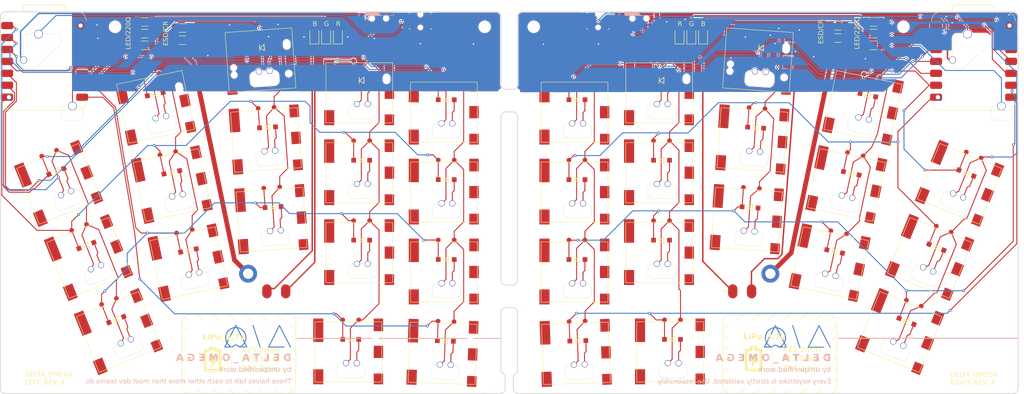
<source format=kicad_pcb>
(kicad_pcb (version 20241229) (generator "pcbnew") (generator_version "9.0")
  (title_block (title "delta-omega") (date "2025-08-24") (rev "v1.0.0") (company "Unknown"))
  (layers (0 "F.Cu" signal) (2 "B.Cu" signal) (13 "F.Paste" user) (15 "B.Paste" user) (5 "F.SilkS" user "F.Silkscreen") (7 "B.SilkS" user "B.Silkscreen") (1 "F.Mask" user) (3 "B.Mask" user) (25 "Edge.Cuts" user))
  (net 0 "")
  (net 1 "L_C1")
  (net 2 "L_R3")
  (net 3 "SW1_1")
  (net 4 "L_R2")
  (net 5 "SW2_1")
  (net 6 "L_R1")
  (net 7 "SW3_1")
  (net 8 "L_C2")
  (net 9 "SW4_1")
  (net 10 "SW5_1")
  (net 11 "SW6_1")
  (net 12 "L_C3")
  (net 13 "SW7_1")
  (net 14 "SW8_1")
  (net 15 "SW9_1")
  (net 16 "L_C4")
  (net 17 "SW10_1")
  (net 18 "SW11_1")
  (net 19 "SW12_1")
  (net 20 "L_C5")
  (net 21 "SW13_1")
  (net 22 "SW14_1")
  (net 23 "SW15_1")
  (net 24 "L_R4")
  (net 25 "SW16_1")
  (net 26 "SW17_1")
  (net 27 "R_C1")
  (net 28 "R_R3")
  (net 29 "SW18_1")
  (net 30 "R_R2")
  (net 31 "SW19_1")
  (net 32 "R_R1")
  (net 33 "SW20_1")
  (net 34 "R_C2")
  (net 35 "SW21_1")
  (net 36 "SW22_1")
  (net 37 "SW23_1")
  (net 38 "R_C3")
  (net 39 "SW24_1")
  (net 40 "SW25_1")
  (net 41 "SW26_1")
  (net 42 "R_C4")
  (net 43 "SW27_1")
  (net 44 "SW28_1")
  (net 45 "SW29_1")
  (net 46 "R_C5")
  (net 47 "SW30_1")
  (net 48 "SW31_1")
  (net 49 "SW32_1")
  (net 50 "R_R4")
  (net 51 "SW33_1")
  (net 52 "SW34_1")
  (net 53 "L_RAW")
  (net 54 "L_BATP")
  (net 55 "R_RAW")
  (net 56 "R_BATP")
  (net 57 "L_RST")
  (net 58 "L_GND")
  (net 59 "R_RST")
  (net 60 "R_GND")
  (net 61 "R_VBUS")
  (net 62 "R_VCC")
  (net 63 "L_VBUS")
  (net 64 "L_VCC")
  (net 65 "L_LED_R1")
  (net 66 "R_LED_R1")
  (net 67 "R_LED_R2")
  (net 68 "R_LED_R3")
  (net 69 "R_LED2")
  (net 70 "R_LED3")
  (net 71 "R_LED1")
  (net 72 "L_LED_R2")
  (net 73 "L_LED_R3")
  (net 74 "L_LED1")
  (net 75 "L_LED2")
  (net 76 "L_LED3")
  (net 77 "R_CGND")
  (net 78 "L_CGND")
  (footprint "Button_Switch_Keyboard:GENERIC_ULP_HANDSOLDER" (layer "F.Cu") (at 143.216075 87.964592)
    (property "Reference" "SW30" (hide yes))
    (property "Value" "ULP_SW" (hide yes))
    (fp_line (start -2.4 4.5) (end -2.4 3.4) (stroke (width 0.05)) (layer "Edge.Cuts"))
    (fp_line (start -1.4 2.4) (end 2.6 2.4) (stroke (width 0.05)) (layer "Edge.Cuts"))
    (fp_line (start 2.6 5.5) (end -1.4 5.5) (stroke (width 0.05)) (layer "Edge.Cuts"))
    (fp_line (start 3.6 3.4) (end 3.6 4.5) (stroke (width 0.05)) (layer "Edge.Cuts"))
    (fp_arc (start -2.4 3.4) (mid -2.107107 2.692893) (end -1.4 2.4) (stroke (width 0.05)) (layer "Edge.Cuts"))
    (fp_arc (start -1.4 5.5) (mid -2.107107 5.207107) (end -2.4 4.5) (stroke (width 0.05)) (layer "Edge.Cuts"))
    (fp_arc (start 2.6 2.4) (mid 3.307107 2.692893) (end 3.6 3.4) (stroke (width 0.05)) (layer "Edge.Cuts"))
    (fp_arc (start 3.6 4.5) (mid 3.307108 5.207107) (end 2.6 5.5) (stroke (width 0.05)) (layer "Edge.Cuts"))
  )
  (footprint "Button_Switch_Keyboard:GENERIC_ULP_HANDSOLDER" (layer "F.Cu") (at 46.253934 100.728162 22)
    (property "Reference" "SW1" (hide yes))
    (property "Value" "ULP_SW" (hide yes))
    (fp_line (start -2.4 4.5) (end -2.4 3.4) (stroke (width 0.05)) (layer "Edge.Cuts"))
    (fp_line (start -1.4 2.399999) (end 2.6 2.4) (stroke (width 0.05)) (layer "Edge.Cuts"))
    (fp_line (start 2.6 5.5) (end -1.4 5.5) (stroke (width 0.05)) (layer "Edge.Cuts"))
    (fp_line (start 3.6 3.4) (end 3.6 4.500001) (stroke (width 0.05)) (layer "Edge.Cuts"))
    (fp_arc (start -2.4 3.4) (mid -2.107107 2.692893) (end -1.4 2.399999) (stroke (width 0.05)) (layer "Edge.Cuts"))
    (fp_arc (start -1.4 5.5) (mid -2.107107 5.207107) (end -2.4 4.5) (stroke (width 0.05)) (layer "Edge.Cuts"))
    (fp_arc (start 2.6 2.4) (mid 3.307107 2.692893) (end 3.6 3.4) (stroke (width 0.05)) (layer "Edge.Cuts"))
    (fp_arc (start 3.6 4.500001) (mid 3.307108 5.207107) (end 2.6 5.5) (stroke (width 0.05)) (layer "Edge.Cuts"))
  )
  (footprint "Resistor_SMD:R_1206_3216Metric_Pad1.30x1.75mm_HandSolder" (layer "F.Cu") (at 206.85 34.75)
    (property "Reference" "R1" (hide yes))
    (property "Value" "R_1206_3216Metric_Pad1.30x1.75mm_HandSolder" (hide yes))
  )
  (footprint "Module:XIAO-nRF52840" (layer "F.Cu") (at 30.5 43.16)
    (property "Reference" "MCU2" (hide yes))
    (property "Value" "XIAO-nRF52840-SMD")
    (fp_line (start -4.5 0.600002) (end -4.5 -4.900001) (stroke (width 0.05)) (layer "Edge.Cuts"))
    (fp_line (start -3.500002 -5.9) (end 2.5 -5.9) (stroke (width 0.05)) (layer "Edge.Cuts"))
    (fp_line (start -2.688083 1.6) (end -3.500001 1.6) (stroke (width 0.05)) (layer "Edge.Cuts"))
    (fp_line (start 3.174568 -3.402622) (end -2.013512 1.338209) (stroke (width 0.05)) (layer "Edge.Cuts"))
    (fp_line (start 3.5 -4.9) (end 3.5 -4.14085) (stroke (width 0.05)) (layer "Edge.Cuts"))
    (fp_line (start 3.6 11.55) (end 3.6 10.5) (stroke (width 0.05)) (layer "Edge.Cuts"))
    (fp_line (start 4.6 9.5) (end 7.2 9.5) (stroke (width 0.05)) (layer "Edge.Cuts"))
    (fp_line (start 7.2 12.55) (end 4.6 12.55) (stroke (width 0.05)) (layer "Edge.Cuts"))
    (fp_line (start 8.2 10.5) (end 8.2 11.55) (stroke (width 0.05)) (layer "Edge.Cuts"))
    (fp_arc (start -4.5 -4.900001) (mid -4.207107 -5.607107) (end -3.500002 -5.9) (stroke (width 0.05)) (layer "Edge.Cuts"))
    (fp_arc (start -3.500001 1.6) (mid -4.207107 1.307107) (end -4.5 0.600002) (stroke (width 0.05)) (layer "Edge.Cuts"))
    (fp_arc (start -2.013512 1.338209) (mid -2.32629 1.532258) (end -2.688083 1.6) (stroke (width 0.05)) (layer "Edge.Cuts"))
    (fp_arc (start 2.5 -5.9) (mid 3.207107 -5.607107) (end 3.5 -4.9) (stroke (width 0.05)) (layer "Edge.Cuts"))
    (fp_arc (start 3.5 -4.14085) (mid 3.415031 -3.737457) (end 3.174565 -3.402626) (stroke (width 0.05)) (layer "Edge.Cuts"))
    (fp_arc (start 3.6 10.5) (mid 3.892893 9.792893) (end 4.6 9.5) (stroke (width 0.05)) (layer "Edge.Cuts"))
    (fp_arc (start 4.6 12.55) (mid 3.892893 12.257107) (end 3.6 11.55) (stroke (width 0.05)) (layer "Edge.Cuts"))
    (fp_arc (start 7.2 9.5) (mid 7.907107 9.792893) (end 8.2 10.5) (stroke (width 0.05)) (layer "Edge.Cuts"))
    (fp_arc (start 8.2 11.55) (mid 7.907107 12.257107) (end 7.2 12.55) (stroke (width 0.05)) (layer "Edge.Cuts"))
  )
  (footprint "Button_Switch_Keyboard:GENERIC_ULP_HANDSOLDER" (layer "F.Cu") (at 161.216075 49.839592)
    (property "Reference" "SW29" (hide yes))
    (property "Value" "ULP_SW" (hide yes))
    (fp_line (start -2.4 4.5) (end -2.4 3.4) (stroke (width 0.05)) (layer "Edge.Cuts"))
    (fp_line (start -1.4 2.4) (end 2.6 2.4) (stroke (width 0.05)) (layer "Edge.Cuts"))
    (fp_line (start 2.6 5.5) (end -1.4 5.5) (stroke (width 0.05)) (layer "Edge.Cuts"))
    (fp_line (start 3.6 3.4) (end 3.6 4.5) (stroke (width 0.05)) (layer "Edge.Cuts"))
    (fp_arc (start -2.4 3.4) (mid -2.107107 2.692893) (end -1.4 2.4) (stroke (width 0.05)) (layer "Edge.Cuts"))
    (fp_arc (start -1.4 5.5) (mid -2.107107 5.207107) (end -2.4 4.5) (stroke (width 0.05)) (layer "Edge.Cuts"))
    (fp_arc (start 2.6 2.4) (mid 3.307107 2.692893) (end 3.6 3.4) (stroke (width 0.05)) (layer "Edge.Cuts"))
    (fp_arc (start 3.6 4.5) (mid 3.307108 5.207107) (end 2.6 5.5) (stroke (width 0.05)) (layer "Edge.Cuts"))
  )
  (footprint "Button_Switch_Keyboard:GENERIC_ULP_HANDSOLDER" (layer "F.Cu") (at 39.885622 84.966036 22)
    (property "Reference" "SW2" (hide yes))
    (property "Value" "ULP_SW" (hide yes))
    (fp_line (start -2.4 4.5) (end -2.4 3.4) (stroke (width 0.05)) (layer "Edge.Cuts"))
    (fp_line (start -1.4 2.399999) (end 2.6 2.4) (stroke (width 0.05)) (layer "Edge.Cuts"))
    (fp_line (start 2.6 5.5) (end -1.4 5.5) (stroke (width 0.05)) (layer "Edge.Cuts"))
    (fp_line (start 3.6 3.4) (end 3.6 4.500001) (stroke (width 0.05)) (layer "Edge.Cuts"))
    (fp_arc (start -2.4 3.4) (mid -2.107107 2.692893) (end -1.4 2.399999) (stroke (width 0.05)) (layer "Edge.Cuts"))
    (fp_arc (start -1.4 5.5) (mid -2.107107 5.207107) (end -2.4 4.5) (stroke (width 0.05)) (layer "Edge.Cuts"))
    (fp_arc (start 2.6 2.4) (mid 3.307107 2.692893) (end 3.6 3.4) (stroke (width 0.05)) (layer "Edge.Cuts"))
    (fp_arc (start 3.6 4.500001) (mid 3.307108 5.207107) (end 2.6 5.5) (stroke (width 0.05)) (layer "Edge.Cuts"))
  )
  (footprint "power_switch" (layer "F.Cu") (at 101.616075 34.039592 90)
    (property "Reference" "")
    (property "Value" "")
  )
  (footprint "ceoloide:mounting_hole_npth" (layer "F.Cu") (at 234.63215 110.6)
    (property "Reference" "MH8" (hide yes))
    (property "Value" "")
  )
  (footprint "Mousebite_5" (layer "F.Cu") (at 131.08215 51.5)
    (property "Reference" "")
    (property "Value" "")
  )
  (footprint "ceoloide:reset_switch_smd_side" (layer "F.Cu") (at 110.416075 34.564592)
    (property "Reference" "RST1" (hide yes))
    (property "Value" "")
  )
  (footprint "Button_Switch_Keyboard:GENERIC_ULP_HANDSOLDER" (layer "F.Cu") (at 115.416075 70.964592)
    (property "Reference" "SW14" (hide yes))
    (property "Value" "ULP_SW" (hide yes))
    (fp_line (start -2.4 4.5) (end -2.4 3.4) (stroke (width 0.05)) (layer "Edge.Cuts"))
    (fp_line (start -1.4 2.4) (end 2.6 2.4) (stroke (width 0.05)) (layer "Edge.Cuts"))
    (fp_line (start 2.6 5.5) (end -1.4 5.5) (stroke (width 0.05)) (layer "Edge.Cuts"))
    (fp_line (start 3.6 3.4) (end 3.6 4.5) (stroke (width 0.05)) (layer "Edge.Cuts"))
    (fp_arc (start -2.4 3.4) (mid -2.107107 2.692893) (end -1.4 2.4) (stroke (width 0.05)) (layer "Edge.Cuts"))
    (fp_arc (start -1.4 5.5) (mid -2.107107 5.207107) (end -2.4 4.5) (stroke (width 0.05)) (layer "Edge.Cuts"))
    (fp_arc (start 2.6 2.4) (mid 3.307107 2.692893) (end 3.6 3.4) (stroke (width 0.05)) (layer "Edge.Cuts"))
    (fp_arc (start 3.6 4.5) (mid 3.307108 5.207107) (end 2.6 5.5) (stroke (width 0.05)) (layer "Edge.Cuts"))
  )
  (footprint "ceoloide:mounting_hole_npth" (layer "F.Cu") (at 213.18215 35.8)
    (property "Reference" "MH4" (hide yes))
    (property "Value" "")
  )
  (footprint "Button_Switch_Keyboard:GENERIC_ULP_HANDSOLDER" (layer "F.Cu") (at 61.129082 86.082466 12)
    (property "Reference" "SW4" (hide yes))
    (property "Value" "ULP_SW" (hide yes))
    (fp_line (start -2.4 4.5) (end -2.4 3.4) (stroke (width 0.05)) (layer "Edge.Cuts"))
    (fp_line (start -1.4 2.4) (end 2.6 2.4) (stroke (width 0.05)) (layer "Edge.Cuts"))
    (fp_line (start 2.6 5.5) (end -1.4 5.5) (stroke (width 0.05)) (layer "Edge.Cuts"))
    (fp_line (start 3.6 3.4) (end 3.6 4.5) (stroke (width 0.05)) (layer "Edge.Cuts"))
    (fp_arc (start -2.4 3.4) (mid -2.107107 2.692893) (end -1.4 2.4) (stroke (width 0.05)) (layer "Edge.Cuts"))
    (fp_arc (start -1.4 5.5) (mid -2.107107 5.207107) (end -2.4 4.5) (stroke (width 0.05)) (layer "Edge.Cuts"))
    (fp_arc (start 2.6 2.4) (mid 3.307107 2.692893) (end 3.6 3.4) (stroke (width 0.05)) (layer "Edge.Cuts"))
    (fp_arc (start 3.6 4.5) (mid 3.307108 5.207107) (end 2.6 5.5) (stroke (width 0.05)) (layer "Edge.Cuts"))
  )
  (footprint "ceoloide:mounting_hole_plated" (layer "F.Cu") (at 184.871136 88.331202)
    (property "Reference" "H2" (hide yes))
    (property "Value" "")
  )
  (footprint "Button_Switch_Keyboard:GENERIC_ULP_HANDSOLDER" (layer "F.Cu") (at 161.216075 66.839592)
    (property "Reference" "SW28" (hide yes))
    (property "Value" "ULP_SW" (hide yes))
    (fp_line (start -2.4 4.5) (end -2.4 3.4) (stroke (width 0.05)) (layer "Edge.Cuts"))
    (fp_line (start -1.4 2.4) (end 2.6 2.4) (stroke (width 0.05)) (layer "Edge.Cuts"))
    (fp_line (start 2.6 5.5) (end -1.4 5.5) (stroke (width 0.05)) (layer "Edge.Cuts"))
    (fp_line (start 3.6 3.4) (end 3.6 4.5) (stroke (width 0.05)) (layer "Edge.Cuts"))
    (fp_arc (start -2.4 3.4) (mid -2.107107 2.692893) (end -1.4 2.4) (stroke (width 0.05)) (layer "Edge.Cuts"))
    (fp_arc (start -1.4 5.5) (mid -2.107107 5.207107) (end -2.4 4.5) (stroke (width 0.05)) (layer "Edge.Cuts"))
    (fp_arc (start 2.6 2.4) (mid 3.307107 2.692893) (end 3.6 3.4) (stroke (width 0.05)) (layer "Edge.Cuts"))
    (fp_arc (start 3.6 4.5) (mid 3.307108 5.207107) (end 2.6 5.5) (stroke (width 0.05)) (layer "Edge.Cuts"))
  )
  (footprint "Mousebite_5" (layer "F.Cu") (at 127.55 51.5)
    (property "Reference" "")
    (property "Value" "")
  )
  (footprint "Button_Switch_Keyboard:GENERIC_ULP_HANDSOLDER" (layer "F.Cu") (at 143.216075 70.964592)
    (property "Reference" "SW31" (hide yes))
    (property "Value" "ULP_SW" (hide yes))
    (fp_line (start -2.4 4.5) (end -2.4 3.4) (stroke (width 0.05)) (layer "Edge.Cuts"))
    (fp_line (start -1.4 2.4) (end 2.6 2.4) (stroke (width 0.05)) (layer "Edge.Cuts"))
    (fp_line (start 2.6 5.5) (end -1.4 5.5) (stroke (width 0.05)) (layer "Edge.Cuts"))
    (fp_line (start 3.6 3.4) (end 3.6 4.5) (stroke (width 0.05)) (layer "Edge.Cuts"))
    (fp_arc (start -2.4 3.4) (mid -2.107107 2.692893) (end -1.4 2.4) (stroke (width 0.05)) (layer "Edge.Cuts"))
    (fp_arc (start -1.4 5.5) (mid -2.107107 5.207107) (end -2.4 4.5) (stroke (width 0.05)) (layer "Edge.Cuts"))
    (fp_arc (start 2.6 2.4) (mid 3.307107 2.692893) (end 3.6 3.4) (stroke (width 0.05)) (layer "Edge.Cuts"))
    (fp_arc (start 3.6 4.5) (mid 3.307108 5.207107) (end 2.6 5.5) (stroke (width 0.05)) (layer "Edge.Cuts"))
  )
  (footprint "Resistor_SMD:R_1206_3216Metric_Pad1.30x1.75mm_HandSolder" (layer "F.Cu") (at 206.85 39.75)
    (property "Reference" "R3" (hide yes))
    (property "Value" "R_1206_3216Metric_Pad1.30x1.75mm_HandSolder" (hide yes))
  )
  (footprint "LED_SMD:LED_0805_2012Metric_Pad1.15x1.40mm_HandSolder" (layer "F.Cu") (at 170.55 37.6 90)
    (property "Reference" "L3" (hide yes))
    (property "Value" "LED_0805_2012Metric_Pad1.15x1.40mm_HandSolder" (hide yes))
  )
  (footprint "Capacitor_SMD:C_1206_3216Metric_Pad1.33x1.80mm_HandSolder" (layer "F.Cu") (at 199.2375 38.2)
    (property "Reference" "C1" (hide yes))
    (property "Value" "C_1206_3216Metric_Pad1.33x1.80mm_HandSolder" (hide yes))
  )
  (footprint "Button_Switch_Keyboard:GENERIC_ULP_HANDSOLDER" (layer "F.Cu") (at 54.060084 52.825448 12)
    (property "Reference" "SW6" (hide yes))
    (property "Value" "ULP_SW" (hide yes))
    (fp_line (start -2.4 4.5) (end -2.4 3.4) (stroke (width 0.05)) (layer "Edge.Cuts"))
    (fp_line (start -1.4 2.4) (end 2.6 2.4) (stroke (width 0.05)) (layer "Edge.Cuts"))
    (fp_line (start 2.6 5.5) (end -1.4 5.5) (stroke (width 0.05)) (layer "Edge.Cuts"))
    (fp_line (start 3.6 3.4) (end 3.6 4.5) (stroke (width 0.05)) (layer "Edge.Cuts"))
    (fp_arc (start -2.4 3.4) (mid -2.107107 2.692893) (end -1.4 2.4) (stroke (width 0.05)) (layer "Edge.Cuts"))
    (fp_arc (start -1.4 5.5) (mid -2.107107 5.207107) (end -2.4 4.5) (stroke (width 0.05)) (layer "Edge.Cuts"))
    (fp_arc (start 2.6 2.4) (mid 3.307107 2.692893) (end 3.6 3.4) (stroke (width 0.05)) (layer "Edge.Cuts"))
    (fp_arc (start 3.6 4.5) (mid 3.307108 5.207107) (end 2.6 5.5) (stroke (width 0.05)) (layer "Edge.Cuts"))
  )
  (footprint "Button_Switch_Keyboard:GENERIC_ULP_HANDSOLDER" (layer "F.Cu") (at 33.51731 69.203911 22)
    (property "Reference" "SW3" (hide yes))
    (property "Value" "ULP_SW" (hide yes))
    (fp_line (start -2.4 4.5) (end -2.4 3.4) (stroke (width 0.05)) (layer "Edge.Cuts"))
    (fp_line (start -1.4 2.399999) (end 2.6 2.4) (stroke (width 0.05)) (layer "Edge.Cuts"))
    (fp_line (start 2.6 5.5) (end -1.4 5.5) (stroke (width 0.05)) (layer "Edge.Cuts"))
    (fp_line (start 3.6 3.4) (end 3.6 4.500001) (stroke (width 0.05)) (layer "Edge.Cuts"))
    (fp_arc (start -2.4 3.4) (mid -2.107107 2.692893) (end -1.4 2.399999) (stroke (width 0.05)) (layer "Edge.Cuts"))
    (fp_arc (start -1.4 5.5) (mid -2.107107 5.207107) (end -2.4 4.5) (stroke (width 0.05)) (layer "Edge.Cuts"))
    (fp_arc (start 2.6 2.4) (mid 3.307107 2.692893) (end 3.6 3.4) (stroke (width 0.05)) (layer "Edge.Cuts"))
    (fp_arc (start 3.6 4.500001) (mid 3.307108 5.207107) (end 2.6 5.5) (stroke (width 0.05)) (layer "Edge.Cuts"))
  )
  (footprint "ceoloide:mounting_hole_plated" (layer "F.Cu") (at 73.761013 88.331202)
    (property "Reference" "H1" (hide yes))
    (property "Value" "")
  )
  (footprint "LED_SMD:LED_0805_2012Metric_Pad1.15x1.40mm_HandSolder" (layer "F.Cu") (at 87.85 37.6 90)
    (property "Reference" "L3" (hide yes))
    (property "Value" "LED_0805_2012Metric_Pad1.15x1.40mm_HandSolder" (hide yes))
  )
  (footprint "Button_Switch_Keyboard:GENERIC_ULP_HANDSOLDER" (layer "F.Cu") (at 78.761013 76.831202 4)
    (property "Reference" "SW7" (hide yes))
    (property "Value" "ULP_SW" (hide yes))
    (fp_line (start -2.4 4.5) (end -2.4 3.4) (stroke (width 0.05)) (layer "Edge.Cuts"))
    (fp_line (start -1.4 2.4) (end 2.6 2.4) (stroke (width 0.05)) (layer "Edge.Cuts"))
    (fp_line (start 2.6 5.5) (end -1.4 5.5) (stroke (width 0.05)) (layer "Edge.Cuts"))
    (fp_line (start 3.6 3.4) (end 3.6 4.5) (stroke (width 0.05)) (layer "Edge.Cuts"))
    (fp_arc (start -2.4 3.4) (mid -2.107107 2.692893) (end -1.4 2.4) (stroke (width 0.05)) (layer "Edge.Cuts"))
    (fp_arc (start -1.4 5.5) (mid -2.107107 5.207107) (end -2.4 4.5) (stroke (width 0.05)) (layer "Edge.Cuts"))
    (fp_arc (start 2.6 2.4) (mid 3.307107 2.692893) (end 3.6 3.4) (stroke (width 0.05)) (layer "Edge.Cuts"))
    (fp_arc (start 3.6 4.5) (mid 3.307106 5.207107) (end 2.6 5.5) (stroke (width 0.05)) (layer "Edge.Cuts"))
  )
  (footprint "Capacitor_SMD:C_1206_3216Metric_Pad1.33x1.80mm_HandSolder" (layer "F.Cu") (at 59.8 36.05)
    (property "Reference" "R1" (hide yes))
    (property "Value" "C_1206_3216Metric_Pad1.33x1.80mm_HandSolder" (hide yes))
  )
  (footprint "Button_Switch_Keyboard:GENERIC_ULP_HANDSOLDER" (layer "F.Cu") (at 181.056996 59.872613 -4)
    (property "Reference" "SW25" (hide yes))
    (property "Value" "ULP_SW" (hide yes))
    (fp_line (start -2.4 4.5) (end -2.4 3.4) (stroke (width 0.05)) (layer "Edge.Cuts"))
    (fp_line (start -1.4 2.4) (end 2.6 2.4) (stroke (width 0.05)) (layer "Edge.Cuts"))
    (fp_line (start 2.6 5.5) (end -1.4 5.5) (stroke (width 0.05)) (layer "Edge.Cuts"))
    (fp_line (start 3.6 3.4) (end 3.6 4.5) (stroke (width 0.05)) (layer "Edge.Cuts"))
    (fp_arc (start -2.4 3.4) (mid -2.107107 2.692893) (end -1.4 2.4) (stroke (width 0.05)) (layer "Edge.Cuts"))
    (fp_arc (start -1.4 5.5) (mid -2.107107 5.207107) (end -2.4 4.5) (stroke (width 0.05)) (layer "Edge.Cuts"))
    (fp_arc (start 2.6 2.4) (mid 3.307107 2.692893) (end 3.6 3.4) (stroke (width 0.05)) (layer "Edge.Cuts"))
    (fp_arc (start 3.6 4.5) (mid 3.307108 5.207107) (end 2.6 5.5) (stroke (width 0.05)) (layer "Edge.Cuts"))
  )
  (footprint "Button_Switch_Keyboard:GENERIC_ULP_HANDSOLDER" (layer "F.Cu") (at 225.114839 69.203911 -22)
    (property "Reference" "SW20" (hide yes))
    (property "Value" "ULP_SW" (hide yes))
    (fp_line (start -2.4 4.5) (end -2.4 3.4) (stroke (width 0.05)) (layer "Edge.Cuts"))
    (fp_line (start -1.4 2.4) (end 2.6 2.4) (stroke (width 0.05)) (layer "Edge.Cuts"))
    (fp_line (start 2.6 5.5) (end -1.4 5.5) (stroke (width 0.05)) (layer "Edge.Cuts"))
    (fp_line (start 3.6 3.4) (end 3.6 4.5) (stroke (width 0.05)) (layer "Edge.Cuts"))
    (fp_arc (start -2.4 3.4) (mid -2.107107 2.692893) (end -1.4 2.4) (stroke (width 0.05)) (layer "Edge.Cuts"))
    (fp_arc (start -1.4 5.5) (mid -2.107107 5.207107) (end -2.4 4.5) (stroke (width 0.05)) (layer "Edge.Cuts"))
    (fp_arc (start 2.6 2.4) (mid 3.307107 2.692893) (end 3.6 3.4) (stroke (width 0.05)) (layer "Edge.Cuts"))
    (fp_arc (start 3.6 4.5) (mid 3.307108 5.207107) (end 2.6 5.5) (stroke (width 0.05)) (layer "Edge.Cuts"))
  )
  (footprint "LED_SMD:LED_0805_2012Metric_Pad1.15x1.40mm_HandSolder" (layer "F.Cu") (at 168.05 37.6 90)
    (property "Reference" "L2" (hide yes))
    (property "Value" "LED_0805_2012Metric_Pad1.15x1.40mm_HandSolder" (hide yes))
  )
  (footprint "ceoloide:mounting_hole_npth" (layer "F.Cu") (at 45.45 35.8)
    (property "Reference" "MH3" (hide yes))
    (property "Value" "")
  )
  (footprint "Button_Switch_Keyboard:GENERIC_ULP_HANDSOLDER" (layer "F.Cu") (at 143.216075 53.964592)
    (property "Reference" "SW32" (hide yes))
    (property "Value" "ULP_SW" (hide yes))
    (fp_line (start -2.4 4.5) (end -2.4 3.4) (stroke (width 0.05)) (layer "Edge.Cuts"))
    (fp_line (start -1.4 2.4) (end 2.6 2.4) (stroke (width 0.05)) (layer "Edge.Cuts"))
    (fp_line (start 2.6 5.5) (end -1.4 5.5) (stroke (width 0.05)) (layer "Edge.Cuts"))
    (fp_line (start 3.6 3.4) (end 3.6 4.5) (stroke (width 0.05)) (layer "Edge.Cuts"))
    (fp_arc (start -2.4 3.4) (mid -2.107107 2.692893) (end -1.4 2.4) (stroke (width 0.05)) (layer "Edge.Cuts"))
    (fp_arc (start -1.4 5.5) (mid -2.107107 5.207107) (end -2.4 4.5) (stroke (width 0.05)) (layer "Edge.Cuts"))
    (fp_arc (start 2.6 2.4) (mid 3.307107 2.692893) (end 3.6 3.4) (stroke (width 0.05)) (layer "Edge.Cuts"))
    (fp_arc (start 3.6 4.5) (mid 3.307108 5.207107) (end 2.6 5.5) (stroke (width 0.05)) (layer "Edge.Cuts"))
  )
  (footprint "Resistor_SMD:R_1206_3216Metric_Pad1.30x1.75mm_HandSolder" (layer "F.Cu") (at 51.782 39.75)
    (property "Reference" "R3" (hide yes))
    (property "Value" "R_1206_3216Metric_Pad1.30x1.75mm_HandSolder" (hide yes))
  )
  (footprint "Button_Switch_Keyboard:GENERIC_ULP_HANDSOLDER" (layer "F.Cu") (at 197.503068 86.082466 -12)
    (property "Reference" "SW21" (hide yes))
    (property "Value" "ULP_SW" (hide yes))
    (fp_line (start -2.4 4.5) (end -2.4 3.4) (stroke (width 0.05)) (layer "Edge.Cuts"))
    (fp_line (start -1.4 2.4) (end 2.6 2.4) (stroke (width 0.05)) (layer "Edge.Cuts"))
    (fp_line (start 2.6 5.5) (end -1.4 5.5) (stroke (width 0.05)) (layer "Edge.Cuts"))
    (fp_line (start 3.6 3.4) (end 3.6 4.5) (stroke (width 0.05)) (layer "Edge.Cuts"))
    (fp_arc (start -2.4 3.4) (mid -2.107107 2.692893) (end -1.4 2.4) (stroke (width 0.05)) (layer "Edge.Cuts"))
    (fp_arc (start -1.4 5.5) (mid -2.107107 5.207107) (end -2.4 4.5) (stroke (width 0.05)) (layer "Edge.Cuts"))
    (fp_arc (start 2.6 2.4) (mid 3.307107 2.692893) (end 3.6 3.4) (stroke (width 0.05)) (layer "Edge.Cuts"))
    (fp_arc (start 3.6 4.5) (mid 3.307108 5.207107) (end 2.6 5.5) (stroke (width 0.05)) (layer "Edge.Cuts"))
  )
  (footprint "Button_Switch_Keyboard:GENERIC_ULP_HANDSOLDER" (layer "F.Cu") (at 182.242857 42.914024 -4)
    (property "Reference" "SW26" (hide yes))
    (property "Value" "ULP_SW" (hide yes))
    (fp_line (start -2.4 4.5) (end -2.4 3.4) (stroke (width 0.05)) (layer "Edge.Cuts"))
    (fp_line (start -1.4 2.4) (end 2.6 2.4) (stroke (width 0.05)) (layer "Edge.Cuts"))
    (fp_line (start 2.6 5.5) (end -1.4 5.5) (stroke (width 0.05)) (layer "Edge.Cuts"))
    (fp_line (start 3.6 3.4) (end 3.6 4.5) (stroke (width 0.05)) (layer "Edge.Cuts"))
    (fp_arc (start -2.4 3.4) (mid -2.107107 2.692893) (end -1.4 2.4) (stroke (width 0.05)) (layer "Edge.Cuts"))
    (fp_arc (start -1.4 5.5) (mid -2.107107 5.207107) (end -2.4 4.5) (stroke (width 0.05)) (layer "Edge.Cuts"))
    (fp_arc (start 2.6 2.4) (mid 3.307107 2.692893) (end 3.6 3.4) (stroke (width 0.05)) (layer "Edge.Cuts"))
    (fp_arc (start 3.6 4.5) (mid 3.307108 5.207107) (end 2.6 5.5) (stroke (width 0.05)) (layer "Edge.Cuts"))
  )
  (footprint "ceoloide:mounting_hole_npth" (layer "F.Cu") (at 124.1 35.8)
    (property "Reference" "MH5" (hide yes))
    (property "Value" "")
  )
  (footprint "Button_Switch_Keyboard:GENERIC_ULP_HANDSOLDER" (layer "F.Cu") (at 115.136115 105.275293 -2)
    (property "Reference" "SW17" (hide yes))
    (property "Value" "ULP_SW" (hide yes))
    (fp_line (start -2.4 4.5) (end -2.4 3.4) (stroke (width 0.05)) (layer "Edge.Cuts"))
    (fp_line (start -1.4 2.4) (end 2.6 2.4) (stroke (width 0.05)) (layer "Edge.Cuts"))
    (fp_line (start 2.6 5.5) (end -1.4 5.5) (stroke (width 0.05)) (layer "Edge.Cuts"))
    (fp_line (start 3.6 3.4) (end 3.6 4.5) (stroke (width 0.05)) (layer "Edge.Cuts"))
    (fp_arc (start -2.4 3.4) (mid -2.107107 2.692893) (end -1.4 2.4) (stroke (width 0.05)) (layer "Edge.Cuts"))
    (fp_arc (start -1.4 5.5) (mid -2.107107 5.207107) (end -2.4 4.5) (stroke (width 0.05)) (layer "Edge.Cuts"))
    (fp_arc (start 2.6 2.4) (mid 3.307107 2.692893) (end 3.6 3.4) (stroke (width 0.05)) (layer "Edge.Cuts"))
    (fp_arc (start 3.6 4.5) (mid 3.307108 5.207107) (end 2.6 5.5) (stroke (width 0.05)) (layer "Edge.Cuts"))
  )
  (footprint "Module:XIAO-nRF52840" (layer "F.Cu") (at 228.13215 43.16)
    (property "Reference" "MCU1" (hide yes))
    (property "Value" "XIAO-nRF52840-SMD")
    (fp_line (start -4.5 0.600002) (end -4.5 -4.900001) (stroke (width 0.05)) (layer "Edge.Cuts"))
    (fp_line (start -3.500002 -5.9) (end 2.5 -5.9) (stroke (width 0.05)) (layer "Edge.Cuts"))
    (fp_line (start -2.688083 1.6) (end -3.500001 1.6) (stroke (width 0.05)) (layer "Edge.Cuts"))
    (fp_line (start 3.174568 -3.402622) (end -2.013512 1.338209) (stroke (width 0.05)) (layer "Edge.Cuts"))
    (fp_line (start 3.5 -4.9) (end 3.5 -4.14085) (stroke (width 0.05)) (layer "Edge.Cuts"))
    (fp_line (start 3.6 11.55) (end 3.6 10.5) (stroke (width 0.05)) (layer "Edge.Cuts"))
    (fp_line (start 4.6 9.5) (end 7.2 9.5) (stroke (width 0.05)) (layer "Edge.Cuts"))
    (fp_line (start 7.2 12.55) (end 4.6 12.55) (stroke (width 0.05)) (layer "Edge.Cuts"))
    (fp_line (start 8.2 10.5) (end 8.2 11.55) (stroke (width 0.05)) (layer "Edge.Cuts"))
    (fp_arc (start -4.5 -4.900001) (mid -4.207107 -5.607107) (end -3.500002 -5.9) (stroke (width 0.05)) (layer "Edge.Cuts"))
    (fp_arc (start -3.500001 1.6) (mid -4.207107 1.307107) (end -4.5 0.600002) (stroke (width 0.05)) (layer "Edge.Cuts"))
    (fp_arc (start -2.013512 1.338209) (mid -2.32629 1.532258) (end -2.688083 1.6) (stroke (width 0.05)) (layer "Edge.Cuts"))
    (fp_arc (start 2.5 -5.9) (mid 3.207107 -5.607107) (end 3.5 -4.9) (stroke (width 0.05)) (layer "Edge.Cuts"))
    (fp_arc (start 3.5 -4.14085) (mid 3.415031 -3.737457) (end 3.174565 -3.402626) (stroke (width 0.05)) (layer "Edge.Cuts"))
    (fp_arc (start 3.6 10.5) (mid 3.892893 9.792893) (end 4.6 9.5) (stroke (width 0.05)) (layer "Edge.Cuts"))
    (fp_arc (start 4.6 12.55) (mid 3.892893 12.257107) (end 3.6 11.55) (stroke (width 0.05)) (layer "Edge.Cuts"))
    (fp_arc (start 7.2 9.5) (mid 7.907107 9.792893) (end 8.2 10.5) (stroke (width 0.05)) (layer "Edge.Cuts"))
    (fp_arc (start 8.2 11.55) (mid 7.907107 12.257107) (end 7.2 12.55) (stroke (width 0.05)) (layer "Edge.Cuts"))
  )
  (footprint "Button_Switch_Keyboard:GENERIC_ULP_HANDSOLDER" (layer "F.Cu") (at 115.416075 53.964592)
    (property "Reference" "SW15" (hide yes))
    (property "Value" "ULP_SW" (hide yes))
    (fp_line (start -2.4 4.5) (end -2.4 3.4) (stroke (width 0.05)) (layer "Edge.Cuts"))
    (fp_line (start -1.4 2.4) (end 2.6 2.4) (stroke (width 0.05)) (layer "Edge.Cuts"))
    (fp_line (start 2.6 5.5) (end -1.4 5.5) (stroke (width 0.05)) (layer "Edge.Cuts"))
    (fp_line (start 3.6 3.4) (end 3.6 4.5) (stroke (width 0.05)) (layer "Edge.Cuts"))
    (fp_arc (start -2.4 3.4) (mid -2.107107 2.692893) (end -1.4 2.4) (stroke (width 0.05)) (layer "Edge.Cuts"))
    (fp_arc (start -1.4 5.5) (mid -2.107107 5.207107) (end -2.4 4.5) (stroke (width 0.05)) (layer "Edge.Cuts"))
    (fp_arc (start 2.6 2.4) (mid 3.307107 2.692893) (end 3.6 3.4) (stroke (width 0.05)) (layer "Edge.Cuts"))
    (fp_arc (start 3.6 4.5) (mid 3.307108 5.207107) (end 2.6 5.5) (stroke (width 0.05)) (layer "Edge.Cuts"))
  )
  (footprint "power_switch" (layer "F.Cu") (at 157.016075 34.039592 90)
    (property "Reference" "")
    (property "Value" "")
  )
  (footprint "Mousebite_5" (layer "F.Cu") (at 127.550001 93.142893)
    (property "Reference" "")
    (property "Value" "")
  )
  (footprint "simple_tht_fp" (layer "F.Cu") (at 79.761013 91.081202)
    (property "Reference" "TH1" (hide yes))
    (property "Value" "")
  )
  (footprint "Button_Switch_Keyboard:GENERIC_ULP_HANDSOLDER" (layer "F.Cu") (at 97.416075 49.839592)
    (property "Reference" "SW12" (hide yes))
    (property "Value" "ULP_SW" (hide yes))
    (fp_line (start -2.4 4.5) (end -2.4 3.4) (stroke (width 0.05)) (layer "Edge.Cuts"))
    (fp_line (start -1.4 2.4) (end 2.6 2.4) (stroke (width 0.05)) (layer "Edge.Cuts"))
    (fp_line (start 2.6 5.5) (end -1.4 5.5) (stroke (width 0.05)) (layer "Edge.Cuts"))
    (fp_line (start 3.6 3.4) (end 3.6 4.5) (stroke (width 0.05)) (layer "Edge.Cuts"))
    (fp_arc (start -2.4 3.4) (mid -2.107107 2.692893) (end -1.4 2.4) (stroke (width 0.05)) (layer "Edge.Cuts"))
    (fp_arc (start -1.4 5.5) (mid -2.107107 5.207107) (end -2.4 4.5) (stroke (width 0.05)) (layer "Edge.Cuts"))
    (fp_arc (start 2.6 2.4) (mid 3.307107 2.692893) (end 3.6 3.4) (stroke (width 0.05)) (layer "Edge.Cuts"))
    (fp_arc (start 3.6 4.5) (mid 3.307108 5.207107) (end 2.6 5.5) (stroke (width 0.05)) (layer "Edge.Cuts"))
  )
  (footprint "ceoloide:mounting_hole_npth" (layer "F.Cu") (at 132.01605 111.8)
    (property "Reference" "MH2" (hide yes))
    (property "Value" "")
  )
  (footprint "ceoloide:mounting_hole_npth" (layer "F.Cu") (at 24 110.6)
    (property "Reference" "MH7" (hide yes))
    (property "Value" "")
  )
  (footprint "Button_Switch_Keyboard:GENERIC_ULP_HANDSOLDER" (layer "F.Cu") (at 57.594583 69.453957 12)
    (property "Reference" "SW5" (hide yes))
    (property "Value" "ULP_SW" (hide yes))
    (fp_line (start -2.4 4.5) (end -2.4 3.4) (stroke (width 0.05)) (layer "Edge.Cuts"))
    (fp_line (start -1.4 2.4) (end 2.6 2.4) (stroke (width 0.05)) (layer "Edge.Cuts"))
    (fp_line (start 2.6 5.5) (end -1.4 5.5) (stroke (width 0.05)) (layer "Edge.Cuts"))
    (fp_line (start 3.6 3.4) (end 3.6 4.5) (stroke (width 0.05)) (layer "Edge.Cuts"))
    (fp_arc (start -2.4 3.4) (mid -2.107107 2.692893) (end -1.4 2.4) (stroke (width 0.05)) (layer "Edge.Cuts"))
    (fp_arc (start -1.4 5.5) (mid -2.107107 5.207107) (end -2.4 4.5) (stroke (width 0.05)) (layer "Edge.Cuts"))
    (fp_arc (start 2.6 2.4) (mid 3.307107 2.692893) (end 3.6 3.4) (stroke (width 0.05)) (layer "Edge.Cuts"))
    (fp_arc (start 3.6 4.5) (mid 3.307108 5.207107) (end 2.6 5.5) (stroke (width 0.05)) (layer "Edge.Cuts"))
  )
  (footprint "Resistor_SMD:R_1206_3216Metric_Pad1.30x1.75mm_HandSolder" (layer "F.Cu") (at 206.85 37.25)
    (property "Reference" "R2" (hide yes))
    (property "Value" "R_1206_3216Metric_Pad1.30x1.75mm_HandSolder" (hide yes))
  )
  (footprint "Mousebite_5" (layer "F.Cu") (at 131.082151 93.142893)
    (property "Reference" "")
    (property "Value" "")
  )
  (footprint "LED_SMD:LED_0805_2012Metric_Pad1.15x1.40mm_HandSolder" (layer "F.Cu") (at 92.85 37.6 90)
    (property "Reference" "L1" (hide yes))
    (property "Value" "LED_0805_2012Metric_Pad1.15x1.40mm_HandSolder" (hide yes))
  )
  (footprint "Button_Switch_Keyboard:GENERIC_ULP_HANDSOLDER" (layer "F.Cu") (at 115.416075 87.964592)
    (property "Reference" "SW13" (hide yes))
    (property "Value" "ULP_SW" (hide yes))
    (fp_line (start -2.4 4.5) (end -2.4 3.4) (stroke (width 0.05)) (layer "Edge.Cuts"))
    (fp_line (start -1.4 2.4) (end 2.6 2.4) (stroke (width 0.05)) (layer "Edge.Cuts"))
    (fp_line (start 2.6 5.5) (end -1.4 5.5) (stroke (width 0.05)) (layer "Edge.Cuts"))
    (fp_line (start 3.6 3.4) (end 3.6 4.5) (stroke (width 0.05)) (layer "Edge.Cuts"))
    (fp_arc (start -2.4 3.4) (mid -2.107107 2.692893) (end -1.4 2.4) (stroke (width 0.05)) (layer "Edge.Cuts"))
    (fp_arc (start -1.4 5.5) (mid -2.107107 5.207107) (end -2.4 4.5) (stroke (width 0.05)) (layer "Edge.Cuts"))
    (fp_arc (start 2.6 2.4) (mid 3.307107 2.692893) (end 3.6 3.4) (stroke (width 0.05)) (layer "Edge.Cuts"))
    (fp_arc (start 3.6 4.5) (mid 3.307108 5.207107) (end 2.6 5.5) (stroke (width 0.05)) (layer "Edge.Cuts"))
  )
  (footprint "Button_Switch_Keyboard:GENERIC_ULP_HANDSOLDER" (layer "F.Cu") (at 95.086075 104.964592)
    (property "Reference" "SW16" (hide yes))
    (property "Value" "ULP_SW" (hide yes))
    (fp_line (start -2.4 4.5) (end -2.4 3.4) (stroke (width 0.05)) (layer "Edge.Cuts"))
    (fp_line (start -1.4 2.4) (end 2.6 2.4) (stroke (width 0.05)) (layer "Edge.Cuts"))
    (fp_line (start 2.6 5.5) (end -1.4 5.5) (stroke (width 0.05)) (layer "Edge.Cuts"))
    (fp_line (start 3.6 3.4) (end 3.6 4.5) (stroke (width 0.05)) (layer "Edge.Cuts"))
    (fp_arc (start -2.4 3.4) (mid -2.107107 2.692893) (end -1.4 2.4) (stroke (width 0.05)) (layer "Edge.Cuts"))
    (fp_arc (start -1.4 5.5) (mid -2.107107 5.207107) (end -2.4 4.5) (stroke (width 0.05)) (layer "Edge.Cuts"))
    (fp_arc (start 2.6 2.4) (mid 3.307107 2.692893) (end 3.6 3.4) (stroke (width 0.05)) (layer "Edge.Cuts"))
    (fp_arc (start 3.6 4.5) (mid 3.307108 5.207107) (end 2.6 5.5) (stroke (width 0.05)) (layer "Edge.Cuts"))
  )
  (footprint "Button_Switch_Keyboard:GENERIC_ULP_HANDSOLDER" (layer "F.Cu") (at 204.572065 52.825448 -12)
    (property "Reference" "SW23" (hide yes))
    (property "Value" "ULP_SW" (hide yes))
    (fp_line (start -2.4 4.5) (end -2.4 3.4) (stroke (width 0.05)) (layer "Edge.Cuts"))
    (fp_line (start -1.4 2.4) (end 2.6 2.4) (stroke (width 0.05)) (layer "Edge.Cuts"))
    (fp_line (start 2.6 5.5) (end -1.4 5.5) (stroke (width 0.05)) (layer "Edge.Cuts"))
    (fp_line (start 3.6 3.4) (end 3.6 4.5) (stroke (width 0.05)) (layer "Edge.Cuts"))
    (fp_arc (start -2.4 3.4) (mid -2.107107 2.692893) (end -1.4 2.4) (stroke (width 0.05)) (layer "Edge.Cuts"))
    (fp_arc (start -1.4 5.5) (mid -2.107107 5.207107) (end -2.4 4.5) (stroke (width 0.05)) (layer "Edge.Cuts"))
    (fp_arc (start 2.6 2.4) (mid 3.307107 2.692893) (end 3.6 3.4) (stroke (width 0.05)) (layer "Edge.Cuts"))
    (fp_arc (start 3.6 4.5) (mid 3.307108 5.207107) (end 2.6 5.5) (stroke (width 0.05)) (layer "Edge.Cuts"))
  )
  (footprint "LED_SMD:LED_0805_2012Metric_Pad1.15x1.40mm_HandSolder" (layer "F.Cu") (at 165.55 37.6 90)
    (property "Reference" "L1" (hide yes))
    (property "Value" "LED_0805_2012Metric_Pad1.15x1.40mm_HandSolder" (hide yes))
  )
  (footprint "Resistor_SMD:R_1206_3216Metric_Pad1.30x1.75mm_HandSolder" (layer "F.Cu") (at 51.782 37.25)
    (property "Reference" "R2" (hide yes))
    (property "Value" "R_1206_3216Metric_Pad1.30x1.75mm_HandSolder" (hide yes))
  )
  (footprint "Button_Switch_Keyboard:GENERIC_ULP_HANDSOLDER" (layer "F.Cu") (at 161.216075 83.839592)
    (property "Reference" "SW27" (hide yes))
    (property "Value" "ULP_SW" (hide yes))
    (fp_line (start -2.4 4.5) (end -2.4 3.4) (stroke (width 0.05)) (layer "Edge.Cuts"))
    (fp_line (start -1.4 2.4) (end 2.6 2.4) (stroke (width 0.05)) (layer "Edge.Cuts"))
    (fp_line (start 2.6 5.5) (end -1.4 5.5) (stroke (width 0.05)) (layer "Edge.Cuts"))
    (fp_line (start 3.6 3.4) (end 3.6 4.5) (stroke (width 0.05)) (layer "Edge.Cuts"))
    (fp_arc (start -2.4 3.4) (mid -2.107107 2.692893) (end -1.4 2.4) (stroke (width 0.05)) (layer "Edge.Cuts"))
    (fp_arc (start -1.4 5.5) (mid -2.107107 5.207107) (end -2.4 4.5) (stroke (width 0.05)) (layer "Edge.Cuts"))
    (fp_arc (start 2.6 2.4) (mid 3.307107 2.692893) (end 3.6 3.4) (stroke (width 0.05)) (layer "Edge.Cuts"))
    (fp_arc (start 3.6 4.5) (mid 3.307108 5.207107) (end 2.6 5.5) (stroke (width 0.05)) (layer "Edge.Cuts"))
  )
  (footprint "Button_Switch_Keyboard:GENERIC_ULP_HANDSOLDER" (layer "F.Cu") (at 201.037566 69.453957 -12)
    (property "Reference" "SW22" (hide yes))
    (property "Value" "ULP_SW" (hide yes))
    (fp_line (start -2.4 4.5) (end -2.4 3.4) (stroke (width 0.05)) (layer "Edge.Cuts"))
    (fp_line (start -1.4 2.4) (end 2.6 2.4) (stroke (width 0.05)) (layer "Edge.Cuts"))
    (fp_line (start 2.6 5.5) (end -1.4 5.5) (stroke (width 0.05)) (layer "Edge.Cuts"))
    (fp_line (start 3.6 3.4) (end 3.6 4.5) (stroke (width 0.05)) (layer "Edge.Cuts"))
    (fp_arc (start -2.4 3.4) (mid -2.107107 2.692893) (end -1.4 2.4) (stroke (width 0.05)) (layer "Edge.Cuts"))
    (fp_arc (start -1.4 5.5) (mid -2.107107 5.207107) (end -2.4 4.5) (stroke (width 0.05)) (layer "Edge.Cuts"))
    (fp_arc (start 2.6 2.4) (mid 3.307107 2.692893) (end 3.6 3.4) (stroke (width 0.05)) (layer "Edge.Cuts"))
    (fp_arc (start 3.6 4.5) (mid 3.307108 5.207107) (end 2.6 5.5) (stroke (width 0.05)) (layer "Edge.Cuts"))
  )
  (footprint "ceoloide:reset_switch_smd_side" (layer "F.Cu") (at 148.216075 34.564592)
    (property "Reference" "RST2" (hide yes))
    (property "Value" "")
  )
  (footprint "Button_Switch_Keyboard:GENERIC_ULP_HANDSOLDER" (layer "F.Cu") (at 212.378215 100.728162 -22)
    (property "Reference" "SW18" (hide yes))
    (property "Value" "ULP_SW" (hide yes))
    (fp_line (start -2.4 4.5) (end -2.4 3.4) (stroke (width 0.05)) (layer "Edge.Cuts"))
    (fp_line (start -1.4 2.4) (end 2.6 2.4) (stroke (width 0.05)) (layer "Edge.Cuts"))
    (fp_line (start 2.6 5.5) (end -1.4 5.5) (stroke (width 0.05)) (layer "Edge.Cuts"))
    (fp_line (start 3.6 3.4) (end 3.6 4.5) (stroke (width 0.05)) (layer "Edge.Cuts"))
    (fp_arc (start -2.4 3.4) (mid -2.107107 2.692893) (end -1.4 2.4) (stroke (width 0.05)) (layer "Edge.Cuts"))
    (fp_arc (start -1.4 5.5) (mid -2.107107 5.207107) (end -2.4 4.5) (stroke (width 0.05)) (layer "Edge.Cuts"))
    (fp_arc (start 2.6 2.4) (mid 3.307107 2.692893) (end 3.6 3.4) (stroke (width 0.05)) (layer "Edge.Cuts"))
    (fp_arc (start 3.6 4.5) (mid 3.307108 5.207107) (end 2.6 5.5) (stroke (width 0.05)) (layer "Edge.Cuts"))
  )
  (footprint "Button_Switch_Keyboard:GENERIC_ULP_HANDSOLDER" (layer "F.Cu") (at 179.871136 76.831202 -4)
    (property "Reference" "SW24" (hide yes))
    (property "Value" "ULP_SW" (hide yes))
    (fp_line (start -2.4 4.5) (end -2.4 3.4) (stroke (width 0.05)) (layer "Edge.Cuts"))
    (fp_line (start -1.4 2.4) (end 2.6 2.4) (stroke (width 0.05)) (layer "Edge.Cuts"))
    (fp_line (start 2.6 5.5) (end -1.4 5.5) (stroke (width 0.05)) (layer "Edge.Cuts"))
    (fp_line (start 3.6 3.4) (end 3.6 4.5) (stroke (width 0.05)) (layer "Edge.Cuts"))
    (fp_arc (start -2.4 3.4) (mid -2.107107 2.692893) (end -1.4 2.4) (stroke (width 0.05)) (layer "Edge.Cuts"))
    (fp_arc (start -1.4 5.5) (mid -2.107107 5.207107) (end -2.4 4.5) (stroke (width 0.05)) (layer "Edge.Cuts"))
    (fp_arc (start 2.6 2.4) (mid 3.307107 2.692893) (end 3.6 3.4) (stroke (width 0.05)) (layer "Edge.Cuts"))
    (fp_arc (start 3.6 4.5) (mid 3.307108 5.207107) (end 2.6 5.5) (stroke (width 0.05)) (layer "Edge.Cuts"))
  )
  (footprint "LED_SMD:LED_0805_2012Metric_Pad1.15x1.40mm_HandSolder" (layer "F.Cu") (at 90.35 37.6 90)
    (property "Reference" "L2" (hide yes))
    (property "Value" "LED_0805_2012Metric_Pad1.15x1.40mm_HandSolder" (hide yes))
  )
  (footprint "Button_Switch_Keyboard:GENERIC_ULP_HANDSOLDER" (layer "F.Cu") (at 97.416075 83.839592)
    (property "Reference" "SW10" (hide yes))
    (property "Value" "ULP_SW" (hide yes))
    (fp_line (start -2.4 4.5) (end -2.4 3.4) (stroke (width 0.05)) (layer "Edge.Cuts"))
    (fp_line (start -1.4 2.4) (end 2.6 2.4) (stroke (width 0.05)) (layer "Edge.Cuts"))
    (fp_line (start 2.6 5.5) (end -1.4 5.5) (stroke (width 0.05)) (layer "Edge.Cuts"))
    (fp_line (start 3.6 3.4) (end 3.6 4.5) (stroke (width 0.05)) (layer "Edge.Cuts"))
    (fp_arc (start -2.4 3.4) (mid -2.107107 2.692893) (end -1.4 2.4) (stroke (width 0.05)) (layer "Edge.Cuts"))
    (fp_arc (start -1.4 5.5) (mid -2.107107 5.207107) (end -2.4 4.5) (stroke (width 0.05)) (layer "Edge.Cuts"))
    (fp_arc (start 2.6 2.4) (mid 3.307107 2.692893) (end 3.6 3.4) (stroke (width 0.05)) (layer "Edge.Cuts"))
    (fp_arc (start 3.6 4.5) (mid 3.307108 5.207107) (end 2.6 5.5) (stroke (width 0.05)) (layer "Edge.Cuts"))
  )
  (footprint "Button_Switch_Keyboard:GENERIC_ULP_HANDSOLDER" (layer "F.Cu") (at 76.389293 42.914024 4)
    (property "Reference" "SW9" (hide yes))
    (property "Value" "ULP_SW" (hide yes))
    (fp_line (start -2.4 4.5) (end -2.4 3.4) (stroke (width 0.05)) (layer "Edge.Cuts"))
    (fp_line (start -1.4 2.4) (end 2.6 2.4) (stroke (width 0.05)) (layer "Edge.Cuts"))
    (fp_line (start 2.6 5.5) (end -1.4 5.5) (stroke (width 0.05)) (layer "Edge.Cuts"))
    (fp_line (start 3.6 3.4) (end 3.6 4.5) (stroke (width 0.05)) (layer "Edge.Cuts"))
    (fp_arc (start -2.4 3.4) (mid -2.107107 2.692893) (end -1.4 2.4) (stroke (width 0.05)) (layer "Edge.Cuts"))
    (fp_arc (start -1.4 5.5) (mid -2.107107 5.207107) (end -2.4 4.5) (stroke (width 0.05)) (layer "Edge.Cuts"))
    (fp_arc (start 2.6 2.4) (mid 3.307107 2.692893) (end 3.6 3.4) (stroke (width 0.05)) (layer "Edge.Cuts"))
    (fp_arc (start 3.6 4.5) (mid 3.307106 5.207107) (end 2.6 5.5) (stroke (width 0.05)) (layer "Edge.Cuts"))
  )
  (footprint "Button_Switch_Keyboard:GENERIC_ULP_HANDSOLDER" (layer "F.Cu") (at 97.416075 66.839592)
    (property "Reference" "SW11" (hide yes))
    (property "Value" "ULP_SW" (hide yes))
    (fp_line (start -2.4 4.5) (end -2.4 3.4) (stroke (width 0.05)) (layer "Edge.Cuts"))
    (fp_line (start -1.4 2.4) (end 2.6 2.4) (stroke (width 0.05)) (layer "Edge.Cuts"))
    (fp_line (start 2.6 5.5) (end -1.4 5.5) (stroke (width 0.05)) (layer "Edge.Cuts"))
    (fp_line (start 3.6 3.4) (end 3.6 4.5) (stroke (width 0.05)) (layer "Edge.Cuts"))
    (fp_arc (start -2.4 3.4) (mid -2.107107 2.692893) (end -1.4 2.4) (stroke (width 0.05)) (layer "Edge.Cuts"))
    (fp_arc (start -1.4 5.5) (mid -2.107107 5.207107) (end -2.4 4.5) (stroke (width 0.05)) (layer "Edge.Cuts"))
    (fp_arc (start 2.6 2.4) (mid 3.307107 2.692893) (end 3.6 3.4) (stroke (width 0.05)) (layer "Edge.Cuts"))
    (fp_arc (start 3.6 4.5) (mid 3.307108 5.207107) (end 2.6 5.5) (stroke (width 0.05)) (layer "Edge.Cuts"))
  )
  (footprint "Capacitor_SMD:C_1206_3216Metric_Pad1.33x1.80mm_HandSolder" (layer "F.Cu") (at 59.8 38.65)
    (property "Reference" "C1" (hide yes))
    (property "Value" "C_1206_3216Metric_Pad1.33x1.80mm_HandSolder" (hide yes))
  )
  (footprint "Button_Switch_Keyboard:GENERIC_ULP_HANDSOLDER" (layer "F.Cu") (at 143.496034 105.275293 2)
    (property "Reference" "SW34" (hide yes))
    (property "Value" "ULP_SW" (hide yes))
    (fp_line (start -2.4 4.5) (end -2.4 3.4) (stroke (width 0.05)) (layer "Edge.Cuts"))
    (fp_line (start -1.4 2.4) (end 2.6 2.4) (stroke (width 0.05)) (layer "Edge.Cuts"))
    (fp_line (start 2.6 5.5) (end -1.4 5.5) (stroke (width 0.05)) (layer "Edge.Cuts"))
    (fp_line (start 3.6 3.4) (end 3.6 4.5) (stroke (width 0.05)) (layer "Edge.Cuts"))
    (fp_arc (start -2.4 3.4) (mid -2.107107 2.692893) (end -1.4 2.4) (stroke (width 0.05)) (layer "Edge.Cuts"))
    (fp_arc (start -1.4 5.5) (mid -2.107107 5.207107) (end -2.4 4.5) (stroke (width 0.05)) (layer "Edge.Cuts"))
    (fp_arc (start 2.6 2.4) (mid 3.307107 2.692893) (end 3.6 3.4) (stroke (width 0.05)) (layer "Edge.Cuts"))
    (fp_arc (start 3.6 4.5) (mid 3.307108 5.207107) (end 2.6 5.5) (stroke (width 0.05)) (layer "Edge.Cuts"))
  )
  (footprint "Button_Switch_Keyboard:GENERIC_ULP_HANDSOLDER" (layer "F.Cu") (at 163.546075 104.964592)
    (property "Reference" "SW33" (hide yes))
    (property "Value" "ULP_SW" (hide yes))
    (fp_line (start -2.4 4.5) (end -2.4 3.4) (stroke (width 0.05)) (layer "Edge.Cuts"))
    (fp_line (start -1.4 2.4) (end 2.6 2.4) (stroke (width 0.05)) (layer "Edge.Cuts"))
    (fp_line (start 2.6 5.5) (end -1.4 5.5) (stroke (width 0.05)) (layer "Edge.Cuts"))
    (fp_line (start 3.6 3.4) (end 3.6 4.5) (stroke (width 0.05)) (layer "Edge.Cuts"))
    (fp_arc (start -2.4 3.4) (mid -2.107107 2.692893) (end -1.4 2.4) (stroke (width 0.05)) (layer "Edge.Cuts"))
    (fp_arc (start -1.4 5.5) (mid -2.107107 5.207107) (end -2.4 4.5) (stroke (width 0.05)) (layer "Edge.Cuts"))
    (fp_arc (start 2.6 2.4) (mid 3.307107 2.692893) (end 3.6 3.4) (stroke (width 0.05)) (layer "Edge.Cuts"))
    (fp_arc (start 3.6 4.5) (mid 3.307108 5.207107) (end 2.6 5.5) (stroke (width 0.05)) (layer "Edge.Cuts"))
  )
  (footprint "simple_tht_fp" (layer "F.Cu") (at 178.871136 91.081202)
    (property "Reference" "TH2" (hide yes))
    (property "Value" "")
  )
  (footprint "Button_Switch_Keyboard:GENERIC_ULP_HANDSOLDER" (layer "F.Cu") (at 218.746527 84.966036 -22)
    (property "Reference" "SW19" (hide yes))
    (property "Value" "ULP_SW" (hide yes))
    (fp_line (start -2.4 4.5) (end -2.4 3.4) (stroke (width 0.05)) (layer "Edge.Cuts"))
    (fp_line (start -1.4 2.4) (end 2.6 2.4) (stroke (width 0.05)) (layer "Edge.Cuts"))
    (fp_line (start 2.6 5.5) (end -1.4 5.5) (stroke (width 0.05)) (layer "Edge.Cuts"))
    (fp_line (start 3.6 3.4) (end 3.6 4.5) (stroke (width 0.05)) (layer "Edge.Cuts"))
    (fp_arc (start -2.4 3.4) (mid -2.107107 2.692893) (end -1.4 2.4) (stroke (width 0.05)) (layer "Edge.Cuts"))
    (fp_arc (start -1.4 5.5) (mid -2.107107 5.207107) (end -2.4 4.5) (stroke (width 0.05)) (layer "Edge.Cuts"))
    (fp_arc (start 2.6 2.4) (mid 3.307107 2.692893) (end 3.6 3.4) (stroke (width 0.05)) (layer "Edge.Cuts"))
    (fp_arc (start 3.6 4.5) (mid 3.307108 5.207107) (end 2.6 5.5) (stroke (width 0.05)) (layer "Edge.Cuts"))
  )
  (footprint "ceoloide:mounting_hole_npth" (layer "F.Cu") (at 126.6161 111.8)
    (property "Reference" "MH1" (hide yes))
    (property "Value" "")
  )
  (footprint "ceoloide:mounting_hole_npth" (layer "F.Cu") (at 134.53215 35.8)
    (property "Reference" "MH6" (hide yes))
    (property "Value" "")
  )
  (footprint "Resistor_SMD:R_1206_3216Metric_Pad1.30x1.75mm_HandSolder" (layer "F.Cu") (at 51.782 34.75)
    (property "Reference" "R1" (hide yes))
    (property "Value" "R_1206_3216Metric_Pad1.30x1.75mm_HandSolder" (hide yes))
  )
  (footprint "Button_Switch_Keyboard:GENERIC_ULP_HANDSOLDER" (layer "F.Cu") (at 77.575153 59.872613 4)
    (property "Reference" "SW8" (hide yes))
    (property "Value" "ULP_SW" (hide yes))
    (fp_line (start -2.4 4.5) (end -2.4 3.4) (stroke (width 0.05)) (layer "Edge.Cuts"))
    (fp_line (start -1.4 2.4) (end 2.6 2.4) (stroke (width 0.05)) (layer "Edge.Cuts"))
    (fp_line (start 2.6 5.5) (end -1.4 5.5) (stroke (width 0.05)) (layer "Edge.Cuts"))
    (fp_line (start 3.6 3.4) (end 3.6 4.5) (stroke (width 0.05)) (layer "Edge.Cuts"))
    (fp_arc (start -2.4 3.4) (mid -2.107107 2.692893) (end -1.4 2.4) (stroke (width 0.05)) (layer "Edge.Cuts"))
    (fp_arc (start -1.4 5.5) (mid -2.107107 5.207107) (end -2.4 4.5) (stroke (width 0.05)) (layer "Edge.Cuts"))
    (fp_arc (start 2.6 2.4) (mid 3.307107 2.692893) (end 3.6 3.4) (stroke (width 0.05)) (layer "Edge.Cuts"))
    (fp_arc (start 3.6 4.5) (mid 3.307106 5.207107) (end 2.6 5.5) (stroke (width 0.05)) (layer "Edge.Cuts"))
  )
  (footprint "Capacitor_SMD:C_1206_3216Metric_Pad1.33x1.80mm_HandSolder" (layer "F.Cu") (at 199.2375 35.6)
    (property "Reference" "R1" (hide yes))
    (property "Value" "C_1206_3216Metric_Pad1.33x1.80mm_HandSolder" (hide yes))
  )
  (gr_line (start 78.125 103.9375) (end 80.425 99.3375) (stroke (width 0.2)) (layer "B.Cu"))
  (gr_poly (pts (xy 71.142334 99.172188) (xy 71.14599 99.172417) (xy 71.149691 99.172791) (xy 71.153416 99.173302) (xy 71.157139 99.173943) (xy 71.160837 99.174706) (xy 71.164486 99.175586) (xy 71.168062 99.176575) (xy 71.171541 99.177666) (xy 71.1749 99.178852) (xy 71.178113 99.180125) (xy 71.181158 99.18148) (xy 71.18401 99.182908) (xy 71.186645 99.184402) (xy 71.18904 99.185957) (xy 71.191171 99.187564) (xy 71.193744 99.190418) (xy 71.197524 99.195705) (xy 71.202436 99.20329) (xy 71.208407 99.213038) (xy 71.223227 99.238488) (xy 71.241392 99.270977) (xy 71.262308 99.309431) (xy 71.285385 99.352774) (xy 71.310028 99.39993) (xy 71.335646 99.449824) (xy 71.461257 99.69663) (xy 71.580469 99.720629) (xy 71.660254 99.738123) (xy 71.73888 99.758245) (xy 71.816318 99.780979) (xy 71.892536 99.806307) (xy 71.967505 99.834215) (xy 72.041193 99.864686) (xy 72.113569 99.897704) (xy 72.184603 99.933253) (xy 72.254264 99.971317) (xy 72.322522 100.01188) (xy 72.389346 100.054925) (xy 72.454704 100.100438) (xy 72.518567 100.148401) (xy 72.580904 100.198798) (xy 72.641683 100.251614) (xy 72.700875 100.306833) (xy 72.770143 100.376479) (xy 72.835852 100.448121) (xy 72.897996 100.521745) (xy 72.956569 100.59734) (xy 73.011563 100.674891) (xy 73.062973 100.754387) (xy 73.110792 100.835815) (xy 73.155014 100.919162) (xy 73.195633 101.004415) (xy 73.232641 101.091561) (xy 73.266033 101.180588) (xy 73.295801 101.271483) (xy 73.321941 101.364233) (xy 73.344445 101.458826) (xy 73.363306 101.555248) (xy 73.378519 101.653488) (xy 73.385127 101.714584) (xy 73.389842 101.784054) (xy 73.392666 101.858996) (xy 73.3936 101.936508) (xy 73.392642 102.013688) (xy 73.389795 102.087636) (xy 73.385058 102.155449) (xy 73.378432 102.214226) (xy 73.362606 102.311644) (xy 73.342927 102.408844) (xy 73.319664 102.504949) (xy 73.293081 102.599082) (xy 73.263445 102.690364) (xy 73.231022 102.777918) (xy 73.196078 102.860866) (xy 73.177745 102.900338) (xy 73.15888 102.93833) (xy 73.136197 102.982482) (xy 73.369428 103.44266) (xy 73.461621 103.626369) (xy 73.5356 103.777312) (xy 73.5848 103.881875) (xy 73.598058 103.912508) (xy 73.602659 103.926441) (xy 73.602593 103.929522) (xy 73.602396 103.93259) (xy 73.60162 103.93867) (xy 73.600351 103.944656) (xy 73.598607 103.950521) (xy 73.596409 103.956238) (xy 73.593776 103.96178) (xy 73.590726 103.967122) (xy 73.587281 103.972236) (xy 73.583458 103.977095) (xy 73.579278 103.981673) (xy 73.574759 103.985943) (xy 73.569922 103.98988) (xy 73.564786 103.993455) (xy 73.559369 103.996642) (xy 73.553693 103.999415) (xy 73.547775 104.001747) (xy 73.541145 104.002929) (xy 73.528218 104.004028) (xy 73.483141 104.005982) (xy 73.411889 104.007616) (xy 73.313807 104.008938) (xy 73.03453 104.010672) (xy 72.640064 104.011238) (xy 71.75958 104.011238) (xy 71.726685 103.961694) (xy 71.717561 103.948594) (xy 71.706885 103.934385) (xy 71.694831 103.919248) (xy 71.681575 103.903362) (xy 71.66729 103.886907) (xy 71.652152 103.870064) (xy 71.620013 103.835932) (xy 71.586554 103.802407) (xy 71.553173 103.770929) (xy 71.536948 103.756409) (xy 71.521266 103.74294) (xy 71.506302 103.730704) (xy 71.49223 103.71988) (xy 71.471593 103.705173) (xy 71.450331 103.691163) (xy 71.428536 103.677885) (xy 71.406302 103.665374) (xy 71.38372 103.653665) (xy 71.360884 103.642791) (xy 71.337886 103.632789) (xy 71.31482 103.623692) (xy 71.291778 103.615535) (xy 71.268852 103.608353) (xy 71.246136 103.602181) (xy 71.223722 103.597053) (xy 71.201703 103.593004) (xy 71.180171 103.590069) (xy 71.159221 103.588283) (xy 71.138943 103.58768) (xy 71.102636 103.589438) (xy 71.065368 103.594628) (xy 71.027343 103.603122) (xy 70.988761 103.614793) (xy 70.949826 103.629511) (xy 70.910739 103.64715) (xy 70.871704 103.667581) (xy 70.832921 103.690678) (xy 70.794594 103.716311) (xy 70.756925 103.744354) (xy 70.720115 103.774678) (xy 70.684368 103.807156) (xy 70.649885 103.841659) (xy 70.616868 103.878061) (xy 70.58552 103.916233) (xy 70.556043 103.956047) (xy 70.51733 104.011238) (xy 69.633808 104.010679) (xy 69.004633 104.008159) (xy 68.809198 104.005741) (xy 68.732625 104.00289) (xy 68.732625 104.002889) (xy 68.729632 104.001598) (xy 68.726711 104.000206) (xy 68.723863 103.998715) (xy 68.721091 103.997128) (xy 68.718396 103.995448) (xy 68.715779 103.993678) (xy 68.713243 103.991819) (xy 68.710789 103.989875) (xy 68.708419 103.987848) (xy 68.706135 103.98574) (xy 68.703938 103.983556) (xy 68.701831 103.981296) (xy 68.699814 103.978964) (xy 68.69789 103.976563) (xy 68.69606 103.974094) (xy 68.694326 103.971562) (xy 68.69269 103.968967) (xy 68.691154 103.966314) (xy 68.689719 103.963604) (xy 68.688387 103.96084) (xy 68.687159 103.958025) (xy 68.686038 103.955161) (xy 68.685026 103.952252) (xy 68.684123 103.949299) (xy 68.683332 103.946305) (xy 68.682654 103.943274) (xy 68.682091 103.940207) (xy 68.681645 103.937108) (xy 68.681318 103.933978) (xy 68.681111 103.930821) (xy 68.681026 103.927639) (xy 68.681065 103.924435) (xy 68.681933 103.918723) (xy 68.6843 103.910397) (xy 68.688234 103.899318) (xy 68.693802 103.885344) (xy 68.701071 103.868337) (xy 68.710108 103.848156) (xy 68.733755 103.79771) (xy 68.738542 103.787864) (xy 68.977025 103.787864) (xy 68.977067 103.788711) (xy 68.977649 103.789518) (xy 68.978806 103.790285) (xy 68.98057 103.791013) (xy 68.982978 103.791703) (xy 68.986063 103.792357) (xy 68.994402 103.793556) (xy 69.005862 103.794618) (xy 69.020716 103.795551) (xy 69.039239 103.796361) (xy 69.061706 103.797055) (xy 69.088392 103.797641) (xy 69.119569 103.798125) (xy 69.196499 103.798819) (xy 69.294692 103.799193) (xy 69.416344 103.799305) (xy 69.728629 103.798206) (xy 69.823627 103.797016) (xy 69.858517 103.795563) (xy 69.858395 103.795276) (xy 69.858032 103.794807) (xy 69.85661 103.793338) (xy 69.854297 103.791195) (xy 69.851142 103.788416) (xy 69.842499 103.781108) (xy 69.831063 103.771725) (xy 69.817217 103.760578) (xy 69.801344 103.747979) (xy 69.783829 103.734239) (xy 69.765054 103.719669) (xy 69.73448 103.695507) (xy 69.703434 103.669888) (xy 69.672083 103.642984) (xy 69.640593 103.614967) (xy 69.57786 103.556274) (xy 69.516567 103.495178) (xy 69.458044 103.433046) (xy 69.430236 103.40202) (xy 69.403621 103.371248) (xy 69.378363 103.340902) (xy 69.354629 103.311152) (xy 69.332585 103.282169) (xy 69.312398 103.254125) (xy 69.305787 103.244831) (xy 69.299377 103.236157) (xy 69.293324 103.228291) (xy 69.287786 103.221426) (xy 69.282921 103.215751) (xy 69.278887 103.211455) (xy 69.277231 103.209885) (xy 69.275842 103.20873) (xy 69.274739 103.208016) (xy 69.273942 103.207765) (xy 69.259702 103.231718) (xy 69.225832 103.295126) (xy 69.125393 103.489146) (xy 69.025 103.6875) (xy 68.991187 103.756326) (xy 68.977025 103.787864) (xy 68.738542 103.787864) (xy 68.765277 103.732887) (xy 68.805213 103.652565) (xy 68.854098 103.555624) (xy 68.912469 103.440941) (xy 69.142853 102.989857) (xy 69.139304 102.982007) (xy 69.390499 102.982007) (xy 69.390568 102.982753) (xy 69.390771 102.983691) (xy 69.391569 102.98612) (xy 69.392866 102.989247) (xy 69.394635 102.993028) (xy 69.396849 102.997414) (xy 69.399482 103.00236) (xy 69.405895 103.013747) (xy 69.41366 103.026816) (xy 69.42256 103.041198) (xy 69.432383 103.056522) (xy 69.442911 103.072416) (xy 69.480846 103.126657) (xy 69.520978 103.18001) (xy 69.563172 103.232356) (xy 69.607294 103.283578) (xy 69.653209 103.333558) (xy 69.700783 103.38218) (xy 69.749881 103.429324) (xy 69.80037 103.474874) (xy 69.852115 103.518713) (xy 69.90498 103.560723) (xy 69.958834 103.600786) (xy 70.013539 103.638785) (xy 70.068963 103.674603) (xy 70.124971 103.708121) (xy 70.181429 103.739223) (xy 70.238202 103.767791) (xy 70.256784 103.776444) (xy 70.265202 103.780138) (xy 70.273135 103.783437) (xy 70.280657 103.786361) (xy 70.287841 103.788928) (xy 70.294759 103.791157) (xy 70.301487 103.793069) (xy 70.308096 103.794682) (xy 70.314659 103.796016) (xy 70.321251 103.79709) (xy 70.327944 103.797924) (xy 70.334811 103.798537) (xy 70.341927 103.798948) (xy 70.349363 103.799176) (xy 70.357193 103.799242) (xy 70.410425 103.799178) (xy 70.454578 103.745479) (xy 70.467532 103.730208) (xy 70.481479 103.714677) (xy 70.496324 103.698964) (xy 70.511976 103.683149) (xy 70.52834 103.667308) (xy 70.545325 103.651522) (xy 70.562835 103.635869) (xy 70.58078 103.620427) (xy 70.599065 103.605275) (xy 70.617597 103.590491) (xy 70.636284 103.576155) (xy 70.655032 103.562344) (xy 70.673748 103.549138) (xy 70.692339 103.536615) (xy 70.710713 103.524853) (xy 70.728775 103.513932) (xy 70.754765 103.499252) (xy 70.780817 103.485642) (xy 70.806953 103.473096) (xy 70.833196 103.461608) (xy 70.859568 103.451173) (xy 70.88609 103.441784) (xy 70.912785 103.433438) (xy 70.939674 103.426127) (xy 70.96678 103.419847) (xy 70.994125 103.414592) (xy 71.02173 103.410356) (xy 71.049618 103.407134) (xy 71.077811 103.40492) (xy 71.106331 103.403709) (xy 71.135199 103.403496) (xy 71.164439 103.404274) (xy 71.187906 103.40551) (xy 71.210533 103.407171) (xy 71.232423 103.409283) (xy 71.253683 103.411873) (xy 71.274416 103.414967) (xy 71.294729 103.418594) (xy 71.314726 103.422781) (xy 71.334513 103.427553) (xy 71.354194 103.432939) (xy 71.373874 103.438965) (xy 71.393659 103.445659) (xy 71.413654 103.453047) (xy 71.433964 103.461156) (xy 71.454694 103.470014) (xy 71.475949 103.479648) (xy 71.497834 103.490084) (xy 71.519039 103.50074) (xy 71.539914 103.511857) (xy 71.560469 103.523446) (xy 71.580713 103.535512) (xy 71.600659 103.548065) (xy 71.620315 103.561112) (xy 71.639694 103.574661) (xy 71.658804 103.588721) (xy 71.677658 103.603298) (xy 71.696265 103.618401) (xy 71.714636 103.634039) (xy 71.732781 103.650218) (xy 71.750711 103.666948) (xy 71.768437 103.684235) (xy 71.785969 103.702088) (xy 71.803318 103.720514) (xy 71.875981 103.799306) (xy 71.926993 103.799306) (xy 71.935112 103.799225) (xy 71.942747 103.798952) (xy 71.950039 103.798437) (xy 71.957128 103.797633) (xy 71.964154 103.796493) (xy 71.971257 103.794969) (xy 71.978579 103.793012) (xy 71.983964 103.791304) (xy 72.428199 103.791304) (xy 72.428735 103.791738) (xy 72.430328 103.792164) (xy 72.436607 103.79299) (xy 72.460976 103.794527) (xy 72.500025 103.79589) (xy 72.552475 103.797058) (xy 72.617046 103.798006) (xy 72.692455 103.798713) (xy 72.87067 103.799305) (xy 73.087497 103.79881) (xy 73.222426 103.797066) (xy 73.264015 103.795603) (xy 73.29093 103.793682) (xy 73.305108 103.791253) (xy 73.308024 103.789832) (xy 73.308481 103.788267) (xy 73.288761 103.746902) (xy 73.251934 103.67388) (xy 73.150879 103.478594) (xy 73.053154 103.293864) (xy 73.020491 103.234038) (xy 73.006599 103.211147) (xy 73.006066 103.211147) (xy 73.005379 103.211365) (xy 73.004543 103.211798) (xy 73.003564 103.212438) (xy 73.00119 103.214322) (xy 72.998293 103.216975) (xy 72.99491 103.220356) (xy 72.991077 103.224421) (xy 72.98683 103.229129) (xy 72.982205 103.234437) (xy 72.977238 103.240304) (xy 72.971967 103.246687) (xy 72.966426 103.253544) (xy 72.960653 103.260832) (xy 72.954683 103.26851) (xy 72.948552 103.276536) (xy 72.942297 103.284866) (xy 72.935955 103.29346) (xy 72.914905 103.321313) (xy 72.891667 103.350396) (xy 72.866487 103.380465) (xy 72.839612 103.411276) (xy 72.811289 103.442585) (xy 72.781762 103.474149) (xy 72.720087 103.537065) (xy 72.656558 103.598072) (xy 72.624715 103.627251) (xy 72.593147 103.65522) (xy 72.562101 103.681737) (xy 72.531824 103.706558) (xy 72.502561 103.729438) (xy 72.47456 103.750134) (xy 72.465247 103.75696) (xy 72.456559 103.763644) (xy 72.448686 103.770016) (xy 72.441818 103.775909) (xy 72.436145 103.781153) (xy 72.433816 103.783479) (xy 72.431857 103.785579) (xy 72.430293 103.787433) (xy 72.429145 103.789019) (xy 72.42844 103.790316) (xy 72.42826 103.79085) (xy 72.428199 103.791304) (xy 71.983964 103.791304) (xy 71.98626 103.790575) (xy 71.99444 103.78761) (xy 72.003259 103.78407) (xy 72.012859 103.779905) (xy 72.02338 103.775069) (xy 72.034961 103.769514) (xy 72.047745 103.763192) (xy 72.077478 103.748054) (xy 72.135221 103.717075) (xy 72.192008 103.684152) (xy 72.247774 103.649342) (xy 72.302455 103.612705) (xy 72.355984 103.574299) (xy 72.408298 103.534182) (xy 72.459331 103.492413) (xy 72.509018 103.449051) (xy 72.557294 103.404154) (xy 72.604095 103.357781) (xy 72.649354 103.30999) (xy 72.693008 103.26084) (xy 72.734991 103.210389) (xy 72.775239 103.158696) (xy 72.813685 103.105819) (xy 72.850266 103.051818) (xy 72.897035 102.980214) (xy 72.114668 101.444837) (xy 71.346265 99.943966) (xy 71.5893 99.943966) (xy 73.008878 102.734212) (xy 73.009616 102.735243) (xy 73.010418 102.735962) (xy 73.011285 102.736364) (xy 73.011743 102.736445) (xy 73.012219 102.736445) (xy 73.013222 102.736203) (xy 73.014295 102.735634) (xy 73.015441 102.734733) (xy 73.01666 102.733497) (xy 73.017954 102.731923) (xy 73.019326 102.730007) (xy 73.020776 102.727745) (xy 73.022306 102.725134) (xy 73.023918 102.72217) (xy 73.025614 102.71885) (xy 73.029263 102.711124) (xy 73.033266 102.701927) (xy 73.037637 102.691232) (xy 73.042388 102.679008) (xy 73.047533 102.665226) (xy 73.053084 102.649857) (xy 73.059056 102.632872) (xy 73.06546 102.614242) (xy 73.072312 102.593938) (xy 73.094428 102.524002) (xy 73.114075 102.453761) (xy 73.131251 102.383261) (xy 73.145954 102.312547) (xy 73.15818 102.241664) (xy 73.167929 102.170656) (xy 73.175198 102.099569) (xy 73.179985 102.028447) (xy 73.182286 101.957336) (xy 73.182101 101.886281) (xy 73.179427 101.815326) (xy 73.174262 101.744516) (xy 73.166603 101.673897) (xy 73.156448 101.603513) (xy 73.143795 101.533409) (xy 73.128641 101.463631) (xy 73.094102 101.33578) (xy 73.051682 101.211302) (xy 73.001663 101.090503) (xy 72.944322 100.973689) (xy 72.879938 100.861164) (xy 72.80879 100.753234) (xy 72.731156 100.650205) (xy 72.647316 100.552382) (xy 72.557549 100.46007) (xy 72.462133 100.373574) (xy 72.361347 100.293201) (xy 72.255469 100.219255) (xy 72.14478 100.152041) (xy 72.029557 100.091865) (xy 71.910079 100.039033) (xy 71.786625 99.99385) (xy 71.740038 99.978747) (xy 71.699797 99.9662) (xy 71.665861 99.956196) (xy 71.638189 99.948725) (xy 71.616737 99.943777) (xy 71.601467 99.941342) (xy 71.596136 99.941063) (xy 71.592335 99.941408) (xy 71.590058 99.942377) (xy 71.589489 99.943094) (xy 71.5893 99.943966) (xy 71.346265 99.943966) (xy 71.324697 99.901839) (xy 71.323118 99.900845) (xy 71.320425 99.899873) (xy 71.311942 99.898002) (xy 71.299731 99.896241) (xy 71.28428 99.894609) (xy 71.245593 99.891798) (xy 71.199764 99.889705) (xy 71.150678 99.888465) (xy 71.102216 99.888217) (xy 71.058262 99.889095) (xy 71.039189 99.889999) (xy 71.022699 99.891236) (xy 70.955991 99.897487) (xy 70.173245 101.433465) (xy 69.620431 102.521941) (xy 69.390499 102.982007) (xy 69.139304 102.982007) (xy 69.093385 102.880437) (xy 69.054302 102.78936) (xy 69.019221 102.697897) (xy 68.988145 102.606071) (xy 68.961076 102.513906) (xy 68.938016 102.421426) (xy 68.918968 102.328656) (xy 68.903934 102.235619) (xy 68.892916 102.14234) (xy 68.885917 102.048842) (xy 68.88294 101.95515) (xy 68.883253 101.927002) (xy 69.099165 101.927002) (xy 69.10028 102.009503) (xy 69.103653 102.087087) (xy 69.109445 102.160918) (xy 69.117815 102.232156) (xy 69.128925 102.301964) (xy 69.142935 102.371505) (xy 69.160005 102.441941) (xy 69.180296 102.514434) (xy 69.19254 102.554193) (xy 69.205527 102.593826) (xy 69.218654 102.631736) (xy 69.231319 102.666329) (xy 69.242919 102.696007) (xy 69.252853 102.719176) (xy 69.260516 102.734238) (xy 69.263308 102.73823) (xy 69.265307 102.739597) (xy 69.277502 102.718012) (xy 69.310133 102.656164) (xy 69.427763 102.429026) (xy 69.80995 101.682397) (xy 69.809949 101.682397) (xy 70.523429 100.281958) (xy 70.698246 99.938673) (xy 70.660381 99.945071) (xy 70.638912 99.949298) (xy 70.614458 99.955177) (xy 70.558111 99.971314) (xy 70.494381 99.99233) (xy 70.426312 100.017071) (xy 70.356944 100.044387) (xy 70.289322 100.073124) (xy 70.226486 100.102131) (xy 70.197814 100.116375) (xy 70.171479 100.130254) (xy 70.086495 100.179218) (xy 70.004205 100.231941) (xy 69.924724 100.288285) (xy 69.848169 100.348111) (xy 69.774657 100.411282) (xy 69.704304 100.477657) (xy 69.637226 100.547099) (xy 69.573539 100.619469) (xy 69.513361 100.694628) (xy 69.456806 100.772438) (xy 69.403993 100.85276) (xy 69.355036 100.935455) (xy 69.310053 101.020386) (xy 69.26916 101.107413) (xy 69.232473 101.196398) (xy 69.200108 101.287201) (xy 69.175223 101.367467) (xy 69.154135 101.445803) (xy 69.144968 101.484535) (xy 69.136697 101.523131) (xy 69.129301 101.561707) (xy 69.122763 101.600376) (xy 69.117066 101.639257) (xy 69.112189 101.678462) (xy 69.108117 101.718109) (xy 69.104829 101.758313) (xy 69.100536 101.840851) (xy 69.099165 101.927002) (xy 68.883253 101.927002) (xy 68.883985 101.861287) (xy 68.889056 101.767279) (xy 68.898155 101.673148) (xy 68.911285 101.578919) (xy 68.928447 101.484616) (xy 68.949644 101.390262) (xy 68.972528 101.304848) (xy 68.998901 101.220346) (xy 69.028685 101.136882) (xy 69.061802 101.054579) (xy 69.098174 100.973564) (xy 69.137722 100.893961) (xy 69.180369 100.815895) (xy 69.226036 100.739492) (xy 69.274645 100.664877) (xy 69.326119 100.592174) (xy 69.380379 100.521509) (xy 69.437346 100.453007) (xy 69.496944 100.386793) (xy 69.559094 100.322991) (xy 69.623718 100.261728) (xy 69.690737 100.203128) (xy 69.725727 100.174586) (xy 69.762652 100.146025) (xy 69.801303 100.117566) (xy 69.841472 100.089331) (xy 69.882948 100.061442) (xy 69.925524 100.034018) (xy 69.968989 100.007182) (xy 70.013134 99.981054) (xy 70.057751 99.955756) (xy 70.10263 99.931409) (xy 70.147562 99.908134) (xy 70.192338 99.886052) (xy 70.236749 99.865284) (xy 70.280585 99.845952) (xy 70.323637 99.828177) (xy 70.365697 99.81208) (xy 70.408881 99.79731) (xy 70.460787 99.781248) (xy 70.518117 99.764756) (xy 70.577576 99.748697) (xy 70.635867 99.733934) (xy 70.689695 99.72133) (xy 70.735764 99.711747) (xy 70.770778 99.706048) (xy 70.822063 99.699779) (xy 70.836398 99.671125) (xy 71.024146 99.671125) (xy 71.024302 99.671347) (xy 71.024765 99.671565) (xy 71.026581 99.671994) (xy 71.029532 99.672407) (xy 71.033558 99.672804) (xy 71.044589 99.673539) (xy 71.059184 99.67418) (xy 71.076854 99.674709) (xy 71.097109 99.675109) (xy 71.119462 99.675362) (xy 71.143422 99.67545) (xy 71.262697 99.67545) (xy 71.205172 99.560653) (xy 71.19348 99.537593) (xy 71.182306 99.51608) (xy 71.171915 99.496585) (xy 71.162571 99.479578) (xy 71.154536 99.465531) (xy 71.148074 99.454915) (xy 71.143449 99.4482) (xy 71.141908 99.446452) (xy 71.140924 99.445857) (xy 71.138645 99.448262) (xy 71.13422 99.455071) (xy 71.120199 99.479461) (xy 71.101393 99.514145) (xy 71.080332 99.554241) (xy 71.059547 99.594868) (xy 71.041567 99.631146) (xy 71.028923 99.658192) (xy 71.025393 99.666727) (xy 71.024146 99.671125) (xy 70.836398 99.671125) (xy 70.940007 99.464015) (xy 70.987667 99.370257) (xy 71.030244 99.289261) (xy 71.063094 99.229683) (xy 71.07442 99.210631) (xy 71.081572 99.20018) (xy 71.085035 99.196162) (xy 71.088355 99.192522) (xy 71.091568 99.189245) (xy 71.094705 99.186314) (xy 71.097801 99.183712) (xy 71.099344 99.18253) (xy 71.100889 99.181423) (xy 71.102441 99.180391) (xy 71.104003 99.179431) (xy 71.10558 99.17854) (xy 71.107177 99.177718) (xy 71.108796 99.176962) (xy 71.110444 99.176269) (xy 71.112123 99.175638) (xy 71.113838 99.175066) (xy 71.115593 99.174553) (xy 71.117392 99.174094) (xy 71.11924 99.173689) (xy 71.121141 99.173336) (xy 71.125117 99.172775) (xy 71.129355 99.172395) (xy 71.133888 99.172179) (xy 71.13875 99.17211)) (fill yes) (layer "B.Cu"))
  (gr_line (start 81.425 103.9375) (end 78.125 103.9375) (stroke (width 0.2)) (layer "B.Cu"))
  (gr_line (start 80.425 99.3375) (end 82.775 103.9375) (stroke (width 0.2)) (layer "B.Cu"))
  (gr_poly (pts (xy 185.949644 99.203221) (xy 185.9533 99.20345) (xy 185.957001 99.203824) (xy 185.960726 99.204335) (xy 185.964449 99.204976) (xy 185.968147 99.205739) (xy 185.971796 99.206619) (xy 185.975372 99.207608) (xy 185.978851 99.208699) (xy 185.98221 99.209885) (xy 185.985423 99.211158) (xy 185.988468 99.212513) (xy 185.99132 99.213941) (xy 185.993955 99.215435) (xy 185.99635 99.21699) (xy 185.998481 99.218597) (xy 186.001054 99.221451) (xy 186.004834 99.226738) (xy 186.009746 99.234323) (xy 186.015717 99.244071) (xy 186.030537 99.269521) (xy 186.048702 99.30201) (xy 186.069618 99.340464) (xy 186.092695 99.383807) (xy 186.117338 99.430963) (xy 186.142956 99.480857) (xy 186.268567 99.727663) (xy 186.387779 99.751662) (xy 186.467564 99.769156) (xy 186.54619 99.789278) (xy 186.623628 99.812012) (xy 186.699846 99.83734) (xy 186.774815 99.865248) (xy 186.848503 99.895719) (xy 186.920879 99.928737) (xy 186.991913 99.964286) (xy 187.061574 100.00235) (xy 187.129832 100.042913) (xy 187.196656 100.085958) (xy 187.262014 100.131471) (xy 187.325877 100.179434) (xy 187.388214 100.229831) (xy 187.448993 100.282647) (xy 187.508185 100.337866) (xy 187.577453 100.407512) (xy 187.643162 100.479154) (xy 187.705306 100.552778) (xy 187.763879 100.628373) (xy 187.818873 100.705924) (xy 187.870283 100.78542) (xy 187.918102 100.866848) (xy 187.962324 100.950195) (xy 188.002943 101.035448) (xy 188.039951 101.122594) (xy 188.073343 101.211621) (xy 188.103111 101.302516) (xy 188.129251 101.395266) (xy 188.151755 101.489859) (xy 188.170616 101.586281) (xy 188.185829 101.684521) (xy 188.192437 101.745617) (xy 188.197152 101.815087) (xy 188.199976 101.890029) (xy 188.20091 101.967541) (xy 188.199952 102.044721) (xy 188.197105 102.118669) (xy 188.192368 102.186482) (xy 188.185742 102.245259) (xy 188.169916 102.342677) (xy 188.150237 102.439877) (xy 188.126974 102.535982) (xy 188.100391 102.630115) (xy 188.070755 102.721397) (xy 188.038332 102.808951) (xy 188.003388 102.891899) (xy 187.985055 102.931371) (xy 187.96619 102.969363) (xy 187.943507 103.013515) (xy 188.176738 103.473693) (xy 188.268931 103.657402) (xy 188.34291 103.808345) (xy 188.39211 103.912908) (xy 188.405368 103.943541) (xy 188.409969 103.957474) (xy 188.409903 103.960555) (xy 188.409706 103.963623) (xy 188.40893 103.969703) (xy 188.407661 103.975689) (xy 188.405917 103.981554) (xy 188.403719 103.987271) (xy 188.401086 103.992813) (xy 188.398036 103.998155) (xy 188.394591 104.003269) (xy 188.390768 104.008128) (xy 188.386588 104.012706) (xy 188.382069 104.016976) (xy 188.377232 104.020913) (xy 188.372096 104.024488) (xy 188.366679 104.027675) (xy 188.361003 104.030448) (xy 188.355085 104.03278) (xy 188.348455 104.033962) (xy 188.335528 104.035061) (xy 188.290451 104.037015) (xy 188.219199 104.038649) (xy 188.121117 104.039971) (xy 187.84184 104.041705) (xy 187.447374 104.042271) (xy 186.56689 104.042271) (xy 186.533995 103.992727) (xy 186.524871 103.979627) (xy 186.514195 103.965418) (xy 186.502141 103.950281) (xy 186.488885 103.934395) (xy 186.4746 103.91794) (xy 186.459462 103.901097) (xy 186.427323 103.866965) (xy 186.393864 103.83344) (xy 186.360483 103.801962) (xy 186.344258 103.787442) (xy 186.328576 103.773973) (xy 186.313612 103.761737) (xy 186.29954 103.750913) (xy 186.278903 103.736206) (xy 186.257641 103.722196) (xy 186.235846 103.708918) (xy 186.213612 103.696407) (xy 186.19103 103.684698) (xy 186.168194 103.673824) (xy 186.145196 103.663822) (xy 186.12213 103.654725) (xy 186.099088 103.646568) (xy 186.076162 103.639386) (xy 186.053446 103.633214) (xy 186.031032 103.628086) (xy 186.009013 103.624037) (xy 185.987481 103.621102) (xy 185.966531 103.619316) (xy 185.946253 103.618713) (xy 185.909946 103.620471) (xy 185.872678 103.625661) (xy 185.834653 103.634155) (xy 185.796071 103.645826) (xy 185.757136 103.660544) (xy 185.718049 103.678183) (xy 185.679014 103.698614) (xy 185.640231 103.721711) (xy 185.601904 103.747344) (xy 185.564235 103.775387) (xy 185.527425 103.805711) (xy 185.491678 103.838189) (xy 185.457195 103.872692) (xy 185.424178 103.909094) (xy 185.39283 103.947266) (xy 185.363353 103.98708) (xy 185.32464 104.042271) (xy 184.441118 104.041712) (xy 183.811943 104.039192) (xy 183.616508 104.036774) (xy 183.539935 104.033923) (xy 183.539935 104.033922) (xy 183.536942 104.032631) (xy 183.534021 104.031239) (xy 183.531173 104.029748) (xy 183.528401 104.028161) (xy 183.525706 104.026481) (xy 183.523089 104.024711) (xy 183.520553 104.022852) (xy 183.518099 104.020908) (xy 183.515729 104.018881) (xy 183.513445 104.016773) (xy 183.511248 104.014589) (xy 183.509141 104.012329) (xy 183.507124 104.009997) (xy 183.5052 104.007596) (xy 183.50337 104.005127) (xy 183.501636 104.002595) (xy 183.5 104) (xy 183.498464 103.997347) (xy 183.497029 103.994637) (xy 183.495697 103.991873) (xy 183.494469 103.989058) (xy 183.493348 103.986194) (xy 183.492336 103.983285) (xy 183.491433 103.980332) (xy 183.490642 103.977338) (xy 183.489964 103.974307) (xy 183.489401 103.97124) (xy 183.488955 103.968141) (xy 183.488628 103.965011) (xy 183.488421 103.961854) (xy 183.488336 103.958672) (xy 183.488375 103.955468) (xy 183.489243 103.949756) (xy 183.49161 103.94143) (xy 183.495544 103.930351) (xy 183.501112 103.916377) (xy 183.508381 103.89937) (xy 183.517418 103.879189) (xy 183.541065 103.828743) (xy 183.545852 103.818897) (xy 183.784335 103.818897) (xy 183.784377 103.819744) (xy 183.784959 103.820551) (xy 183.786116 103.821318) (xy 183.78788 103.822046) (xy 183.790288 103.822736) (xy 183.793373 103.82339) (xy 183.801712 103.824589) (xy 183.813172 103.825651) (xy 183.828026 103.826584) (xy 183.846549 103.827394) (xy 183.869016 103.828088) (xy 183.895702 103.828674) (xy 183.926879 103.829158) (xy 184.003809 103.829852) (xy 184.102002 103.830226) (xy 184.223654 103.830338) (xy 184.535939 103.829239) (xy 184.630937 103.828049) (xy 184.665827 103.826596) (xy 184.665705 103.826309) (xy 184.665342 103.82584) (xy 184.66392 103.824371) (xy 184.661607 103.822228) (xy 184.658452 103.819449) (xy 184.649809 103.812141) (xy 184.638373 103.802758) (xy 184.624527 103.791611) (xy 184.608654 103.779012) (xy 184.591139 103.765272) (xy 184.572364 103.750702) (xy 184.54179 103.72654) (xy 184.510744 103.700921) (xy 184.479393 103.674017) (xy 184.447903 103.646) (xy 184.38517 103.587307) (xy 184.323877 103.526211) (xy 184.265354 103.464079) (xy 184.237546 103.433053) (xy 184.210931 103.402281) (xy 184.185673 103.371935) (xy 184.161939 103.342185) (xy 184.139895 103.313202) (xy 184.119708 103.285158) (xy 184.113097 103.275864) (xy 184.106687 103.26719) (xy 184.100634 103.259324) (xy 184.095096 103.252459) (xy 184.090231 103.246784) (xy 184.086197 103.242488) (xy 184.084541 103.240918) (xy 184.083152 103.239763) (xy 184.082049 103.239049) (xy 184.081252 103.238798) (xy 184.067012 103.262751) (xy 184.033142 103.326159) (xy 183.932703 103.520179) (xy 183.83231 103.718533) (xy 183.798497 103.787359) (xy 183.784335 103.818897) (xy 183.545852 103.818897) (xy 183.572587 103.76392) (xy 183.612523 103.683598) (xy 183.661408 103.586657) (xy 183.719779 103.471974) (xy 183.950163 103.02089) (xy 183.946614 103.01304) (xy 184.197809 103.01304) (xy 184.197878 103.013786) (xy 184.198081 103.014724) (xy 184.198879 103.017153) (xy 184.200176 103.02028) (xy 184.201945 103.024061) (xy 184.204159 103.028447) (xy 184.206792 103.033393) (xy 184.213205 103.04478) (xy 184.22097 103.057849) (xy 184.22987 103.072231) (xy 184.239693 103.087555) (xy 184.250221 103.103449) (xy 184.288156 103.15769) (xy 184.328288 103.211043) (xy 184.370482 103.263389) (xy 184.414604 103.314611) (xy 184.460519 103.364591) (xy 184.508093 103.413213) (xy 184.557191 103.460357) (xy 184.60768 103.505907) (xy 184.659425 103.549746) (xy 184.71229 103.591756) (xy 184.766144 103.631819) (xy 184.820849 103.669818) (xy 184.876273 103.705636) (xy 184.932281 103.739154) (xy 184.988739 103.770256) (xy 185.045512 103.798824) (xy 185.064094 103.807477) (xy 185.072512 103.811171) (xy 185.080445 103.81447) (xy 185.087967 103.817394) (xy 185.095151 103.819961) (xy 185.102069 103.82219) (xy 185.108797 103.824102) (xy 185.115406 103.825715) (xy 185.121969 103.827049) (xy 185.128561 103.828123) (xy 185.135254 103.828957) (xy 185.142121 103.82957) (xy 185.149237 103.829981) (xy 185.156673 103.830209) (xy 185.164503 103.830275) (xy 185.217735 103.830211) (xy 185.261888 103.776512) (xy 185.274842 103.761241) (xy 185.288789 103.74571) (xy 185.303634 103.729997) (xy 185.319286 103.714182) (xy 185.33565 103.698341) (xy 185.352635 103.682555) (xy 185.370145 103.666902) (xy 185.38809 103.65146) (xy 185.406375 103.636308) (xy 185.424907 103.621524) (xy 185.443594 103.607188) (xy 185.462342 103.593377) (xy 185.481058 103.580171) (xy 185.499649 103.567648) (xy 185.518023 103.555886) (xy 185.536085 103.544965) (xy 185.562075 103.530285) (xy 185.588127 103.516675) (xy 185.614263 103.504129) (xy 185.640506 103.492641) (xy 185.666878 103.482206) (xy 185.6934 103.472817) (xy 185.720095 103.464471) (xy 185.746984 103.45716) (xy 185.77409 103.45088) (xy 185.801435 103.445625) (xy 185.82904 103.441389) (xy 185.856928 103.438167) (xy 185.885121 103.435953) (xy 185.913641 103.434742) (xy 185.942509 103.434529) (xy 185.971749 103.435307) (xy 185.995216 103.436543) (xy 186.017843 103.438204) (xy 186.039733 103.440316) (xy 186.060993 103.442906) (xy 186.081726 103.446) (xy 186.102039 103.449627) (xy 186.122036 103.453814) (xy 186.141823 103.458586) (xy 186.161504 103.463972) (xy 186.181184 103.469998) (xy 186.200969 103.476692) (xy 186.220964 103.48408) (xy 186.241274 103.492189) (xy 186.262004 103.501047) (xy 186.283259 103.510681) (xy 186.305144 103.521117) (xy 186.326349 103.531773) (xy 186.347224 103.54289) (xy 186.367779 103.554479) (xy 186.388023 103.566545) (xy 186.407969 103.579098) (xy 186.427625 103.592145) (xy 186.447004 103.605694) (xy 186.466114 103.619754) (xy 186.484968 103.634331) (xy 186.503575 103.649434) (xy 186.521946 103.665072) (xy 186.540091 103.681251) (xy 186.558021 103.697981) (xy 186.575747 103.715268) (xy 186.593279 103.733121) (xy 186.610628 103.751547) (xy 186.683291 103.830339) (xy 186.734303 103.830339) (xy 186.742422 103.830258) (xy 186.750057 103.829985) (xy 186.757349 103.82947) (xy 186.764438 103.828666) (xy 186.771464 103.827526) (xy 186.778567 103.826002) (xy 186.785889 103.824045) (xy 186.791274 103.822337) (xy 187.235509 103.822337) (xy 187.236045 103.822771) (xy 187.237638 103.823197) (xy 187.243917 103.824023) (xy 187.268286 103.82556) (xy 187.307335 103.826923) (xy 187.359785 103.828091) (xy 187.424356 103.829039) (xy 187.499765 103.829746) (xy 187.67798 103.830338) (xy 187.894807 103.829843) (xy 188.029736 103.828099) (xy 188.071325 103.826636) (xy 188.09824 103.824715) (xy 188.112418 103.822286) (xy 188.115334 103.820865) (xy 188.115791 103.8193) (xy 188.096071 103.777935) (xy 188.059244 103.704913) (xy 187.958189 103.509627) (xy 187.860464 103.324897) (xy 187.827801 103.265071) (xy 187.813909 103.24218) (xy 187.813376 103.24218) (xy 187.812689 103.242398) (xy 187.811853 103.242831) (xy 187.810874 103.243471) (xy 187.8085 103.245355) (xy 187.805603 103.248008) (xy 187.80222 103.251389) (xy 187.798387 103.255454) (xy 187.79414 103.260162) (xy 187.789515 103.26547) (xy 187.784548 103.271337) (xy 187.779277 103.27772) (xy 187.773736 103.284577) (xy 187.767963 103.291865) (xy 187.761993 103.299543) (xy 187.755862 103.307569) (xy 187.749607 103.315899) (xy 187.743265 103.324493) (xy 187.722215 103.352346) (xy 187.698977 103.381429) (xy 187.673797 103.411498) (xy 187.646922 103.442309) (xy 187.618599 103.473618) (xy 187.589072 103.505182) (xy 187.527397 103.568098) (xy 187.463868 103.629105) (xy 187.432025 103.658284) (xy 187.400457 103.686253) (xy 187.369411 103.71277) (xy 187.339134 103.737591) (xy 187.309871 103.760471) (xy 187.28187 103.781167) (xy 187.272557 103.787993) (xy 187.263869 103.794677) (xy 187.255996 103.801049) (xy 187.249128 103.806942) (xy 187.243455 103.812186) (xy 187.241126 103.814512) (xy 187.239167 103.816612) (xy 187.237603 103.818466) (xy 187.236455 103.820052) (xy 187.23575 103.821349) (xy 187.23557 103.821883) (xy 187.235509 103.822337) (xy 186.791274 103.822337) (xy 186.79357 103.821608) (xy 186.80175 103.818643) (xy 186.810569 103.815103) (xy 186.820169 103.810938) (xy 186.83069 103.806102) (xy 186.842271 103.800547) (xy 186.855055 103.794225) (xy 186.884788 103.779087) (xy 186.942531 103.748108) (xy 186.999318 103.715185) (xy 187.055084 103.680375) (xy 187.109765 103.643738) (xy 187.163294 103.605332) (xy 187.215608 103.565215) (xy 187.266641 103.523446) (xy 187.316328 103.480084) (xy 187.364604 103.435187) (xy 187.411405 103.388814) (xy 187.456664 103.341023) (xy 187.500318 103.291873) (xy 187.542301 103.241422) (xy 187.582549 103.189729) (xy 187.620995 103.136852) (xy 187.657576 103.082851) (xy 187.704345 103.011247) (xy 186.921978 101.47587) (xy 186.153575 99.974999) (xy 186.39661 99.974999) (xy 187.816188 102.765245) (xy 187.816926 102.766276) (xy 187.817728 102.766995) (xy 187.818595 102.767397) (xy 187.819053 102.767478) (xy 187.819529 102.767478) (xy 187.820532 102.767236) (xy 187.821605 102.766667) (xy 187.822751 102.765766) (xy 187.82397 102.76453) (xy 187.825264 102.762956) (xy 187.826636 102.76104) (xy 187.828086 102.758778) (xy 187.829616 102.756167) (xy 187.831228 102.753203) (xy 187.832924 102.749883) (xy 187.836573 102.742157) (xy 187.840576 102.73296) (xy 187.844947 102.722265) (xy 187.849698 102.710041) (xy 187.854843 102.696259) (xy 187.860394 102.68089) (xy 187.866366 102.663905) (xy 187.87277 102.645275) (xy 187.879622 102.624971) (xy 187.901738 102.555035) (xy 187.921385 102.484794) (xy 187.938561 102.414294) (xy 187.953264 102.34358) (xy 187.96549 102.272697) (xy 187.975239 102.201689) (xy 187.982508 102.130602) (xy 187.987295 102.05948) (xy 187.989596 101.988369) (xy 187.989411 101.917314) (xy 187.986737 101.846359) (xy 187.981572 101.775549) (xy 187.973913 101.70493) (xy 187.963758 101.634546) (xy 187.951105 101.564442) (xy 187.935951 101.494664) (xy 187.901412 101.366813) (xy 187.858992 101.242335) (xy 187.808973 101.121536) (xy 187.751632 101.004722) (xy 187.687248 100.892197) (xy 187.6161 100.784267) (xy 187.538466 100.681238) (xy 187.454626 100.583415) (xy 187.364859 100.491103) (xy 187.269443 100.404607) (xy 187.168657 100.324234) (xy 187.062779 100.250288) (xy 186.95209 100.183074) (xy 186.836867 100.122898) (xy 186.717389 100.070066) (xy 186.593935 100.024883) (xy 186.547348 100.00978) (xy 186.507107 99.997233) (xy 186.473171 99.987229) (xy 186.445499 99.979758) (xy 186.424047 99.97481) (xy 186.408777 99.972375) (xy 186.403446 99.972096) (xy 186.399645 99.972441) (xy 186.397368 99.97341) (xy 186.396799 99.974127) (xy 186.39661 99.974999) (xy 186.153575 99.974999) (xy 186.132007 99.932872) (xy 186.130428 99.931878) (xy 186.127735 99.930906) (xy 186.119252 99.929035) (xy 186.107041 99.927274) (xy 186.09159 99.925642) (xy 186.052903 99.922831) (xy 186.007074 99.920738) (xy 185.957988 99.919498) (xy 185.909526 99.91925) (xy 185.865572 99.920128) (xy 185.846499 99.921032) (xy 185.830009 99.922269) (xy 185.763301 99.92852) (xy 184.980555 101.464498) (xy 184.427741 102.552974) (xy 184.197809 103.01304) (xy 183.946614 103.01304) (xy 183.900695 102.91147) (xy 183.861612 102.820393) (xy 183.826531 102.72893) (xy 183.795455 102.637104) (xy 183.768386 102.544939) (xy 183.745326 102.452459) (xy 183.726278 102.359689) (xy 183.711244 102.266652) (xy 183.700226 102.173373) (xy 183.693227 102.079875) (xy 183.69025 101.986183) (xy 183.690563 101.958035) (xy 183.906475 101.958035) (xy 183.90759 102.040536) (xy 183.910963 102.11812) (xy 183.916755 102.191951) (xy 183.925125 102.263189) (xy 183.936235 102.332997) (xy 183.950245 102.402538) (xy 183.967315 102.472974) (xy 183.987606 102.545467) (xy 183.99985 102.585226) (xy 184.012837 102.624859) (xy 184.025964 102.662769) (xy 184.038629 102.697362) (xy 184.050229 102.72704) (xy 184.060163 102.750209) (xy 184.067826 102.765271) (xy 184.070618 102.769263) (xy 184.072617 102.77063) (xy 184.084812 102.749045) (xy 184.117443 102.687197) (xy 184.235073 102.460059) (xy 184.61726 101.71343) (xy 184.617259 101.71343) (xy 185.330739 100.312991) (xy 185.505556 99.969706) (xy 185.467691 99.976104) (xy 185.446222 99.980331) (xy 185.421768 99.98621) (xy 185.365421 100.002347) (xy 185.301691 100.023363) (xy 185.233622 100.048104) (xy 185.164254 100.07542) (xy 185.096632 100.104157) (xy 185.033796 100.133164) (xy 185.005124 100.147408) (xy 184.978789 100.161287) (xy 184.893805 100.210251) (xy 184.811515 100.262974) (xy 184.732034 100.319318) (xy 184.655479 100.379144) (xy 184.581967 100.442315) (xy 184.511614 100.50869) (xy 184.444536 100.578132) (xy 184.380849 100.650502) (xy 184.320671 100.725661) (xy 184.264116 100.803471) (xy 184.211303 100.883793) (xy 184.162346 100.966488) (xy 184.117363 101.051419) (xy 184.07647 101.138446) (xy 184.039783 101.227431) (xy 184.007418 101.318234) (xy 183.982533 101.3985) (xy 183.961445 101.476836) (xy 183.952278 101.515568) (xy 183.944007 101.554164) (xy 183.936611 101.59274) (xy 183.930073 101.631409) (xy 183.924376 101.67029) (xy 183.919499 101.709495) (xy 183.915427 101.749142) (xy 183.912139 101.789346) (xy 183.907846 101.871884) (xy 183.906475 101.958035) (xy 183.690563 101.958035) (xy 183.691295 101.89232) (xy 183.696366 101.798312) (xy 183.705465 101.704181) (xy 183.718595 101.609952) (xy 183.735757 101.515649) (xy 183.756954 101.421295) (xy 183.779838 101.335881) (xy 183.806211 101.251379) (xy 183.835995 101.167915) (xy 183.869112 101.085612) (xy 183.905484 101.004597) (xy 183.945032 100.924994) (xy 183.987679 100.846928) (xy 184.033346 100.770525) (xy 184.081955 100.69591) (xy 184.133429 100.623207) (xy 184.187689 100.552542) (xy 184.244656 100.48404) (xy 184.304254 100.417826) (xy 184.366404 100.354024) (xy 184.431028 100.292761) (xy 184.498047 100.234161) (xy 184.533037 100.205619) (xy 184.569962 100.177058) (xy 184.608613 100.148599) (xy 184.648782 100.120364) (xy 184.690258 100.092475) (xy 184.732834 100.065051) (xy 184.776299 100.038215) (xy 184.820444 100.012087) (xy 184.865061 99.986789) (xy 184.90994 99.962442) (xy 184.954872 99.939167) (xy 184.999648 99.917085) (xy 185.044059 99.896317) (xy 185.087895 99.876985) (xy 185.130947 99.85921) (xy 185.173007 99.843113) (xy 185.216191 99.828343) (xy 185.268097 99.812281) (xy 185.325427 99.795789) (xy 185.384886 99.77973) (xy 185.443177 99.764967) (xy 185.497005 99.752363) (xy 185.543074 99.74278) (xy 185.578088 99.737081) (xy 185.629373 99.730812) (xy 185.643708 99.702158) (xy 185.831456 99.702158) (xy 185.831612 99.70238) (xy 185.832075 99.702598) (xy 185.833891 99.703027) (xy 185.836842 99.70344) (xy 185.840868 99.703837) (xy 185.851899 99.704572) (xy 185.866494 99.705213) (xy 185.884164 99.705742) (xy 185.904419 99.706142) (xy 185.926772 99.706395) (xy 185.950732 99.706483) (xy 186.070007 99.706483) (xy 186.012482 99.591686) (xy 186.00079 99.568626) (xy 185.989616 99.547113) (xy 185.979225 99.527618) (xy 185.969881 99.510611) (xy 185.961846 99.496564) (xy 185.955384 99.485948) (xy 185.950759 99.479233) (xy 185.949218 99.477485) (xy 185.948234 99.47689) (xy 185.945955 99.479295) (xy 185.94153 99.486104) (xy 185.927509 99.510494) (xy 185.908703 99.545178) (xy 185.887642 99.585274) (xy 185.866857 99.625901) (xy 185.848877 99.662179) (xy 185.836233 99.689225) (xy 185.832703 99.69776) (xy 185.831456 99.702158) (xy 185.643708 99.702158) (xy 185.747317 99.495048) (xy 185.794977 99.40129) (xy 185.837554 99.320294) (xy 185.870404 99.260716) (xy 185.88173 99.241664) (xy 185.888882 99.231213) (xy 185.892345 99.227195) (xy 185.895665 99.223555) (xy 185.898878 99.220278) (xy 185.902015 99.217347) (xy 185.905111 99.214745) (xy 185.906654 99.213563) (xy 185.908199 99.212456) (xy 185.909751 99.211424) (xy 185.911313 99.210464) (xy 185.91289 99.209573) (xy 185.914487 99.208751) (xy 185.916106 99.207995) (xy 185.917754 99.207302) (xy 185.919433 99.206671) (xy 185.921148 99.206099) (xy 185.922903 99.205586) (xy 185.924702 99.205127) (xy 185.92655 99.204722) (xy 185.928451 99.204369) (xy 185.932427 99.203808) (xy 185.936665 99.203428) (xy 185.941198 99.203212) (xy 185.94606 99.203143)) (fill yes) (layer "B.Cu"))
  (gr_line (start 196.23231 103.968533) (end 192.93231 103.968533) (stroke (width 0.2)) (layer "B.Cu"))
  (gr_line (start 76.35 104.05) (end 74.8 99.325) (stroke (width 0.2)) (layer "B.Cu"))
  (gr_line (start 195.23231 99.368533) (end 197.58231 103.968533) (stroke (width 0.2)) (layer "B.Cu"))
  (gr_line (start 191.15731 104.081033) (end 189.60731 99.356033) (stroke (width 0.2)) (layer "B.Cu"))
  (gr_line (start 192.93231 103.968533) (end 195.23231 99.368533) (stroke (width 0.2)) (layer "B.Cu"))
  (gr_line (start 76.149391 97.100001) (end 77.62389 98.100001) (stroke (width 0.1)) (layer "F.SilkS"))
  (gr_line (start 197.936469 113.746939) (end 197.858231 113.8) (stroke (width 0.1)) (layer "F.SilkS"))
  (gr_poly (pts (xy 66.769866 103.842011) (xy 66.783303 103.843033) (xy 66.796545 103.844715) (xy 66.809574 103.847042) (xy 66.822375 103.849996) (xy 66.834931 103.853562) (xy 66.847225 103.857722) (xy 66.85924 103.862459) (xy 66.87096 103.867758) (xy 66.882368 103.873601) (xy 66.893448 103.879972) (xy 66.904183 103.886854) (xy 66.914557 103.89423) (xy 66.924552 103.902085) (xy 66.934152 103.910401) (xy 66.943341 103.919162) (xy 66.952101 103.928351) (xy 66.960417 103.937951) (xy 66.968272 103.947946) (xy 66.975648 103.958319) (xy 66.98253 103.969054) (xy 66.988901 103.980134) (xy 66.994744 103.991543) (xy 67.000042 104.003263) (xy 67.004779 104.015278) (xy 67.008939 104.027571) (xy 67.012504 104.040127) (xy 67.015459 104.052928) (xy 67.017785 104.065957) (xy 67.019468 104.079198) (xy 67.020489 104.092635) (xy 67.020834 104.10625) (xy 67.020834 104.370833) (xy 67.814584 104.370833) (xy 67.8282 104.371178) (xy 67.841637 104.372199) (xy 67.854878 104.373882) (xy 67.867908 104.376209) (xy 67.880709 104.379163) (xy 67.893264 104.382729) (xy 67.905558 104.386888) (xy 67.917573 104.391626) (xy 67.929293 104.396924) (xy 67.940702 104.402767) (xy 67.951782 104.409138) (xy 67.962516 104.41602) (xy 67.97289 104.423397) (xy 67.982885 104.431252) (xy 67.992485 104.439568) (xy 68.001674 104.448328) (xy 68.010434 104.457517) (xy 68.01875 104.467118) (xy 68.026605 104.477113) (xy 68.033981 104.487486) (xy 68.040863 104.498221) (xy 68.047234 104.509301) (xy 68.053077 104.520709) (xy 68.058375 104.532429) (xy 68.063113 104.544444) (xy 68.067272 104.556738) (xy 68.070837 104.569294) (xy 68.073792 104.582094) (xy 68.076118 104.595123) (xy 68.077801 104.608365) (xy 68.078823 104.621801) (xy 68.079167 104.635417) (xy 68.079167 108.86875) (xy 68.078823 108.882365) (xy 68.077801 108.895802) (xy 68.076118 108.909044) (xy 68.073792 108.922073) (xy 68.070837 108.934874) (xy 68.067272 108.94743) (xy 68.063113 108.959724) (xy 68.058375 108.971739) (xy 68.053077 108.983459) (xy 68.047234 108.994867) (xy 68.040863 109.005947) (xy 68.033981 109.016682) (xy 68.026605 109.027056) (xy 68.01875 109.037051) (xy 68.010434 109.046651) (xy 68.001674 109.05584) (xy 67.992485 109.0646) (xy 67.982885 109.072916) (xy 67.97289 109.080771) (xy 67.962516 109.088147) (xy 67.951782 109.095029) (xy 67.940702 109.1014) (xy 67.929293 109.107243) (xy 67.917573 109.112541) (xy 67.905558 109.117279) (xy 67.893264 109.121438) (xy 67.880709 109.125004) (xy 67.867908 109.127958) (xy 67.854878 109.130285) (xy 67.841637 109.131967) (xy 67.8282 109.132989) (xy 67.814584 109.133333) (xy 64.639584 109.133333) (xy 64.625969 109.132989) (xy 64.612532 109.131967) (xy 64.599291 109.130285) (xy 64.586261 109.127958) (xy 64.573461 109.125004) (xy 64.560905 109.121438) (xy 64.548612 109.117279) (xy 64.536597 109.112541) (xy 64.524877 109.107243) (xy 64.513468 109.1014) (xy 64.502388 109.095029) (xy 64.491653 109.088147) (xy 64.48128 109.080771) (xy 64.471285 109.072916) (xy 64.461685 109.0646) (xy 64.452496 109.05584) (xy 64.443735 109.046651) (xy 64.435419 109.037051) (xy 64.427564 109.027056) (xy 64.420188 109.016682) (xy 64.413306 109.005947) (xy 64.406935 108.994867) (xy 64.401092 108.983459) (xy 64.395793 108.971739) (xy 64.391056 108.959724) (xy 64.386896 108.94743) (xy 64.38333 108.934874) (xy 64.380376 108.922073) (xy 64.378049 108.909044) (xy 64.376367 108.895802) (xy 64.375345 108.882365) (xy 64.375001 108.86875) (xy 64.375001 104.9) (xy 64.904167 104.9) (xy 64.904167 108.604167) (xy 67.55 108.604167) (xy 67.55 104.9) (xy 66.491667 104.9) (xy 66.491667 104.370833) (xy 65.962501 104.370833) (xy 65.962501 104.9) (xy 64.904167 104.9) (xy 64.375001 104.9) (xy 64.375001 104.635417) (xy 64.375345 104.621801) (xy 64.376367 104.608365) (xy 64.378049 104.595123) (xy 64.380376 104.582094) (xy 64.38333 104.569294) (xy 64.386896 104.556738) (xy 64.391056 104.544444) (xy 64.395793 104.532429) (xy 64.401092 104.520709) (xy 64.406935 104.509301) (xy 64.413306 104.498221) (xy 64.420188 104.487486) (xy 64.427564 104.477113) (xy 64.435419 104.467118) (xy 64.443735 104.457517) (xy 64.452496 104.448328) (xy 64.461685 104.439568) (xy 64.471285 104.431252) (xy 64.48128 104.423397) (xy 64.491653 104.41602) (xy 64.502388 104.409138) (xy 64.513468 104.402767) (xy 64.524877 104.396924) (xy 64.536597 104.391626) (xy 64.548612 104.386888) (xy 64.560905 104.382729) (xy 64.573461 104.379163) (xy 64.586261 104.376209) (xy 64.599291 104.373882) (xy 64.612532 104.372199) (xy 64.625969 104.371178) (xy 64.639584 104.370833) (xy 65.433334 104.370833) (xy 65.433334 104.10625) (xy 65.433678 104.092635) (xy 65.4347 104.079198) (xy 65.436383 104.065957) (xy 65.438709 104.052928) (xy 65.441664 104.040127) (xy 65.445229 104.027571) (xy 65.449389 104.015278) (xy 65.454126 104.003263) (xy 65.459425 103.991543) (xy 65.465268 103.980134) (xy 65.471639 103.969054) (xy 65.478521 103.958319) (xy 65.485898 103.947946) (xy 65.493752 103.937951) (xy 65.502068 103.928351) (xy 65.510829 103.919162) (xy 65.520018 103.910401) (xy 65.529618 103.902085) (xy 65.539613 103.89423) (xy 65.549987 103.886854) (xy 65.560722 103.879972) (xy 65.571802 103.873601) (xy 65.58321 103.867758) (xy 65.59493 103.862459) (xy 65.606945 103.857722) (xy 65.619239 103.853562) (xy 65.631794 103.849996) (xy 65.644595 103.847042) (xy 65.657624 103.844715) (xy 65.670865 103.843033) (xy 65.684302 103.842011) (xy 65.697917 103.841667) (xy 66.75625 103.841667)) (fill yes) (layer "F.SilkS"))
  (gr_line (start 198.954691 108.53512) (end 197.954691 109.213316) (stroke (width 0.1)) (layer "F.SilkS"))
  (gr_arc (start 61.077459 113.8) (mid 60.087536 113.389935) (end 59.677459 112.4) (stroke (width 0.1)) (layer "F.SilkS"))
  (gr_arc (start 174.7197 98.500001) (mid 175.12975 97.510051) (end 176.1197 97.100001) (stroke (width 0.1)) (layer "F.SilkS"))
  (gr_line (start 192.66613 112.8) (end 191.191631 113.8) (stroke (width 0.1)) (layer "F.SilkS"))
  (gr_line (start 179.149459 97.100001) (end 177.67496 98.100001) (stroke (width 0.1)) (layer "F.SilkS"))
  (gr_line (start 189.149359 97.100001) (end 187.67486 98.100001) (stroke (width 0.1)) (layer "F.SilkS"))
  (gr_line (start 59.677459 106.274487) (end 60.677459 106.952684) (stroke (width 0.1)) (layer "F.SilkS"))
  (gr_line (start 82.61342 112.787047) (end 83.5024 113.389949) (stroke (width 0.1)) (layer "F.SilkS"))
  (gr_line (start 175.7197 99.426053) (end 174.7197 100.104249) (stroke (width 0.1)) (layer "F.SilkS"))
  (gr_poly (pts (xy 181.541667 106.3875) (xy 182.335417 106.3875) (xy 181.012501 108.239583) (xy 181.012501 106.916666) (xy 180.218751 106.916666) (xy 181.541667 105.064583)) (fill yes) (layer "F.SilkS"))
  (gr_line (start 198.954691 104.013855) (end 197.954691 104.692051) (stroke (width 0.1)) (layer "F.SilkS"))
  (gr_line (start 59.677459 101.753222) (end 60.677459 102.431419) (stroke (width 0.1)) (layer "F.SilkS"))
  (gr_line (start 175.7197 103.947318) (end 174.7197 104.625514) (stroke (width 0.1)) (layer "F.SilkS"))
  (gr_line (start 198.954691 112.4) (end 198.954691 98.500001) (stroke (width 0.1)) (layer "F.SilkS"))
  (gr_line (start 82.91245 101.686685) (end 83.91245 102.364882) (stroke (width 0.1)) (layer "F.SilkS"))
  (gr_line (start 176.01873 112.787047) (end 175.12975 113.389949) (stroke (width 0.1)) (layer "F.SilkS"))
  (gr_line (start 182.482759 97.100001) (end 181.00826 98.100001) (stroke (width 0.1)) (layer "F.SilkS"))
  (gr_line (start 62.63272 112.8) (end 64.107219 113.8) (stroke (width 0.1)) (layer "F.SilkS"))
  (gr_line (start 175.7197 101.686685) (end 174.7197 102.364882) (stroke (width 0.1)) (layer "F.SilkS"))
  (gr_line (start 63.717971 97.100001) (end 82.51245 97.100001) (stroke (width 0.1)) (layer "F.SilkS"))
  (gr_line (start 79.29922 112.8) (end 80.773719 113.8) (stroke (width 0.1)) (layer "F.SilkS"))
  (gr_arc (start 176.1197 113.8) (mid 175.129751 113.389949) (end 174.7197 112.4) (stroke (width 0.1)) (layer "F.SilkS"))
  (gr_poly (pts (xy 181.819866 103.742011) (xy 181.833303 103.743033) (xy 181.846545 103.744715) (xy 181.859574 103.747042) (xy 181.872375 103.749996) (xy 181.884931 103.753562) (xy 181.897225 103.757722) (xy 181.90924 103.762459) (xy 181.92096 103.767758) (xy 181.932368 103.773601) (xy 181.943448 103.779972) (xy 181.954183 103.786854) (xy 181.964557 103.79423) (xy 181.974552 103.802085) (xy 181.984152 103.810401) (xy 181.993341 103.819162) (xy 182.002101 103.828351) (xy 182.010417 103.837951) (xy 182.018272 103.847946) (xy 182.025648 103.858319) (xy 182.03253 103.869054) (xy 182.038901 103.880134) (xy 182.044744 103.891543) (xy 182.050042 103.903263) (xy 182.054779 103.915278) (xy 182.058939 103.927571) (xy 182.062504 103.940127) (xy 182.065459 103.952928) (xy 182.067785 103.965957) (xy 182.069468 103.979198) (xy 182.070489 103.992635) (xy 182.070834 104.00625) (xy 182.070834 104.270833) (xy 182.864584 104.270833) (xy 182.8782 104.271178) (xy 182.891637 104.272199) (xy 182.904878 104.273882) (xy 182.917908 104.276209) (xy 182.930709 104.279163) (xy 182.943264 104.282729) (xy 182.955558 104.286888) (xy 182.967573 104.291626) (xy 182.979293 104.296924) (xy 182.990702 104.302767) (xy 183.001782 104.309138) (xy 183.012516 104.31602) (xy 183.02289 104.323397) (xy 183.032885 104.331252) (xy 183.042485 104.339568) (xy 183.051674 104.348328) (xy 183.060434 104.357517) (xy 183.06875 104.367118) (xy 183.076605 104.377113) (xy 183.083981 104.387486) (xy 183.090863 104.398221) (xy 183.097234 104.409301) (xy 183.103077 104.420709) (xy 183.108375 104.432429) (xy 183.113113 104.444444) (xy 183.117272 104.456738) (xy 183.120837 104.469294) (xy 183.123792 104.482094) (xy 183.126118 104.495123) (xy 183.127801 104.508365) (xy 183.128823 104.521801) (xy 183.129167 104.535417) (xy 183.129167 108.76875) (xy 183.128823 108.782365) (xy 183.127801 108.795802) (xy 183.126118 108.809044) (xy 183.123792 108.822073) (xy 183.120837 108.834874) (xy 183.117272 108.84743) (xy 183.113113 108.859724) (xy 183.108375 108.871739) (xy 183.103077 108.883459) (xy 183.097234 108.894867) (xy 183.090863 108.905947) (xy 183.083981 108.916682) (xy 183.076605 108.927056) (xy 183.06875 108.937051) (xy 183.060434 108.946651) (xy 183.051674 108.95584) (xy 183.042485 108.9646) (xy 183.032885 108.972916) (xy 183.02289 108.980771) (xy 183.012516 108.988147) (xy 183.001782 108.995029) (xy 182.990702 109.0014) (xy 182.979293 109.007243) (xy 182.967573 109.012541) (xy 182.955558 109.017279) (xy 182.943264 109.021438) (xy 182.930709 109.025004) (xy 182.917908 109.027958) (xy 182.904878 109.030285) (xy 182.891637 109.031967) (xy 182.8782 109.032989) (xy 182.864584 109.033333) (xy 179.689584 109.033333) (xy 179.675969 109.032989) (xy 179.662532 109.031967) (xy 179.649291 109.030285) (xy 179.636261 109.027958) (xy 179.623461 109.025004) (xy 179.610905 109.021438) (xy 179.598612 109.017279) (xy 179.586597 109.012541) (xy 179.574877 109.007243) (xy 179.563468 109.0014) (xy 179.552388 108.995029) (xy 179.541653 108.988147) (xy 179.53128 108.980771) (xy 179.521285 108.972916) (xy 179.511685 108.9646) (xy 179.502496 108.95584) (xy 179.493735 108.946651) (xy 179.485419 108.937051) (xy 179.477564 108.927056) (xy 179.470188 108.916682) (xy 179.463306 108.905947) (xy 179.456935 108.894867) (xy 179.451092 108.883459) (xy 179.445793 108.871739) (xy 179.441056 108.859724) (xy 179.436896 108.84743) (xy 179.43333 108.834874) (xy 179.430376 108.822073) (xy 179.428049 108.809044) (xy 179.426367 108.795802) (xy 179.425345 108.782365) (xy 179.425001 108.76875) (xy 179.425001 104.8) (xy 179.954167 104.8) (xy 179.954167 108.504167) (xy 182.6 108.504167) (xy 182.6 104.8) (xy 181.541667 104.8) (xy 181.541667 104.270833) (xy 181.012501 104.270833) (xy 181.012501 104.8) (xy 179.954167 104.8) (xy 179.425001 104.8) (xy 179.425001 104.535417) (xy 179.425345 104.521801) (xy 179.426367 104.508365) (xy 179.428049 104.495123) (xy 179.430376 104.482094) (xy 179.43333 104.469294) (xy 179.436896 104.456738) (xy 179.441056 104.444444) (xy 179.445793 104.432429) (xy 179.451092 104.420709) (xy 179.456935 104.409301) (xy 179.463306 104.398221) (xy 179.470188 104.387486) (xy 179.477564 104.377113) (xy 179.485419 104.367118) (xy 179.493735 104.357517) (xy 179.502496 104.348328) (xy 179.511685 104.339568) (xy 179.521285 104.331252) (xy 179.53128 104.323397) (xy 179.541653 104.31602) (xy 179.552388 104.309138) (xy 179.563468 104.302767) (xy 179.574877 104.296924) (xy 179.586597 104.291626) (xy 179.598612 104.286888) (xy 179.610905 104.282729) (xy 179.623461 104.279163) (xy 179.636261 104.276209) (xy 179.649291 104.273882) (xy 179.662532 104.272199) (xy 179.675969 104.271178) (xy 179.689584 104.270833) (xy 180.483334 104.270833) (xy 180.483334 104.00625) (xy 180.483678 103.992635) (xy 180.4847 103.979198) (xy 180.486383 103.965957) (xy 180.488709 103.952928) (xy 180.491664 103.940127) (xy 180.495229 103.927571) (xy 180.499389 103.915278) (xy 180.504126 103.903263) (xy 180.509425 103.891543) (xy 180.515268 103.880134) (xy 180.521639 103.869054) (xy 180.528521 103.858319) (xy 180.535898 103.847946) (xy 180.543752 103.837951) (xy 180.552068 103.828351) (xy 180.560829 103.819162) (xy 180.570018 103.810401) (xy 180.579618 103.802085) (xy 180.589613 103.79423) (xy 180.599987 103.786854) (xy 180.610722 103.779972) (xy 180.621802 103.773601) (xy 180.63321 103.767758) (xy 180.64493 103.762459) (xy 180.656945 103.757722) (xy 180.669239 103.753562) (xy 180.681794 103.749996) (xy 180.694595 103.747042) (xy 180.707624 103.744715) (xy 180.720865 103.743033) (xy 180.734302 103.742011) (xy 180.747917 103.741667) (xy 181.80625 103.741667)) (fill yes) (layer "F.SilkS"))
  (gr_line (start 69.29932 112.8) (end 70.773819 113.8) (stroke (width 0.1)) (layer "F.SilkS"))
  (gr_line (start 175.7197 108.468583) (end 174.7197 109.146779) (stroke (width 0.1)) (layer "F.SilkS"))
  (gr_line (start 179.33293 112.8) (end 177.858431 113.8) (stroke (width 0.1)) (layer "F.SilkS"))
  (gr_line (start 75.96592 112.8) (end 77.440419 113.8) (stroke (width 0.1)) (layer "F.SilkS"))
  (gr_arc (start 83.91245 112.4) (mid 83.502396 113.389932) (end 82.51245 113.8) (stroke (width 0.1)) (layer "F.SilkS"))
  (gr_line (start 69.482791 97.100001) (end 70.95729 98.100001) (stroke (width 0.1)) (layer "F.SilkS"))
  (gr_line (start 185.816059 97.100001) (end 184.34156 98.100001) (stroke (width 0.1)) (layer "F.SilkS"))
  (gr_line (start 65.96602 112.8) (end 67.440519 113.8) (stroke (width 0.1)) (layer "F.SilkS"))
  (gr_line (start 82.91245 108.468583) (end 83.91245 109.146779) (stroke (width 0.1)) (layer "F.SilkS"))
  (gr_line (start 198.954691 110.795752) (end 197.954691 111.473949) (stroke (width 0.1)) (layer "F.SilkS"))
  (gr_line (start 79.482691 97.100001) (end 80.95719 98.100001) (stroke (width 0.1)) (layer "F.SilkS"))
  (gr_line (start 175.7197 106.20795) (end 174.7197 106.886147) (stroke (width 0.1)) (layer "F.SilkS"))
  (gr_line (start 194.914179 97.100001) (end 176.1197 97.100001) (stroke (width 0.1)) (layer "F.SilkS"))
  (gr_line (start 195.99943 112.8) (end 194.524931 113.8) (stroke (width 0.1)) (layer "F.SilkS"))
  (gr_line (start 174.7197 98.500001) (end 174.7197 112.4) (stroke (width 0.1)) (layer "F.SilkS"))
  (gr_line (start 82.51245 113.8) (end 61.077459 113.8) (stroke (width 0.1)) (layer "F.SilkS"))
  (gr_line (start 60.695681 113.746939) (end 60.773919 113.8) (stroke (width 0.1)) (layer "F.SilkS"))
  (gr_line (start 198.954691 106.274487) (end 197.954691 106.952684) (stroke (width 0.1)) (layer "F.SilkS"))
  (gr_line (start 175.7197 110.729215) (end 174.7197 111.407412) (stroke (width 0.1)) (layer "F.SilkS"))
  (gr_line (start 59.677459 99.49259) (end 60.677459 100.170786) (stroke (width 0.1)) (layer "F.SilkS"))
  (gr_line (start 72.816091 97.100001) (end 74.29059 98.100001) (stroke (width 0.1)) (layer "F.SilkS"))
  (gr_line (start 59.677459 112.4) (end 59.677459 98.500001) (stroke (width 0.1)) (layer "F.SilkS"))
  (gr_poly (pts (xy 66.491667 106.4875) (xy 67.285417 106.4875) (xy 65.962501 108.339583) (xy 65.962501 107.016666) (xy 65.168751 107.016666) (xy 66.491667 105.164583)) (fill yes) (layer "F.SilkS"))
  (gr_line (start 62.816191 97.100001) (end 64.29069 98.100001) (stroke (width 0.1)) (layer "F.SilkS"))
  (gr_line (start 82.91245 106.20795) (end 83.91245 106.886147) (stroke (width 0.1)) (layer "F.SilkS"))
  (gr_line (start 59.677459 104.013855) (end 60.677459 104.692051) (stroke (width 0.1)) (layer "F.SilkS"))
  (gr_line (start 82.91245 103.947318) (end 83.91245 104.625514) (stroke (width 0.1)) (layer "F.SilkS"))
  (gr_line (start 83.91245 98.500001) (end 83.91245 112.4) (stroke (width 0.1)) (layer "F.SilkS"))
  (gr_line (start 61.077459 97.100001) (end 63.717971 97.100001) (stroke (width 0.1)) (layer "F.SilkS"))
  (gr_line (start 82.91245 110.729215) (end 83.91245 111.407412) (stroke (width 0.1)) (layer "F.SilkS"))
  (gr_arc (start 59.677459 98.500001) (mid 60.087507 97.510036) (end 61.077459 97.100001) (stroke (width 0.1)) (layer "F.SilkS"))
  (gr_arc (start 198.954691 112.4) (mid 198.54464 113.389946) (end 197.554691 113.8) (stroke (width 0.1)) (layer "F.SilkS"))
  (gr_line (start 195.815959 97.100001) (end 194.34146 98.100001) (stroke (width 0.1)) (layer "F.SilkS"))
  (gr_line (start 176.1197 113.8) (end 197.554691 113.8) (stroke (width 0.1)) (layer "F.SilkS"))
  (gr_line (start 185.25 103.7) (end 185.25 109.3) (stroke (width 0.1)) (layer "F.SilkS"))
  (gr_line (start 198.954691 101.753222) (end 197.954691 102.431419) (stroke (width 0.1)) (layer "F.SilkS"))
  (gr_line (start 185.99953 112.8) (end 184.525031 113.8) (stroke (width 0.1)) (layer "F.SilkS"))
  (gr_line (start 70.2 103.8) (end 70.2 109.4) (stroke (width 0.1)) (layer "F.SilkS"))
  (gr_line (start 61.077459 113.8) (end 82.51245 113.8) (stroke (width 0.1)) (layer "F.SilkS"))
  (gr_line (start 59.677459 108.53512) (end 60.677459 109.213316) (stroke (width 0.1)) (layer "F.SilkS"))
  (gr_line (start 192.482659 97.100001) (end 191.00816 98.100001) (stroke (width 0.1)) (layer "F.SilkS"))
  (gr_line (start 59.677459 110.795752) (end 60.677459 111.473949) (stroke (width 0.1)) (layer "F.SilkS"))
  (gr_line (start 189.33283 112.8) (end 187.858331 113.8) (stroke (width 0.1)) (layer "F.SilkS"))
  (gr_line (start 60.08751 97.510052) (end 60.976489 98.112955) (stroke (width 0.1)) (layer "F.SilkS"))
  (gr_line (start 176.1197 113.8) (end 197.554691 113.8) (stroke (width 0.1)) (layer "F.SilkS"))
  (gr_line (start 198.54464 97.510052) (end 197.655661 98.112955) (stroke (width 0.1)) (layer "F.SilkS"))
  (gr_line (start 82.91245 99.426053) (end 83.91245 100.104249) (stroke (width 0.1)) (layer "F.SilkS"))
  (gr_arc (start 197.554691 97.100001) (mid 198.544646 97.510048) (end 198.954691 98.500001) (stroke (width 0.1)) (layer "F.SilkS"))
  (gr_line (start 182.66623 112.8) (end 181.191731 113.8) (stroke (width 0.1)) (layer "F.SilkS"))
  (gr_line (start 197.554691 97.100001) (end 194.914179 97.100001) (stroke (width 0.1)) (layer "F.SilkS"))
  (gr_line (start 66.149491 97.100001) (end 67.62399 98.100001) (stroke (width 0.1)) (layer "F.SilkS"))
  (gr_line (start 72.63262 112.8) (end 74.107119 113.8) (stroke (width 0.1)) (layer "F.SilkS"))
  (gr_line (start 198.954691 99.49259) (end 197.954691 100.170786) (stroke (width 0.1)) (layer "F.SilkS"))
  (gr_arc (start 82.51245 97.100001) (mid 83.502431 97.510034) (end 83.91245 98.500001) (stroke (width 0.1)) (layer "F.SilkS"))
  (gr_line (start 237.60731 102.068533) (end 199.35731 102.068533) (stroke (width 0.2)) (layer "B.SilkS"))
  (gr_rect (start 98.725 32.75) (end 104.725 33.4) (stroke (width 0.1)) (fill no) (layer "B.SilkS"))
  (gr_poly (pts (xy 101.4 32.75) (xy 102.05 33.4) (xy 98.725 33.4) (xy 98.725 32.75)) (stroke (width 0.1)) (fill yes) (layer "B.SilkS"))
  (gr_poly (pts (xy 156.7 32.75) (xy 157.35 33.4) (xy 154.025 33.4) (xy 154.025 32.75)) (stroke (width 0.1)) (fill yes) (layer "B.SilkS"))
  (gr_line (start 127.6 102.1) (end 84.2 102.1) (stroke (width 0.2)) (layer "B.SilkS"))
  (gr_rect (start 154.025 32.75) (end 160.025 33.4) (stroke (width 0.1)) (fill no) (layer "B.SilkS"))
  (gr_arc (start 131.08215 108.805) (mid 130.96249 109.279356) (end 130.63215 109.640177) (stroke (width 0.15)) (layer "Edge.Cuts"))
  (gr_arc (start 128 109.640177) (mid 128.330326 110.001003) (end 128.450004 110.4754) (stroke (width 0.15)) (layer "Edge.Cuts"))
  (gr_line (start 127.550001 96.55) (end 127.550001 108.082801) (stroke (width 0.15)) (layer "Edge.Cuts"))
  (gr_line (start 128.45 110.4754) (end 128.45 112.8) (stroke (width 0.15)) (layer "Edge.Cuts"))
  (gr_arc (start 237.58215 112.8) (mid 237.28926 113.507124) (end 236.58215 113.8) (stroke (width 0.15)) (layer "Edge.Cuts"))
  (gr_line (start 21.05 33.6) (end 21.05 112.8) (stroke (width 0.15)) (layer "Edge.Cuts"))
  (gr_line (start 130.18215 110.4753) (end 130.18215 112.8) (stroke (width 0.15)) (layer "Edge.Cuts"))
  (gr_arc (start 128.55 90.75) (mid 127.842894 90.457107) (end 127.550001 89.75) (stroke (width 0.15)) (layer "Edge.Cuts"))
  (gr_arc (start 128 109.640177) (mid 127.669655 109.279355) (end 127.55 108.800758) (stroke (width 0.15)) (layer "Edge.Cuts"))
  (gr_arc (start 131.082151 89.75) (mid 130.789258 90.457107) (end 130.082151 90.75) (stroke (width 0.15)) (layer "Edge.Cuts"))
  (gr_arc (start 130.0822 53.907107) (mid 130.789257 54.2) (end 131.08215 54.907107) (stroke (width 0.15)) (layer "Edge.Cuts"))
  (gr_line (start 128.546259 53.907107) (end 130.0822 53.907107) (stroke (width 0.15)) (layer "Edge.Cuts"))
  (gr_line (start 131.08215 33.6) (end 131.08215 48.1071) (stroke (width 0.15)) (layer "Edge.Cuts"))
  (gr_arc (start 131.1821 113.8) (mid 130.475011 113.507124) (end 130.18215 112.8) (stroke (width 0.15)) (layer "Edge.Cuts"))
  (gr_line (start 236.5821 32.6) (end 132.08215 32.6) (stroke (width 0.15)) (layer "Edge.Cuts"))
  (gr_line (start 237.58215 112.8) (end 237.58215 33.6101) (stroke (width 0.15)) (layer "Edge.Cuts"))
  (gr_arc (start 127.550001 54.9071) (mid 127.842893 54.2) (end 128.55 53.907107) (stroke (width 0.15)) (layer "Edge.Cuts"))
  (gr_line (start 127.55 108.082801) (end 127.55 108.800758) (stroke (width 0.15)) (layer "Edge.Cuts"))
  (gr_arc (start 21.05 33.6) (mid 21.342893 32.892893) (end 22.05 32.6) (stroke (width 0.15)) (layer "Edge.Cuts"))
  (gr_line (start 128.54626 95.55) (end 130.0822 95.55) (stroke (width 0.15)) (layer "Edge.Cuts"))
  (gr_line (start 131.1821 113.8) (end 134.648151 113.8) (stroke (width 0.15)) (layer "Edge.Cuts"))
  (gr_line (start 131.08215 54.916373) (end 131.082151 89.75) (stroke (width 0.15)) (layer "Edge.Cuts"))
  (gr_arc (start 22.05 113.8) (mid 21.342893 113.507107) (end 21.05 112.8) (stroke (width 0.15)) (layer "Edge.Cuts"))
  (gr_line (start 134.648151 113.8) (end 236.58215 113.8) (stroke (width 0.15)) (layer "Edge.Cuts"))
  (gr_line (start 22.05 113.8) (end 123.983999 113.8) (stroke (width 0.15)) (layer "Edge.Cuts"))
  (gr_arc (start 236.5821 32.6) (mid 237.289254 32.892882) (end 237.58215 33.6101) (stroke (width 0.15)) (layer "Edge.Cuts"))
  (gr_line (start 127.55 48.103359) (end 127.55 33.6) (stroke (width 0.15)) (layer "Edge.Cuts"))
  (gr_arc (start 126.55 32.6) (mid 127.257107 32.892893) (end 127.55 33.6) (stroke (width 0.15)) (layer "Edge.Cuts"))
  (gr_arc (start 127.550001 96.55) (mid 127.842894 95.842894) (end 128.550001 95.55) (stroke (width 0.15)) (layer "Edge.Cuts"))
  (gr_line (start 131.08215 108.082801) (end 131.08215 108.805) (stroke (width 0.15)) (layer "Edge.Cuts"))
  (gr_arc (start 128.550038 49.107107) (mid 127.842893 48.814214) (end 127.55 48.107107) (stroke (width 0.15)) (layer "Edge.Cuts"))
  (gr_line (start 127.550001 54.9071) (end 127.550001 89.75) (stroke (width 0.15)) (layer "Edge.Cuts"))
  (gr_line (start 130.082151 90.75) (end 128.55 90.75) (stroke (width 0.15)) (layer "Edge.Cuts"))
  (gr_arc (start 131.08215 33.6) (mid 131.37504 32.892876) (end 132.08215 32.6) (stroke (width 0.15)) (layer "Edge.Cuts"))
  (gr_line (start 130.082238 49.107049) (end 128.550038 49.107107) (stroke (width 0.15)) (layer "Edge.Cuts"))
  (gr_arc (start 130.18215 110.4753) (mid 130.301806 110.001003) (end 130.63215 109.640177) (stroke (width 0.15)) (layer "Edge.Cuts"))
  (gr_arc (start 128.45 112.8) (mid 128.157107 113.507107) (end 127.45 113.8) (stroke (width 0.15)) (layer "Edge.Cuts"))
  (gr_line (start 127.45 113.8) (end 123.983999 113.8) (stroke (width 0.15)) (layer "Edge.Cuts"))
  (gr_arc (start 130.0822 95.55) (mid 130.789258 95.842893) (end 131.082151 96.55) (stroke (width 0.15)) (layer "Edge.Cuts"))
  (gr_line (start 131.082151 96.559899) (end 131.082151 108.082801) (stroke (width 0.15)) (layer "Edge.Cuts"))
  (gr_arc (start 131.08215 48.1071) (mid 130.789308 48.814152) (end 130.082238 49.106948) (stroke (width 0.15)) (layer "Edge.Cuts"))
  (gr_line (start 126.55 32.6) (end 22.05 32.6) (stroke (width 0.15)) (layer "Edge.Cuts"))
  (gr_text "G" (at 167.55 35.8 0) (layer "F.SilkS") (effects (font (size 1 1) (thickness 0.155)) (justify left bottom)))
  (gr_text "B" (at 170.1 35.8 0) (layer "F.SilkS") (effects (font (size 1 1) (thickness 0.155)) (justify left bottom)))
  (gr_text "+" (at 174.65 92.7 0) (layer "F.SilkS") (effects (font (size 1 1) (thickness 0.155)) (justify left bottom)))
  (gr_text "B" (at 87.5 35.8 0) (layer "F.SilkS") (effects (font (size 1 1) (thickness 0.155)) (justify left bottom)))
  (gr_text "R" (at 165.15 35.8 0) (layer "F.SilkS") (effects (font (size 1 1) (thickness 0.155)) (justify left bottom)))
  (gr_text "DELTA_OMEGA\nRIGHT_REV_4" (at 223.1 112.1 0) (layer "F.SilkS") (effects (font (size 1 1) (thickness 0.155)) (justify left bottom)))
  (gr_text "ESD/CR" (at 196.25 39.45 90) (layer "F.SilkS") (effects (font (size 1 1) (thickness 0.155)) (justify left bottom)))
  (gr_text "LED/220Ω" (at 48.9 40.65 90) (layer "F.SilkS") (effects (font (size 1 1) (thickness 0.155)) (justify left bottom)))
  (gr_text "G" (at 89.9 35.8 0) (layer "F.SilkS") (effects (font (size 1 1) (thickness 0.155)) (justify left bottom)))
  (gr_text "LED/220Ω" (at 203.95 40.6 90) (layer "F.SilkS") (effects (font (size 1 1) (thickness 0.155)) (justify left bottom)))
  (gr_text "LiPo_3.7v" (at 64.1 102.6 0) (layer "F.SilkS") (effects (font (size 1.2 1.2) (thickness 0.24) (bold yes)) (justify left bottom)))
  (gr_text "LiPo_3.7v" (at 179.15 102.5 0) (layer "F.SilkS") (effects (font (size 1.2 1.2) (thickness 0.24) (bold yes)) (justify left bottom)))
  (gr_text "ESD/CR" (at 56.85 39.85 90) (layer "F.SilkS") (effects (font (size 1 1) (thickness 0.155)) (justify left bottom)))
  (gr_text "X25.2mm\nY17.7mm\nZ04.2mm" (at 72.3 109.35 0) (layer "F.SilkS") (effects (font (size 1.2 1.2) (thickness 0.1)) (justify left bottom)))
  (gr_text "+" (at 75.5 92.7 0) (layer "F.SilkS") (effects (font (size 1 1) (thickness 0.155)) (justify left bottom)))
  (gr_text "R" (at 92.45 35.8 0) (layer "F.SilkS") (effects (font (size 1 1) (thickness 0.155)) (justify left bottom)))
  (gr_text "-" (at 83.25 92.7 0) (layer "F.SilkS") (effects (font (size 1 1) (thickness 0.155)) (justify left bottom)))
  (gr_text "-" (at 182.4 92.7 0) (layer "F.SilkS") (effects (font (size 1 1) (thickness 0.155)) (justify left bottom)))
  (gr_text "X25.2mm\nY17.7mm\nZ04.2mm" (at 187.35 109.25 0) (layer "F.SilkS") (effects (font (size 1.2 1.2) (thickness 0.1)) (justify left bottom)))
  (gr_text "DELTA_OMEGA\nLEFT_REV_4" (at 26.3 112.05 0) (layer "F.SilkS") (effects (font (size 1 1) (thickness 0.155)) (justify left bottom)))
  (gr_text "by unspecified.work" (at 197.78231 109.418533 0) (layer "B.SilkS") (effects (font (size 1.1 1.1) (thickness 0.1375)) (justify left bottom mirror)))
  (gr_text "by unspecified.work" (at 82.975 109.3875 0) (layer "B.SilkS") (effects (font (size 1.1 1.1) (thickness 0.1375)) (justify left bottom mirror)))
  (gr_text "These halves talk to each other more than most dev teams do." (at 82.975 111.8375 0) (layer "B.SilkS") (effects (font (size 1 1) (thickness 0.1375)) (justify left bottom mirror)))
  (gr_text "D E L T A _ O M E G A" (at 197.78231 107.168533 0) (layer "B.SilkS") (effects (font (size 1.5 1.5) (thickness 0.3) (bold yes)) (justify left bottom mirror)))
  (gr_text "D E L T A _ O M E G A" (at 82.975 107.1375 0) (layer "B.SilkS") (effects (font (size 1.5 1.5) (thickness 0.3) (bold yes)) (justify left bottom mirror)))
  (gr_text "Every keystroke is strictly validated. Use responsibly." (at 197.78231 111.868533 0) (layer "B.SilkS") (effects (font (size 1 1) (thickness 0.155)) (justify left bottom mirror)))
  (segment (start 38.40225 80.136013) (end 40.874654 86.255427) (width 0.2) (layer "F.Cu") (net 1))
  (segment (start 39.378102 77.837051) (end 38.40225 80.136013) (width 0.2) (layer "F.Cu") (net 1))
  (segment (start 39.788539 73.511315) (end 39.378102 73.921752) (width 0.2) (layer "F.Cu") (net 1))
  (segment (start 39.378102 77.837051) (end 41.982984 78.942758) (width 0.2) (layer "F.Cu") (net 1))
  (segment (start 40.874654 86.255427) (end 40.248031 87.731657) (width 0.2) (layer "F.Cu") (net 1))
  (segment (start 44.770562 95.898139) (end 47.242966 102.017552) (width 0.2) (layer "F.Cu") (net 1))
  (segment (start 41.982984 78.942758) (end 46.156851 89.273441) (width 0.2) (layer "F.Cu") (net 1))
  (segment (start 47.242966 102.017552) (end 46.616343 103.493783) (width 0.2) (layer "F.Cu") (net 1))
  (segment (start 39.378102 73.921752) (end 39.378102 77.837051) (width 0.2) (layer "F.Cu") (net 1))
  (segment (start 45.746414 93.599177) (end 44.770562 95.898139) (width 0.2) (layer "F.Cu") (net 1))
  (segment (start 23.64 35.54) (end 22.49 35.54) (width 0.2) (layer "F.Cu") (net 1))
  (segment (start 32.033938 64.373888) (end 33.418177 67.8) (width 0.2) (layer "F.Cu") (net 1))
  (segment (start 33.00979 62.074926) (end 35.614672 63.180633) (width 0.2) (layer "F.Cu") (net 1))
  (segment (start 33.418177 67.8) (end 34.506342 70.493301) (width 0.2) (layer "F.Cu") (net 1))
  (segment (start 46.156851 89.273441) (end 45.746414 89.683878) (width 0.2) (layer "F.Cu") (net 1))
  (segment (start 24.45 36.35) (end 23.64 35.54) (width 0.2) (layer "F.Cu") (net 1))
  (segment (start 34.506342 70.493301) (end 33.879719 71.969532) (width 0.2) (layer "F.Cu") (net 1))
  (segment (start 35.614672 63.180633) (end 39.788539 73.511315) (width 0.2) (layer "F.Cu") (net 1))
  (segment (start 33.00979 62.074926) (end 32.033938 64.373888) (width 0.2) (layer "F.Cu") (net 1))
  (segment (start 45.746414 89.683878) (end 45.746414 93.599177) (width 0.2) (layer "F.Cu") (net 1))
  (via (at 33.418177 67.8) (size 0.6) (drill 0.3) (layers "F.Cu" "B.Cu") (net 1))
  (via (at 24.45 36.35) (size 0.6) (drill 0.3) (layers "F.Cu" "B.Cu") (net 1))
  (segment (start 30.768177 70.45) (end 33.418177 67.8) (width 0.2) (layer "B.Cu") (net 1))
  (segment (start 24.45 36.35) (end 21.351 39.449) (width 0.2) (layer "B.Cu") (net 1))
  (segment (start 22.65 70.45) (end 30.768177 70.45) (width 0.2) (layer "B.Cu") (net 1))
  (segment (start 21.351 69.151) (end 22.65 70.45) (width 0.2) (layer "B.Cu") (net 1))
  (segment (start 21.351 39.449) (end 21.351 69.151) (width 0.2) (layer "B.Cu") (net 1))
  (segment (start 59.404339 83.739869) (end 58.541505 79.680556) (width 0.2) (layer "F.Cu") (net 2))
  (segment (start 96.216075 77.039592) (end 95.139592 77.039592) (width 0.2) (layer "F.Cu") (net 2))
  (segment (start 42.593989 92.706011) (end 43.3 92) (width 0.2) (layer "F.Cu") (net 2))
  (segment (start 111.185408 81.164592) (end 111.15 81.2) (width 0.2) (layer "F.Cu") (net 2))
  (segment (start 114.216075 81.164592) (end 111.185408 81.164592) (width 0.2) (layer "F.Cu") (net 2))
  (segment (start 96.216075 81.189592) (end 96.216075 77.039592) (width 0.2) (layer "F.Cu") (net 2))
  (segment (start 76.321365 74.271365) (end 75.3 73.25) (width 0.2) (layer "F.Cu") (net 2))
  (segment (start 95.139592 77.039592) (end 93.65 75.55) (width 0.2) (layer "F.Cu") (net 2))
  (segment (start 45.551 52.901) (end 40.89 48.24) (width 0.2) (layer "F.Cu") (net 2))
  (segment (start 44.148606 98.720652) (end 42.593989 94.872839) (width 0.2) (layer "F.Cu") (net 2))
  (segment (start 40.89 48.24) (end 38.455 48.24) (width 0.2) (layer "F.Cu") (net 2))
  (segment (start 42.593989 94.87284) (end 42.593989 92.706011) (width 0.2) (layer "F.Cu") (net 2))
  (segment (start 52.35 79.680556) (end 58.541505 79.680556) (width 0.2) (layer "F.Cu") (net 2))
  (segment (start 114.216075 85.314592) (end 114.216075 81.164592) (width 0.2) (layer "F.Cu") (net 2))
  (segment (start 52.35 79.680556) (end 51 79.680556) (width 0.2) (layer "F.Cu") (net 2))
  (segment (start 77.379082 74.271365) (end 77.089592 70.131474) (width 0.2) (layer "F.Cu") (net 2))
  (segment (start 49.849424 78.5) (end 45.551 52.901) (width 0.2) (layer "F.Cu") (net 2))
  (segment (start 77.379081 74.271365) (end 76.321365 74.271365) (width 0.2) (layer "F.Cu") (net 2))
  (segment (start 51 79.680556) (end 49.849424 78.5) (width 0.2) (layer "F.Cu") (net 2))
  (via (at 93.65 75.55) (size 0.6) (drill 0.3) (layers "F.Cu" "B.Cu") (net 2))
  (via (at 52.35 79.680556) (size 0.6) (drill 0.3) (layers "F.Cu" "B.Cu") (net 2))
  (via (at 43.3 92) (size 0.6) (drill 0.3) (layers "F.Cu" "B.Cu") (net 2))
  (via (at 75.3 73.25) (size 0.6) (drill 0.3) (layers "F.Cu" "B.Cu") (net 2))
  (via (at 111.15 81.2) (size 0.6) (drill 0.3) (layers "F.Cu" "B.Cu") (net 2))
  (segment (start 52.35 79.680556) (end 48.05 83.980556) (width 0.2) (layer "B.Cu") (net 2))
  (segment (start 60.2 79.7) (end 66.65 73.25) (width 0.2) (layer "B.Cu") (net 2))
  (segment (start 82.6 75.55) (end 93.65 75.55) (width 0.2) (layer "B.Cu") (net 2))
  (segment (start 105.5 75.55) (end 111.15 81.2) (width 0.2) (layer "B.Cu") (net 2))
  (segment (start 52.35 79.680556) (end 52.369444 79.7) (width 0.2) (layer "B.Cu") (net 2))
  (segment (start 52.369444 79.7) (end 60.2 79.7) (width 0.2) (layer "B.Cu") (net 2))
  (segment (start 66.65 73.25) (end 75.3 73.25) (width 0.2) (layer "B.Cu") (net 2))
  (segment (start 48.05 87.25) (end 43.3 92) (width 0.2) (layer "B.Cu") (net 2))
  (segment (start 80.3 73.25) (end 82.6 75.55) (width 0.2) (layer "B.Cu") (net 2))
  (segment (start 75.3 73.25) (end 80.3 73.25) (width 0.2) (layer "B.Cu") (net 2))
  (segment (start 93.65 75.55) (end 105.5 75.55) (width 0.2) (layer "B.Cu") (net 2))
  (segment (start 48.05 83.980556) (end 48.05 87.25) (width 0.2) (layer "B.Cu") (net 2))
  (segment (start 48.934303 102.557266) (end 47.948838 100.118154) (width 0.2) (layer "F.Cu") (net 3))
  (segment (start 47.948838 100.118154) (end 48.169869 99.597438) (width 0.2) (layer "F.Cu") (net 3))
  (segment (start 48.169869 99.597438) (end 47.301031 97.44699) (width 0.2) (layer "F.Cu") (net 3))
  (segment (start 94.426483 58.25) (end 94.1 58.25) (width 0.2) (layer "F.Cu") (net 4))
  (segment (start 36.225677 77.224323) (end 36.225677 79.110714) (width 0.2) (layer "F.Cu") (net 4))
  (segment (start 96.216075 60.039592) (end 94.426483 58.25) (width 0.2) (layer "F.Cu") (net 4))
  (segment (start 37.7 75.75) (end 36.225677 77.224323) (width 0.2) (layer "F.Cu") (net 4))
  (segment (start 113.101483 63.05) (end 114.216075 64.164592) (width 0.2) (layer "F.Cu") (net 4))
  (segment (start 21.351 71.601) (end 28.860714 79.110714) (width 0.2) (layer "F.Cu") (net 4))
  (segment (start 114.216075 68.314592) (end 114.216075 64.164592) (width 0.2) (layer "F.Cu") (net 4))
  (segment (start 96.216075 64.189592) (end 96.216075 60.039592) (width 0.2) (layer "F.Cu") (net 4))
  (segment (start 37.780294 82.958527) (end 36.225677 79.110714) (width 0.2) (layer "F.Cu") (net 4))
  (segment (start 55.007006 63.052047) (end 55.007006 62.257006) (width 0.2) (layer "F.Cu") (net 4))
  (segment (start 74.380847 51.65) (end 74.35 51.65) (width 0.2) (layer "F.Cu") (net 4))
  (segment (start 28.860714 79.110714) (end 36.225677 79.110714) (width 0.2) (layer "F.Cu") (net 4))
  (segment (start 21.351 51.919) (end 21.351 71.601) (width 0.2) (layer "F.Cu") (net 4))
  (segment (start 76.193222 57.312776) (end 75.903732 53.172886) (width 0.2) (layer "F.Cu") (net 4))
  (segment (start 22.49 50.78) (end 21.351 51.919) (width 0.2) (layer "F.Cu") (net 4))
  (segment (start 75.903732 53.172885) (end 74.380847 51.65) (width 0.2) (layer "F.Cu") (net 4))
  (segment (start 55.86984 67.11136) (end 55.007006 63.052047) (width 0.2) (layer "F.Cu") (net 4))
  (segment (start 55.007006 62.257006) (end 53.8 61.05) (width 0.2) (layer "F.Cu") (net 4))
  (segment (start 111.9 63.05) (end 113.101483 63.05) (width 0.2) (layer "F.Cu") (net 4))
  (via (at 74.35 51.65) (size 0.6) (drill 0.3) (layers "F.Cu" "B.Cu") (net 4))
  (via (at 111.9 63.05) (size 0.6) (drill 0.3) (layers "F.Cu" "B.Cu") (net 4))
  (via (at 53.8 61.05) (size 0.6) (drill 0.3) (layers "F.Cu" "B.Cu") (net 4))
  (via (at 37.7 75.75) (size 0.6) (drill 0.3) (layers "F.Cu" "B.Cu") (net 4))
  (via (at 94.1 58.25) (size 0.6) (drill 0.3) (layers "F.Cu" "B.Cu") (net 4))
  (segment (start 69.95 51.65) (end 74.35 51.65) (width 0.2) (layer "B.Cu") (net 4))
  (segment (start 60.55 61.05) (end 69.95 51.65) (width 0.2) (layer "B.Cu") (net 4))
  (segment (start 85.9 51.65) (end 86.95 52.7) (width 0.2) (layer "B.Cu") (net 4))
  (segment (start 52.4 61.05) (end 53.8 61.05) (width 0.2) (layer "B.Cu") (net 4))
  (segment (start 94.1 58.25) (end 105.05 58.25) (width 0.2) (layer "B.Cu") (net 4))
  (segment (start 89 58.25) (end 94.1 58.25) (width 0.2) (layer "B.Cu") (net 4))
  (segment (start 86.95 56.2) (end 89 58.25) (width 0.2) (layer "B.Cu") (net 4))
  (segment (start 109.85 63.05) (end 111.9 63.05) (width 0.2) (layer "B.Cu") (net 4))
  (segment (start 74.35 51.65) (end 85.9 51.65) (width 0.2) (layer "B.Cu") (net 4))
  (segment (start 37.7 75.75) (end 52.4 61.05) (width 0.2) (layer "B.Cu") (net 4))
  (segment (start 86.95 52.7) (end 86.95 56.2) (width 0.2) (layer "B.Cu") (net 4))
  (segment (start 53.8 61.05) (end 60.55 61.05) (width 0.2) (layer "B.Cu") (net 4))
  (segment (start 105.05 58.25) (end 109.85 63.05) (width 0.2) (layer "B.Cu") (net 4))
  (segment (start 41.801556 83.835312) (end 40.932719 81.684864) (width 0.2) (layer "F.Cu") (net 5))
  (segment (start 42.565991 86.795141) (end 41.580526 84.356029) (width 0.2) (layer "F.Cu") (net 5))
  (segment (start 41.580526 84.356029) (end 41.801556 83.835312) (width 0.2) (layer "F.Cu") (net 5))
  (segment (start 21.752 53.75) (end 21.768688 53.75) (width 0.2) (layer "F.Cu") (net 6))
  (segment (start 27.271026 71.001) (end 22.9339 71.001) (width 0.2) (layer "F.Cu") (net 6))
  (segment (start 114.216075 51.314592) (end 114.216075 47.164592) (width 0.2) (layer "F.Cu") (net 6))
  (segment (start 28.408384 70.2) (end 28.072026 70.2) (width 0.2) (layer "F.Cu") (net 6))
  (segment (start 96.076483 42.9) (end 96.216075 43.039592) (width 0.2) (layer "F.Cu") (net 6))
  (segment (start 73.5 42.9) (end 73.511548 42.888452) (width 0.2) (layer "F.Cu") (net 6))
  (segment (start 111.65 44.3) (end 114.216075 46.866075) (width 0.2) (layer "F.Cu") (net 6))
  (segment (start 24.066 49.816) (end 22.49 48.24) (width 0.2) (layer "F.Cu") (net 6))
  (segment (start 31.411982 67.196401) (end 29.857364 63.348588) (width 0.2) (layer "F.Cu") (net 6))
  (segment (start 92.7 42.9) (end 96.076483 42.9) (width 0.2) (layer "F.Cu") (net 6))
  (segment (start 31.1 63.4) (end 31.048589 63.348589) (width 0.2) (layer "F.Cu") (net 6))
  (segment (start 31.411982 67.196402) (end 28.408384 70.2) (width 0.2) (layer "F.Cu") (net 6))
  (segment (start 73.511548 42.888452) (end 73.511548 41.85) (width 0.2) (layer "F.Cu") (net 6))
  (segment (start 28.072026 70.2) (end 27.271026 71.001) (width 0.2) (layer "F.Cu") (net 6))
  (segment (start 22.9339 71.001) (end 21.752 69.8191) (width 0.2) (layer "F.Cu") (net 6))
  (segment (start 21.768688 53.75) (end 24.066 51.452688) (width 0.2) (layer "F.Cu") (net 6))
  (segment (start 52.335341 50.482851) (end 51.472508 46.423538) (width 0.2) (layer "F.Cu") (net 6))
  (segment (start 31.048589 63.348589) (end 29.857365 63.348589) (width 0.2) (layer "F.Cu") (net 6))
  (segment (start 51.472507 46.777493) (end 51.472507 46.423538) (width 0.2) (layer "F.Cu") (net 6))
  (segment (start 75.007361 40.354187) (end 74.717872 36.214297) (width 0.2) (layer "F.Cu") (net 6))
  (segment (start 50.55 48.75) (end 50.55 47.7) (width 0.2) (layer "F.Cu") (net 6))
  (segment (start 96.216075 47.189592) (end 96.216075 43.039592) (width 0.2) (layer "F.Cu") (net 6))
  (segment (start 114.216075 46.866075) (end 114.216075 47.164592) (width 0.2) (layer "F.Cu") (net 6))
  (segment (start 24.066 51.452688) (end 24.066 49.816) (width 0.2) (layer "F.Cu") (net 6))
  (segment (start 73.511548 41.85) (end 75.007361 40.354187) (width 0.2) (layer "F.Cu") (net 6))
  (segment (start 50.55 47.7) (end 51.472507 46.777493) (width 0.2) (layer "F.Cu") (net 6))
  (segment (start 21.752 69.8191) (end 21.752 53.75) (width 0.2) (layer "F.Cu") (net 6))
  (via (at 31.1 63.4) (size 0.6) (drill 0.3) (layers "F.Cu" "B.Cu") (net 6))
  (via (at 92.7 42.9) (size 0.6) (drill 0.3) (layers "F.Cu" "B.Cu") (net 6))
  (via (at 111.65 44.3) (size 0.6) (drill 0.3) (layers "F.Cu" "B.Cu") (net 6))
  (via (at 50.55 48.75) (size 0.6) (drill 0.3) (layers "F.Cu" "B.Cu") (net 6))
  (via (at 73.5 42.9) (size 0.6) (drill 0.3) (layers "F.Cu" "B.Cu") (net 6))
  (segment (start 49.975 49.325) (end 49.975 49.6579) (width 0.2) (layer "B.Cu") (net 6))
  (segment (start 56.2 43.1) (end 70.85 43.1) (width 0.2) (layer "B.Cu") (net 6))
  (segment (start 111.649 44.299) (end 111.65 44.3) (width 0.2) (layer "B.Cu") (net 6))
  (segment (start 100.025541 44.299) (end 111.649 44.299) (width 0.2) (layer "B.Cu") (net 6))
  (segment (start 71.05 42.9) (end 73.5 42.9) (width 0.2) (layer "B.Cu") (net 6))
  (segment (start 92.7 42.9) (end 98.626541 42.9) (width 0.2) (layer "B.Cu") (net 6))
  (segment (start 36.2329 63.4) (end 31.1 63.4) (width 0.2) (layer "B.Cu") (net 6))
  (segment (start 50.55 48.75) (end 56.2 43.1) (width 0.2) (layer "B.Cu") (net 6))
  (segment (start 49.975 49.6579) (end 36.2329 63.4) (width 0.2) (layer "B.Cu") (net 6))
  (segment (start 98.626541 42.9) (end 100.025541 44.299) (width 0.2) (layer "B.Cu") (net 6))
  (segment (start 92.7 42.9) (end 73.5 42.9) (width 0.2) (layer "B.Cu") (net 6))
  (segment (start 50.55 48.75) (end 49.975 49.325) (width 0.2) (layer "B.Cu") (net 6))
  (segment (start 70.85 43.1) (end 71.05 42.9) (width 0.2) (layer "B.Cu") (net 6))
  (segment (start 35.433244 68.073187) (end 34.564407 65.922739) (width 0.2) (layer "F.Cu") (net 7))
  (segment (start 35.212213 68.593903) (end 35.433244 68.073187) (width 0.2) (layer "F.Cu") (net 7))
  (segment (start 36.197679 71.033015) (end 35.212213 68.593903) (width 0.2) (layer "F.Cu") (net 7))
  (segment (start 54.79821 45.716638) (end 53.437973 47.811219) (width 0.2) (layer "F.Cu") (net 8))
  (segment (start 49.25 45.5) (end 54.58157 45.5) (width 0.2) (layer "F.Cu") (net 8))
  (segment (start 58.332708 62.345147) (end 56.972472 64.439728) (width 0.2) (layer "F.Cu") (net 8))
  (segment (start 61.867207 75.940268) (end 61.867207 78.973657) (width 0.2) (layer "F.Cu") (net 8))
  (segment (start 59.488066 58.156401) (end 58.332708 59.311759) (width 0.2) (layer "F.Cu") (net 8))
  (segment (start 54.58157 45.5) (end 54.798209 45.716639) (width 0.2) (layer "F.Cu") (net 8))
  (segment (start 58.332708 62.345147) (end 60.706013 63.88639) (width 0.2) (layer "F.Cu") (net 8))
  (segment (start 24.35 39.35) (end 23.08 38.08) (width 0.2) (layer "F.Cu") (net 8))
  (segment (start 24.45 39.35) (end 24.35 39.35) (width 0.2) (layer "F.Cu") (net 8))
  (segment (start 54.81019 54.266993) (end 53.936743 55.611984) (width 0.2) (layer "F.Cu") (net 8))
  (segment (start 61.867207 78.973657) (end 60.50697 81.068237) (width 0.2) (layer "F.Cu") (net 8))
  (segment (start 60.706013 63.88639) (end 63.022565 74.78491) (width 0.2) (layer "F.Cu") (net 8))
  (segment (start 23.08 38.08) (end 22.49 38.08) (width 0.2) (layer "F.Cu") (net 8))
  (segment (start 61.879188 87.524012) (end 61.00574 88.869003) (width 0.2) (layer "F.Cu") (net 8))
  (segment (start 54.79821 45.716638) (end 57.171514 47.25788) (width 0.2) (layer "F.Cu") (net 8))
  (segment (start 63.022565 74.78491) (end 61.867207 75.940268) (width 0.2) (layer "F.Cu") (net 8))
  (segment (start 53.437973 47.811219) (end 54.81019 54.266993) (width 0.2) (layer "F.Cu") (net 8))
  (segment (start 58.332708 59.311759) (end 58.332708 62.345148) (width 0.2) (layer "F.Cu") (net 8))
  (segment (start 56.972472 64.439728) (end 58.344689 70.895502) (width 0.2) (layer "F.Cu") (net 8))
  (segment (start 58.344689 70.895502) (end 57.471241 72.240494) (width 0.2) (layer "F.Cu") (net 8))
  (segment (start 60.50697 81.068237) (end 61.879188 87.524012) (width 0.2) (layer "F.Cu") (net 8))
  (segment (start 57.171514 47.25788) (end 59.488066 58.156401) (width 0.2) (layer "F.Cu") (net 8))
  (via (at 24.45 39.35) (size 0.6) (drill 0.3) (layers "F.Cu" "B.Cu") (net 8))
  (via (at 49.25 45.5) (size 0.6) (drill 0.3) (layers "F.Cu" "B.Cu") (net 8))
  (segment (start 23.099 40.701) (end 23.099 42.7661) (width 0.2) (layer "B.Cu") (net 8))
  (segment (start 25.8329 45.5) (end 49.25 45.5) (width 0.2) (layer "B.Cu") (net 8))
  (segment (start 23.099 42.7661) (end 25.8329 45.5) (width 0.2) (layer "B.Cu") (net 8))
  (segment (start 24.45 39.35) (end 23.099 40.701) (width 0.2) (layer "B.Cu") (net 8))
  (segment (start 63.212257 85.301619) (end 62.73004 83.032969) (width 0.2) (layer "F.Cu") (net 9))
  (segment (start 63.451109 88.349224) (end 62.904163 85.776043) (width 0.2) (layer "F.Cu") (net 9))
  (segment (start 62.904163 85.776043) (end 63.212257 85.301619) (width 0.2) (layer "F.Cu") (net 9))
  (segment (start 59.369664 69.147534) (end 59.677758 68.67311) (width 0.2) (layer "F.Cu") (net 10))
  (segment (start 59.91661 71.720714) (end 59.369664 69.147534) (width 0.2) (layer "F.Cu") (net 10))
  (segment (start 59.677758 68.67311) (end 59.195542 66.40446) (width 0.2) (layer "F.Cu") (net 10))
  (segment (start 56.382112 55.092205) (end 55.835165 52.519025) (width 0.2) (layer "F.Cu") (net 11))
  (segment (start 55.835165 52.519025) (end 56.14326 52.044601) (width 0.2) (layer "F.Cu") (net 11))
  (segment (start 56.14326 52.044601) (end 55.661043 49.775951) (width 0.2) (layer "F.Cu") (net 11))
  (segment (start 76.471082 37.862013) (end 76.931474 44.445935) (width 0.2) (layer "F.Cu") (net 12))
  (segment (start 82.208385 65.907115) (end 80.48131 67.63419) (width 0.2) (layer "F.Cu") (net 12))
  (segment (start 77.656942 54.820602) (end 78.117334 61.404524) (width 0.2) (layer "F.Cu") (net 12))
  (segment (start 78.10959 35.977125) (end 80.245298 37.833668) (width 0.2) (layer "F.Cu") (net 12))
  (segment (start 78.086714 36) (end 78.10959 35.977124) (width 0.2) (layer "F.Cu") (net 12))
  (segment (start 79.29545 52.935714) (end 81.431158 54.792257) (width 0.2) (layer "F.Cu") (net 12))
  (segment (start 78.117334 61.404524) (end 77.065201 62.614866) (width 0.2) (layer "F.Cu") (net 12))
  (segment (start 80.48131 67.63419) (end 80.48131 69.894302) (width 0.2) (layer "F.Cu") (net 12))
  (segment (start 81.431158 54.792257) (end 82.208385 65.907115) (width 0.2) (layer "F.Cu") (net 12))
  (segment (start 76.931474 44.445935) (end 75.879341 45.656277) (width 0.2) (layer "F.Cu") (net 12))
  (segment (start 79.29545 50.675601) (end 79.29545 52.935713) (width 0.2) (layer "F.Cu") (net 12))
  (segment (start 79.29545 52.935714) (end 77.656942 54.820602) (width 0.2) (layer "F.Cu") (net 12))
  (segment (start 22.97 40.62) (end 22.49 40.62) (width 0.2) (layer "F.Cu") (net 12))
  (segment (start 76.15 36) (end 78.086714 36) (width 0.2) (layer "F.Cu") (net 12))
  (segment (start 78.842802 71.779191) (end 79.303195 78.363113) (width 0.2) (layer "F.Cu") (net 12))
  (segment (start 24.45 42.1) (end 22.97 40.62) (width 0.2) (layer "F.Cu") (net 12))
  (segment (start 80.245298 37.833668) (end 81.022525 48.948526) (width 0.2) (layer "F.Cu") (net 12))
  (segment (start 78.10959 35.977125) (end 76.471082 37.862013) (width 0.2) (layer "F.Cu") (net 12))
  (segment (start 80.48131 69.894302) (end 78.842802 71.779191) (width 0.2) (layer "F.Cu") (net 12))
  (segment (start 81.022525 48.948526) (end 79.29545 50.675601) (width 0.2) (layer "F.Cu") (net 12))
  (segment (start 79.303195 78.363113) (end 78.251061 79.573455) (width 0.2) (layer "F.Cu") (net 12))
  (via (at 24.45 42.1) (size 0.6) (drill 0.3) (layers "F.Cu" "B.Cu") (net 12))
  (via (at 76.15 36) (size 0.6) (drill 0.3) (layers "F.Cu" "B.Cu") (net 12))
  (segment (start 48.251 44.899) (end 58.449 34.701) (width 0.2) (layer "B.Cu") (net 12))
  (segment (start 25.970829 45.070829) (end 44.779228 45.070829) (width 0.2) (layer "B.Cu") (net 12))
  (segment (start 58.449 34.701) (end 74.851 34.701) (width 0.2) (layer "B.Cu") (net 12))
  (segment (start 44.951057 44.899) (end 48.251 44.899) (width 0.2) (layer "B.Cu") (net 12))
  (segment (start 24.45 43.55) (end 25.970829 45.070829) (width 0.2) (layer "B.Cu") (net 12))
  (segment (start 44.779228 45.070829) (end 44.951057 44.899) (width 0.2) (layer "B.Cu") (net 12))
  (segment (start 74.851 34.701) (end 76.15 36) (width 0.2) (layer "B.Cu") (net 12))
  (segment (start 24.45 42.1) (end 24.45 43.55) (width 0.2) (layer "B.Cu") (net 12))
  (segment (start 80.932588 76.347876) (end 80.770799 74.034193) (width 0.2) (layer "F.Cu") (net 13))
  (segment (start 80.744971 79.399064) (end 80.561465 76.774805) (width 0.2) (layer "F.Cu") (net 13))
  (segment (start 80.561465 76.774805) (end 80.932588 76.347876) (width 0.2) (layer "F.Cu") (net 13))
  (segment (start 79.375605 59.816216) (end 79.746728 59.389287) (width 0.2) (layer "F.Cu") (net 14))
  (segment (start 79.746728 59.389287) (end 79.584939 57.075604) (width 0.2) (layer "F.Cu") (net 14))
  (segment (start 79.559111 62.440475) (end 79.375605 59.816216) (width 0.2) (layer "F.Cu") (net 14))
  (segment (start 78.373251 45.481886) (end 78.189745 42.857627) (width 0.2) (layer "F.Cu") (net 15))
  (segment (start 78.560868 42.430699) (end 78.399079 40.117015) (width 0.2) (layer "F.Cu") (net 15))
  (segment (start 78.189745 42.857627) (end 78.560868 42.430699) (width 0.2) (layer "F.Cu") (net 15))
  (segment (start 97.850075 68.405592) (end 96.716075 69.539592) (width 0.2) (layer "F.Cu") (net 16))
  (segment (start 97.850075 85.405592) (end 96.716075 86.539592) (width 0.2) (layer "F.Cu") (net 16))
  (segment (start 98.135408 98.164592) (end 101.617075 94.682925) (width 0.2) (layer "F.Cu") (net 16))
  (segment (start 97.850075 44.805592) (end 97.850075 51.405592) (width 0.2) (layer "F.Cu") (net 16))
  (segment (start 99.616075 60.039592) (end 101.617075 62.040592) (width 0.2) (layer "F.Cu") (net 16))
  (segment (start 97.286075 98.164592) (end 95.520075 99.930592) (width 0.2) (layer "F.Cu") (net 16))
  (segment (start 98.301 42.299) (end 98.875483 42.299) (width 0.2) (layer "F.Cu") (net 16))
  (segment (start 101.617075 45.040592) (end 101.617075 56.182592) (width 0.2) (layer "F.Cu") (net 16))
  (segment (start 97.850075 78.805592) (end 97.850075 85.405592) (width 0.2) (layer "F.Cu") (net 16))
  (segment (start 97.850075 51.405592) (end 96.716075 52.539592) (width 0.2) (layer "F.Cu") (net 16))
  (segment (start 36 44.45) (end 35.3 45.15) (width 0.2) (layer "F.Cu") (net 16))
  (segment (start 47.7 42.15) (end 53.2 42.15) (width 0.2) (layer "F.Cu") (net 16))
  (segment (start 97.286075 98.164592) (end 98.135408 98.164592) (width 0.2) (layer "F.Cu") (net 16))
  (segment (start 99.616075 43.039592) (end 101.617075 45.040592) (width 0.2) (layer "F.Cu") (net 16))
  (segment (start 95.520075 99.930592) (end 95.520075 106.530592) (width 0.2) (layer "F.Cu") (net 16))
  (segment (start 99.616075 60.039592) (end 97.850075 61.805592) (width 0.2) (layer "F.Cu") (net 16))
  (segment (start 35.3 45.15) (end 24.48 45.15) (width 0.2) (layer "F.Cu") (net 16))
  (segment (start 99.616075 43.039592) (end 97.850075 44.805592) (width 0.2) (layer "F.Cu") (net 16))
  (segment (start 99.616075 75.183592) (end 99.616075 77.039592) (width 0.2) (layer "F.Cu") (net 16))
  (segment (start 101.617075 79.040592) (end 99.616075 77.039592) (width 0.2) (layer "F.Cu") (net 16))
  (segment (start 97.850075 61.805592) (end 97.850075 68.405592) (width 0.2) (layer "F.Cu") (net 16))
  (segment (start 101.617075 62.040592) (end 101.617075 73.182592) (width 0.2) (layer "F.Cu") (net 16))
  (segment (start 24.48 45.15) (end 22.49 43.16) (width 0.2) (layer "F.Cu") (net 16))
  (segment (start 101.617075 56.182592) (end 99.616075 58.183592) (width 0.2) (layer "F.Cu") (net 16))
  (segment (start 101.617075 94.682925) (end 101.617075 79.040592) (width 0.2) (layer "F.Cu") (net 16))
  (segment (start 99.616075 58.183592) (end 99.616075 60.039592) (width 0.2) (layer "F.Cu") (net 16))
  (segment (start 101.617075 73.182592) (end 99.616075 75.183592) (width 0.2) (layer "F.Cu") (net 16))
  (segment (start 99.616075 77.039592) (end 97.850075 78.805592) (width 0.2) (layer "F.Cu") (net 16))
  (segment (start 95.520075 106.530592) (end 94.386075 107.664592) (width 0.2) (layer "F.Cu") (net 16))
  (segment (start 98.875483 42.299) (end 99.616075 43.039592) (width 0.2) (layer "F.Cu") (net 16))
  (via (at 53.2 42.15) (size 0.6) (drill 0.3) (layers "F.Cu" "B.Cu") (net 16))
  (via (at 47.7 42.15) (size 0.6) (drill 0.3) (layers "F.Cu" "B.Cu") (net 16))
  (via (at 36 44.45) (size 0.6) (drill 0.3) (layers "F.Cu" "B.Cu") (net 16))
  (via (at 98.301 42.299) (size 0.6) (drill 0.3) (layers "F.Cu" "B.Cu") (net 16))
  (segment (start 70.6839 42.699) (end 71.0839 42.299) (width 0.2) (layer "B.Cu") (net 16))
  (segment (start 36 44.45) (end 45.4 44.45) (width 0.2) (layer "B.Cu") (net 16))
  (segment (start 53.2 42.15) (end 53.75 42.7) (width 0.2) (layer "B.Cu") (net 16))
  (segment (start 71.0839 42.299) (end 98.301 42.299) (width 0.2) (layer "B.Cu") (net 16))
  (segment (start 54.9829 42.7) (end 54.9839 42.699) (width 0.2) (layer "B.Cu") (net 16))
  (segment (start 54.9839 42.699) (end 70.6839 42.699) (width 0.2) (layer "B.Cu") (net 16))
  (segment (start 45.4 44.45) (end 47.7 42.15) (width 0.2) (layer "B.Cu") (net 16))
  (segment (start 53.75 42.7) (end 54.9829 42.7) (width 0.2) (layer "B.Cu") (net 16))
  (segment (start 99.216075 86.539592) (end 99.216075 83.908925) (width 0.2) (layer "F.Cu") (net 17))
  (segment (start 99.616075 83.508925) (end 99.616075 81.189592) (width 0.2) (layer "F.Cu") (net 17))
  (segment (start 99.216075 83.908925) (end 99.616075 83.508925) (width 0.2) (layer "F.Cu") (net 17))
  (segment (start 99.216075 69.539592) (end 99.216075 66.908925) (width 0.2) (layer "F.Cu") (net 18))
  (segment (start 99.216075 66.908925) (end 99.616075 66.508925) (width 0.2) (layer "F.Cu") (net 18))
  (segment (start 99.616075 66.508925) (end 99.616075 64.189592) (width 0.2) (layer "F.Cu") (net 18))
  (segment (start 99.616075 49.508925) (end 99.616075 47.189592) (width 0.2) (layer "F.Cu") (net 19))
  (segment (start 99.216075 52.539592) (end 99.216075 49.908925) (width 0.2) (layer "F.Cu") (net 19))
  (segment (start 99.216075 49.908925) (end 99.616075 49.508925) (width 0.2) (layer "F.Cu") (net 19))
  (segment (start 117.616075 62.308592) (end 117.616075 64.164592) (width 0.2) (layer "F.Cu") (net 20))
  (segment (start 117.572091 96.352576) (end 117.572091 98.556214) (width 0.2) (layer "F.Cu") (net 20))
  (segment (start 115.850075 72.530592) (end 114.716075 73.664592) (width 0.2) (layer "F.Cu") (net 20))
  (segment (start 119.617075 83.165592) (end 119.617075 94.307592) (width 0.2) (layer "F.Cu") (net 20))
  (segment (start 115.745535 100.259506) (end 115.515198 106.855485) (width 0.2) (layer "F.Cu") (net 20))
  (segment (start 117.616075 64.164592) (end 115.850075 65.930592) (width 0.2) (layer "F.Cu") (net 20))
  (segment (start 24.467 51.618788) (end 24.467 47.677) (width 0.2) (layer "F.Cu") (net 20))
  (segment (start 23.1 70.6) (end 22.153 69.653) (width 0.2) (layer "F.Cu") (net 20))
  (segment (start 29.252463 68.452463) (end 27.104926 70.6) (width 0.2) (layer "F.Cu") (net 20))
  (segment (start 119.617075 94.307592) (end 117.572091 96.352576) (width 0.2) (layer "F.Cu") (net 20))
  (segment (start 115.35 44.9) (end 115.351483 44.9) (width 0.2) (layer "F.Cu") (net 20))
  (segment (start 115.351483 44.9) (end 117.616075 47.164592) (width 0.2) (layer "F.Cu") (net 20))
  (segment (start 115.850075 65.930592) (end 115.850075 72.530592) (width 0.2) (layer "F.Cu") (net 20))
  (segment (start 115.850075 48.930592) (end 115.850075 55.530592) (width 0.2) (layer "F.Cu") (net 20))
  (segment (start 117.572091 98.556214) (end 115.745535 100.259506) (width 0.2) (layer "F.Cu") (net 20))
  (segment (start 117.616075 47.164592) (end 119.617075 49.165592) (width 0.2) (layer "F.Cu") (net 20))
  (segment (start 27.104926 70.6) (end 23.1 70.6) (width 0.2) (layer "F.Cu") (net 20))
  (segment (start 115.850075 89.530592) (end 114.716075 90.664592) (width 0.2) (layer "F.Cu") (net 20))
  (segment (start 119.617075 49.165592) (end 119.617075 60.307592) (width 0.2) (layer "F.Cu") (net 20))
  (segment (start 119.617075 66.165592) (end 119.617075 77.307592) (width 0.2) (layer "F.Cu") (net 20))
  (segment (start 22.153 69.653) (end 22.153 53.932788) (width 0.2) (layer "F.Cu") (net 20))
  (segment (start 117.616075 81.164592) (end 115.850075 82.930592) (width 0.2) (layer "F.Cu") (net 20))
  (segment (start 24.467 47.677) (end 22.49 45.7) (width 0.2) (layer "F.Cu") (net 20))
  (segment (start 117.616075 47.164592) (end 115.850075 48.930592) (width 0.2) (layer "F.Cu") (net 20))
  (segment (start 117.616075 81.164592) (end 119.617075 83.165592) (width 0.2) (layer "F.Cu") (net 20))
  (segment (start 119.617075 60.307592) (end 117.616075 62.308592) (width 0.2) (layer "F.Cu") (net 20))
  (segment (start 115.850075 55.530592) (end 114.716075 56.664592) (width 0.2) (layer "F.Cu") (net 20))
  (segment (start 115.850075 82.930592) (end 115.850075 89.530592) (width 0.2) (layer "F.Cu") (net 20))
  (segment (start 117.616075 64.164592) (end 119.617075 66.165592) (width 0.2) (layer "F.Cu") (net 20))
  (segment (start 119.617075 77.307592) (end 117.616075 79.308592) (width 0.2) (layer "F.Cu") (net 20))
  (segment (start 22.153 53.932788) (end 24.467 51.618788) (width 0.2) (layer "F.Cu") (net 20))
  (segment (start 115.515198 106.855485) (end 114.342313 107.949219) (width 0.2) (layer "F.Cu") (net 20))
  (segment (start 117.616075 79.308592) (end 117.616075 81.164592) (width 0.2) (layer "F.Cu") (net 20))
  (via (at 29.252463 68.452463) (size 0.6) (drill 0.3) (layers "F.Cu" "B.Cu") (net 20))
  (via (at 115.35 44.9) (size 0.6) (drill 0.3) (layers "F.Cu" "B.Cu") (net 20))
  (segment (start 29.252463 68.452463) (end 31.747537 68.452463) (width 0.2) (layer "B.Cu") (net 20))
  (segment (start 98.2 43.5) (end 99.6 44.9) (width 0.2) (layer "B.Cu") (net 20))
  (segment (start 31.747537 68.452463) (end 56.7 43.5) (width 0.2) (layer "B.Cu") (net 20))
  (segment (start 56.7 43.5) (end 98.2 43.5) (width 0.2) (layer "B.Cu") (net 20))
  (segment (start 99.6 44.9) (end 115.35 44.9) (width 0.2) (layer "B.Cu") (net 20))
  (segment (start 117.616075 87.633925) (end 117.616075 85.314592) (width 0.2) (layer "F.Cu") (net 21))
  (segment (start 117.216075 88.033925) (end 117.616075 87.633925) (width 0.2) (layer "F.Cu") (net 21))
  (segment (start 117.216075 90.664592) (end 117.216075 88.033925) (width 0.2) (layer "F.Cu") (net 21))
  (segment (start 117.616075 70.633925) (end 117.616075 68.314592) (width 0.2) (layer "F.Cu") (net 22))
  (segment (start 117.216075 71.033925) (end 117.616075 70.633925) (width 0.2) (layer "F.Cu") (net 22))
  (segment (start 117.216075 73.664592) (end 117.216075 71.033925) (width 0.2) (layer "F.Cu") (net 22))
  (segment (start 117.216075 56.664592) (end 117.216075 54.033925) (width 0.2) (layer "F.Cu") (net 23))
  (segment (start 117.616075 53.633925) (end 117.616075 51.314592) (width 0.2) (layer "F.Cu") (net 23))
  (segment (start 117.216075 54.033925) (end 117.616075 53.633925) (width 0.2) (layer "F.Cu") (net 23))
  (segment (start 93.886075 102.314592) (end 93.886075 98.164592) (width 0.2) (layer "F.Cu") (net 24))
  (segment (start 114.02933 102.585028) (end 114.174163 98.437556) (width 0.2) (layer "F.Cu") (net 24))
  (segment (start 93.886075 98.164592) (end 92.571483 96.85) (width 0.2) (layer "F.Cu") (net 24))
  (segment (start 50.7 89.45) (end 49.633198 79.75) (width 0.2) (layer "F.Cu") (net 24))
  (segment (start 42.8629 50.78) (end 45.15 53.0671) (width 0.2) (layer "F.Cu") (net 24))
  (segment (start 38.455 50.78) (end 42.8629 50.78) (width 0.2) (layer "F.Cu") (net 24))
  (segment (start 111.9 99.45) (end 112.912444 98.437556) (width 0.2) (layer "F.Cu") (net 24))
  (segment (start 49.633198 79.75) (end 45.15 53.0671) (width 0.2) (layer "F.Cu") (net 24))
  (segment (start 112.912444 98.437556) (end 114.174163 98.437556) (width 0.2) (layer "F.Cu") (net 24))
  (segment (start 92.571483 96.85) (end 92 96.85) (width 0.2) (layer "F.Cu") (net 24))
  (via (at 92 96.85) (size 0.6) (drill 0.3) (layers "F.Cu" "B.Cu") (net 24))
  (via (at 50.7 89.45) (size 0.6) (drill 0.3) (layers "F.Cu" "B.Cu") (net 24))
  (via (at 111.9 99.45) (size 0.6) (drill 0.3) (layers "F.Cu" "B.Cu") (net 24))
  (segment (start 111.9 99.45) (end 94.6 99.45) (width 0.2) (layer "B.Cu") (net 24))
  (segment (start 94.6 99.45) (end 92 96.85) (width 0.2) (layer "B.Cu") (net 24))
  (segment (start 58.1 96.85) (end 50.7 89.45) (width 0.2) (layer "B.Cu") (net 24))
  (segment (start 92 96.85) (end 58.1 96.85) (width 0.2) (layer "B.Cu") (net 24))
  (segment (start 97.286075 104.633925) (end 97.286075 102.314592) (width 0.2) (layer "F.Cu") (net 25))
  (segment (start 96.886075 105.033925) (end 97.286075 104.633925) (width 0.2) (layer "F.Cu") (net 25))
  (segment (start 96.886075 107.664592) (end 96.886075 105.033925) (width 0.2) (layer "F.Cu") (net 25))
  (segment (start 117.346315 105.021606) (end 117.427259 102.703686) (width 0.2) (layer "F.Cu") (net 26))
  (segment (start 116.84079 108.036467) (end 116.932599 105.407403) (width 0.2) (layer "F.Cu") (net 26))
  (segment (start 116.932599 105.407403) (end 117.346315 105.021606) (width 0.2) (layer "F.Cu") (net 26))
  (segment (start 218.562291 86.580585) (end 217.086061 87.207208) (width 0.2) (layer "F.Cu") (net 27))
  (segment (start 220.265497 92.420886) (end 219.791904 92.420886) (width 0.2) (layer "F.Cu") (net 27))
  (segment (start 226.160216 76.65876) (end 223.333656 79.48532) (width 0.2) (layer "F.Cu") (net 27))
  (segment (start 229.701969 63.723195) (end 230.807676 66.328078) (width 0.2) (layer "F.Cu") (net 27))
  (segment (start 226.633809 76.65876) (end 226.160216 76.65876) (width 0.2) (layer "F.Cu") (net 27))
  (segment (start 223.333657 79.48532) (end 224.439364 82.090203) (width 0.2) (layer "F.Cu") (net 27))
  (segment (start 229.701969 63.723195) (end 227.403007 64.699046) (width 0.2) (layer "F.Cu") (net 27))
  (segment (start 232 63.5) (end 229.925163 63.5) (width 0.2) (layer "F.Cu") (net 27))
  (segment (start 212.193979 102.342711) (end 210.717749 102.969333) (width 0.2) (layer "F.Cu") (net 27))
  (segment (start 224.930603 70.81846) (end 223.454373 71.445082) (width 0.2) (layer "F.Cu") (net 27))
  (segment (start 214.666383 96.223297) (end 212.193979 102.342711) (width 0.2) (layer "F.Cu") (net 27))
  (segment (start 221.85 36.85) (end 221.43215 36.85) (width 0.2) (layer "F.Cu") (net 27))
  (segment (start 223.333657 79.48532) (end 221.034695 80.461172) (width 0.2) (layer "F.Cu") (net 27))
  (segment (start 230.807676 66.328078) (end 226.633809 76.65876) (width 0.2) (layer "F.Cu") (net 27))
  (segment (start 221.43215 36.85) (end 220.12215 35.54) (width 0.2) (layer "F.Cu") (net 27))
  (segment (start 219.791904 92.420886) (end 216.965344 95.247446) (width 0.2) (layer "F.Cu") (net 27))
  (segment (start 221.034695 80.461172) (end 218.562291 86.580585) (width 0.2) (layer "F.Cu") (net 27))
  (segment (start 227.403007 64.699046) (end 224.930603 70.81846) (width 0.2) (layer "F.Cu") (net 27))
  (segment (start 221.9 36.9) (end 221.85 36.85) (width 0.2) (layer "F.Cu") (net 27))
  (segment (start 229.925163 63.5) (end 229.701968 63.723195) (width 0.2) (layer "F.Cu") (net 27))
  (segment (start 216.965345 95.247446) (end 214.666383 96.223297) (width 0.2) (layer "F.Cu") (net 27))
  (segment (start 224.439364 82.090203) (end 220.265497 92.420886) (width 0.2) (layer "F.Cu") (net 27))
  (via (at 232 63.5) (size 0.6) (drill 0.3) (layers "F.Cu" "B.Cu") (net 27))
  (via (at 221.9 36.9) (size 0.6) (drill 0.3) (layers "F.Cu" "B.Cu") (net 27))
  (segment (start 221.9 36.9) (end 222.8 36) (width 0.2) (layer "B.Cu") (net 27))
  (segment (start 236.4 63.5) (end 232 63.5) (width 0.2) (layer "B.Cu") (net 27))
  (segment (start 231.75 36) (end 232.05 36.3) (width 0.2) (layer "B.Cu") (net 27))
  (segment (start 232.05 40.35) (end 237.28115 45.58115) (width 0.2) (layer "B.Cu") (net 27))
  (segment (start 237.28115 45.58115) (end 237.28115 62.61885) (width 0.2) (layer "B.Cu") (net 27))
  (segment (start 232.05 36.3) (end 232.05 40.35) (width 0.2) (layer "B.Cu") (net 27))
  (segment (start 237.28115 62.61885) (end 236.4 63.5) (width 0.2) (layer "B.Cu") (net 27))
  (segment (start 222.8 36) (end 231.75 36) (width 0.2) (layer "B.Cu") (net 27))
  (segment (start 160.016075 77.039592) (end 160.016075 76.033925) (width 0.2) (layer "F.Cu") (net 28))
  (segment (start 195.85 77.3) (end 197.731568 79.181568) (width 0.2) (layer "F.Cu") (net 28))
  (segment (start 236.3 48.45285) (end 236.08715 48.24) (width 0.2) (layer "F.Cu") (net 28))
  (segment (start 143.9 81.2) (end 142.051483 81.2) (width 0.2) (layer "F.Cu") (net 28))
  (segment (start 236.55 60.95) (end 236.6 60.9) (width 0.2) (layer "F.Cu") (net 28))
  (segment (start 236.3 49.505) (end 236.3 48.45285) (width 0.2) (layer "F.Cu") (net 28))
  (segment (start 160.016075 76.033925) (end 161.1 74.95) (width 0.2) (layer "F.Cu") (net 28))
  (segment (start 212.258302 97.821596) (end 213.812919 93.973783) (width 0.2) (layer "F.Cu") (net 28))
  (segment (start 160.016075 81.189592) (end 160.016075 77.039592) (width 0.2) (layer "F.Cu") (net 28))
  (segment (start 178.858914 74.103949) (end 177.946051 74.103949) (width 0.2) (layer "F.Cu") (net 28))
  (segment (start 142.016075 85.314592) (end 142.016075 81.164592) (width 0.2) (layer "F.Cu") (net 28))
  (segment (start 177.946051 74.103949) (end 177.1 74.95) (width 0.2) (layer "F.Cu") (net 28))
  (segment (start 178.858914 74.10395) (end 179.148404 69.964059) (width 0.2) (layer "F.Cu") (net 28))
  (segment (start 197.731568 79.181568) (end 197.74309 79.181568) (width 0.2) (layer "F.Cu") (net 28))
  (segment (start 213.85 91.95) (end 213.812919 91.987081) (width 0.2) (layer "F.Cu") (net 28))
  (segment (start 142.051483 81.2) (end 142.016075 81.164592) (width 0.2) (layer "F.Cu") (net 28))
  (segment (start 196.880257 83.240881) (end 197.74309 79.181568) (width 0.2) (layer "F.Cu") (net 28))
  (segment (start 226 91.95) (end 236.55 81.4) (width 0.2) (layer "F.Cu") (net 28))
  (segment (start 236.55 81.4) (end 236.55 60.95) (width 0.2) (layer "F.Cu") (net 28))
  (segment (start 213.812919 91.987081) (end 213.812919 93.973784) (width 0.2) (layer "F.Cu") (net 28))
  (via (at 236.3 49.505) (size 0.6) (drill 0.3) (layers "F.Cu" "B.Cu") (net 28))
  (via (at 143.9 81.2) (size 0.6) (drill 0.3) (layers "F.Cu" "B.Cu") (net 28))
  (via (at 161.1 74.95) (size 0.6) (drill 0.3) (layers "F.Cu" "B.Cu") (net 28))
  (via (at 236.6 60.9) (size 0.6) (drill 0.3) (layers "F.Cu" "B.Cu") (net 28))
  (via (at 177.1 74.95) (size 0.6) (drill 0.3) (layers "F.Cu" "B.Cu") (net 28))
  (via (at 195.85 77.3) (size 0.6) (drill 0.3) (layers "F.Cu" "B.Cu") (net 28))
  (via (at 213.85 91.95) (size 0.6) (drill 0.3) (layers "F.Cu" "B.Cu") (net 28))
  (via (at 226 91.95) (size 0.6) (drill 0.3) (layers "F.Cu" "B.Cu") (net 28))
  (segment (start 236.88015 50.48015) (end 236.3 49.9) (width 0.2) (layer "B.Cu") (net 28))
  (segment (start 149.35 81.2) (end 155.6 74.95) (width 0.2) (layer "B.Cu") (net 28))
  (segment (start 226 91.95) (end 213.85 91.95) (width 0.2) (layer "B.Cu") (net 28))
  (segment (start 143.9 81.2) (end 149.35 81.2) (width 0.2) (layer "B.Cu") (net 28))
  (segment (start 236.3 49.9) (end 236.3 49.505) (width 0.2) (layer "B.Cu") (net 28))
  (segment (start 236.6 60.9) (end 236.88015 60.61985) (width 0.2) (layer "B.Cu") (net 28))
  (segment (start 161.1 74.95) (end 177.1 74.95) (width 0.2) (layer "B.Cu") (net 28))
  (segment (start 195.85 77.3) (end 179.45 77.3) (width 0.2) (layer "B.Cu") (net 28))
  (segment (start 155.6 74.95) (end 161.1 74.95) (width 0.2) (layer "B.Cu") (net 28))
  (segment (start 199.2 77.3) (end 213.85 91.95) (width 0.2) (layer "B.Cu") (net 28))
  (segment (start 195.85 77.3) (end 199.2 77.3) (width 0.2) (layer "B.Cu") (net 28))
  (segment (start 236.88015 60.61985) (end 236.88015 50.48015) (width 0.2) (layer "B.Cu") (net 28))
  (segment (start 179.45 77.3) (end 177.1 74.95) (width 0.2) (layer "B.Cu") (net 28))
  (segment (start 214.54189 101.245707) (end 215.410727 99.095259) (width 0.2) (layer "F.Cu") (net 29))
  (segment (start 213.035708 103.90585) (end 214.021174 101.466738) (width 0.2) (layer "F.Cu") (net 29))
  (segment (start 214.021174 101.466738) (end 214.54189 101.245707) (width 0.2) (layer "F.Cu") (net 29))
  (segment (start 212 60.25) (end 212 58.1) (width 0.2) (layer "F.Cu") (net 30))
  (segment (start 142.980667 63.2) (end 142.016075 64.164592) (width 0.2) (layer "F.Cu") (net 30))
  (segment (start 181.389733 51.95) (end 181.75 51.95) (width 0.2) (layer "F.Cu") (net 30))
  (segment (start 160.016075 60.039592) (end 160.016075 59.533925) (width 0.2) (layer "F.Cu") (net 30))
  (segment (start 180.334263 53.00547) (end 181.389733 51.95) (width 0.2) (layer "F.Cu") (net 30))
  (segment (start 212 60.25) (end 212 70.030427) (width 0.2) (layer "F.Cu") (net 30))
  (segment (start 160.016075 64.189592) (end 160.016075 60.039592) (width 0.2) (layer "F.Cu") (net 30))
  (segment (start 142.016075 68.314592) (end 142.016075 64.164592) (width 0.2) (layer "F.Cu") (net 30))
  (segment (start 200.414755 66.612372) (end 201.277589 62.553059) (width 0.2) (layer "F.Cu") (net 30))
  (segment (start 218.626614 82.059471) (end 220.181232 78.211658) (width 0.2) (layer "F.Cu") (net 30))
  (segment (start 143.3 63.2) (end 142.980667 63.2) (width 0.2) (layer "F.Cu") (net 30))
  (segment (start 212 58.1) (end 219.32 50.78) (width 0.2) (layer "F.Cu") (net 30))
  (segment (start 201.9 61.930647) (end 201.9 60.3) (width 0.2) (layer "F.Cu") (net 30))
  (segment (start 219.32 50.78) (end 220.51215 50.78) (width 0.2) (layer "F.Cu") (net 30))
  (segment (start 160.016075 59.533925) (end 161.15 58.4) (width 0.2) (layer "F.Cu") (net 30))
  (segment (start 180.044774 57.145361) (end 180.334264 53.00547) (width 0.2) (layer "F.Cu") (net 30))
  (segment (start 212 70.030427) (end 220.181231 78.211658) (width 0.2) (layer "F.Cu") (net 30))
  (segment (start 201.277588 62.553059) (end 201.9 61.930647) (width 0.2) (layer "F.Cu") (net 30))
  (via (at 181.75 51.95) (size 0.6) (drill 0.3) (layers "F.Cu" "B.Cu") (net 30))
  (via (at 143.3 63.2) (size 0.6) (drill 0.3) (layers "F.Cu" "B.Cu") (net 30))
  (via (at 201.9 60.3) (size 0.6) (drill 0.3) (layers "F.Cu" "B.Cu") (net 30))
  (via (at 212 60.25) (size 0.6) (drill 0.3) (layers "F.Cu" "B.Cu") (net 30))
  (via (at 161.15 58.4) (size 0.6) (drill 0.3) (layers "F.Cu" "B.Cu") (net 30))
  (segment (start 148.6 63.2) (end 143.3 63.2) (width 0.2) (layer "B.Cu") (net 30))
  (segment (start 181.75 51.95) (end 188.85 51.95) (width 0.2) (layer "B.Cu") (net 30))
  (segment (start 166.65 58.4) (end 161.15 58.4) (width 0.2) (layer "B.Cu") (net 30))
  (segment (start 181.75 51.95) (end 173.8 51.95) (width 0.2) (layer "B.Cu") (net 30))
  (segment (start 212 60.25) (end 211.95 60.3) (width 0.2) (layer "B.Cu") (net 30))
  (segment (start 197.2 60.3) (end 201.9 60.3) (width 0.2) (layer "B.Cu") (net 30))
  (segment (start 188.85 51.95) (end 197.2 60.3) (width 0.2) (layer "B.Cu") (net 30))
  (segment (start 161.15 58.4) (end 161.1 58.35) (width 0.2) (layer "B.Cu") (net 30))
  (segment (start 161.1 58.35) (end 153.45 58.35) (width 0.2) (layer "B.Cu") (net 30))
  (segment (start 153.45 58.35) (end 148.6 63.2) (width 0.2) (layer "B.Cu") (net 30))
  (segment (start 173.8 51.95) (end 167.35 58.4) (width 0.2) (layer "B.Cu") (net 30))
  (segment (start 211.95 60.3) (end 201.9 60.3) (width 0.2) (layer "B.Cu") (net 30))
  (segment (start 167.35 58.4) (end 166.65 58.4) (width 0.2) (layer "B.Cu") (net 30))
  (segment (start 220.910202 85.483581) (end 221.779039 83.333133) (width 0.2) (layer "F.Cu") (net 31))
  (segment (start 220.389486 85.704612) (end 220.910202 85.483581) (width 0.2) (layer "F.Cu") (net 31))
  (segment (start 219.404021 88.143724) (end 220.389486 85.704612) (width 0.2) (layer "F.Cu") (net 31))
  (segment (start 143.025 46.425) (end 142.285408 47.164592) (width 0.2) (layer "F.Cu") (net 32))
  (segment (start 218.69 48.24) (end 220.12215 48.24) (width 0.2) (layer "F.Cu") (net 32))
  (segment (start 160.139592 43.039592) (end 160.016075 43.039592) (width 0.2) (layer "F.Cu") (net 32))
  (segment (start 181.230634 40.186772) (end 181.520124 36.046881) (width 0.2) (layer "F.Cu") (net 32))
  (segment (start 210.75 45.2) (end 215.65 45.2) (width 0.2) (layer "F.Cu") (net 32))
  (segment (start 142.016075 51.314592) (end 142.016075 47.164592) (width 0.2) (layer "F.Cu") (net 32))
  (segment (start 142.285408 47.164592) (end 142.016075 47.164592) (width 0.2) (layer "F.Cu") (net 32))
  (segment (start 161.3 44.2) (end 160.139592 43.039592) (width 0.2) (layer "F.Cu") (net 32))
  (segment (start 213.33 53.6) (end 218.69 48.24) (width 0.2) (layer "F.Cu") (net 32))
  (segment (start 203.949254 49.983862) (end 204.812087 45.92455) (width 0.2) (layer "F.Cu") (net 32))
  (segment (start 182.196307 41.152443) (end 181.230635 40.186771) (width 0.2) (layer "F.Cu") (net 32))
  (segment (start 182.196413 41.198477) (end 182.196307 41.198371) (width 0.2) (layer "F.Cu") (net 32))
  (segment (start 160.016075 47.189592) (end 160.016075 43.039592) (width 0.2) (layer "F.Cu") (net 32))
  (segment (start 224.994926 66.297345) (end 226.549544 62.449532) (width 0.2) (layer "F.Cu") (net 32))
  (segment (start 213.3 53.6) (end 213.33 53.6) (width 0.2) (layer "F.Cu") (net 32))
  (segment (start 182.196307 41.198371) (end 182.196307 41.152443) (width 0.2) (layer "F.Cu") (net 32))
  (segment (start 217.75 66.297346) (end 224.994926 66.297346) (width 0.2) (layer "F.Cu") (net 32))
  (segment (start 205.67545 45.92455) (end 206.4 45.2) (width 0.2) (layer "F.Cu") (net 32))
  (segment (start 204.812087 45.92455) (end 205.67545 45.92455) (width 0.2) (layer "F.Cu") (net 32))
  (segment (start 215.65 45.2) (end 218.69 48.24) (width 0.2) (layer "F.Cu") (net 32))
  (via (at 182.196413 41.198477) (size 0.6) (drill 0.3) (layers "F.Cu" "B.Cu") (net 32))
  (via (at 210.75 45.2) (size 0.6) (drill 0.3) (layers "F.Cu" "B.Cu") (net 32))
  (via (at 213.3 53.6) (size 0.6) (drill 0.3) (layers "F.Cu" "B.Cu") (net 32))
  (via (at 161.3 44.2) (size 0.6) (drill 0.3) (layers "F.Cu" "B.Cu") (net 32))
  (via (at 217.75 66.297346) (size 0.6) (drill 0.3) (layers "F.Cu" "B.Cu") (net 32))
  (via (at 143.025 46.425) (size 0.6) (drill 0.3) (layers "F.Cu" "B.Cu") (net 32))
  (via (at 206.4 45.2) (size 0.6) (drill 0.3) (layers "F.Cu" "B.Cu") (net 32))
  (segment (start 189.1 38.75) (end 195.55 45.2) (width 0.2) (layer "B.Cu") (net 32))
  (segment (start 210.75 45.2) (end 206.4 45.2) (width 0.2) (layer "B.Cu") (net 32))
  (segment (start 182.196413 41.199381) (end 182.196051 41.199743) (width 0.2) (layer "B.Cu") (net 32))
  (segment (start 213.3 61.847346) (end 213.3 53.6) (width 0.2) (layer "B.Cu") (net 32))
  (segment (start 182.197591 41.198477) (end 184.646068 38.75) (width 0.2) (layer "B.Cu") (net 32))
  (segment (start 170.3829 44.2) (end 161.3 44.2) (width 0.2) (layer "B.Cu") (net 32))
  (segment (start 217.75 66.297346) (end 213.3 61.847346) (width 0.2) (layer "B.Cu") (net 32))
  (segment (start 182.196413 41.198477) (end 182.197591 41.198477) (width 0.2) (layer "B.Cu") (net 32))
  (segment (start 182.196413 41.198477) (end 182.196413 41.199381) (width 0.2) (layer "B.Cu") (net 32))
  (segment (start 173.383157 41.199743) (end 170.3829 44.2) (width 0.2) (layer "B.Cu") (net 32))
  (segment (start 182.196051 41.199743) (end 173.383157 41.199743) (width 0.2) (layer "B.Cu") (net 32))
  (segment (start 184.646068 38.75) (end 189.1 38.75) (width 0.2) (layer "B.Cu") (net 32))
  (segment (start 161.3 44.2) (end 145.25 44.2) (width 0.2) (layer "B.Cu") (net 32))
  (segment (start 145.25 44.2) (end 143.025 46.425) (width 0.2) (layer "B.Cu") (net 32))
  (segment (start 195.55 45.2) (end 206.4 45.2) (width 0.2) (layer "B.Cu") (net 32))
  (segment (start 226.757798 69.942487) (end 227.278514 69.721456) (width 0.2) (layer "F.Cu") (net 33))
  (segment (start 227.278514 69.721456) (end 228.147351 67.571008) (width 0.2) (layer "F.Cu") (net 33))
  (segment (start 225.772333 72.381599) (end 226.757798 69.942487) (width 0.2) (layer "F.Cu") (net 33))
  (segment (start 197.601994 87.704479) (end 196.257003 88.577926) (width 0.2) (layer "F.Cu") (net 34))
  (segment (start 206.431625 61.431625) (end 204.60329 63.259959) (width 0.2) (layer "F.Cu") (net 34))
  (segment (start 202.50871 64.620195) (end 201.136493 71.07597) (width 0.2) (layer "F.Cu") (net 34))
  (segment (start 206.431625 61.431625) (end 207.639499 58.6) (width 0.2) (layer "F.Cu") (net 34))
  (segment (start 208.137789 46.63145) (end 206.043209 47.991686) (width 0.2) (layer "F.Cu") (net 34))
  (segment (start 206.144533 65.633264) (end 203.827981 76.531784) (width 0.2) (layer "F.Cu") (net 34))
  (segment (start 220.12215 38.08) (end 216.689239 38.08) (width 0.2) (layer "F.Cu") (net 34))
  (segment (start 201.068792 79.888468) (end 198.974211 81.248705) (width 0.2) (layer "F.Cu") (net 34))
  (segment (start 216.689239 38.08) (end 208.137789 46.63145) (width 0.2) (layer "F.Cu") (net 34))
  (segment (start 206.043209 47.991686) (end 204.670992 54.44746) (width 0.2) (layer "F.Cu") (net 34))
  (segment (start 201.136493 71.07597) (end 199.791502 71.949417) (width 0.2) (layer "F.Cu") (net 34))
  (segment (start 204.670992 54.44746) (end 203.326 55.320908) (width 0.2) (layer "F.Cu") (net 34))
  (segment (start 203.827981 77.129279) (end 201.068792 79.888468) (width 0.2) (layer "F.Cu") (net 34))
  (segment (start 208.137789 46.63145) (end 209.679031 49.004754) (width 0.2) (layer "F.Cu") (net 34))
  (segment (start 204.603291 63.259959) (end 206.144533 65.633264) (width 0.2) (layer "F.Cu") (net 34))
  (segment (start 198.974211 81.248705) (end 197.601994 87.704479) (width 0.2) (layer "F.Cu") (net 34))
  (segment (start 209.679031 49.004754) (end 207.639499 58.6) (width 0.2) (layer "F.Cu") (net 34))
  (segment (start 204.603291 63.259959) (end 202.50871 64.620195) (width 0.2) (layer "F.Cu") (net 34))
  (segment (start 203.827981 76.531784) (end 203.827981 77.129279) (width 0.2) (layer "F.Cu") (net 34))
  (segment (start 199.723742 86.216431) (end 200.205958 83.947781) (width 0.2) (layer "F.Cu") (net 35))
  (segment (start 198.702372 89.097706) (end 199.249318 86.524525) (width 0.2) (layer "F.Cu") (net 35))
  (segment (start 199.249318 86.524525) (end 199.723742 86.216431) (width 0.2) (layer "F.Cu") (net 35))
  (segment (start 202.783817 69.896016) (end 203.258241 69.587921) (width 0.2) (layer "F.Cu") (net 36))
  (segment (start 202.236871 72.469196) (end 202.783817 69.896016) (width 0.2) (layer "F.Cu") (net 36))
  (segment (start 203.258241 69.587921) (end 203.740457 67.319271) (width 0.2) (layer "F.Cu") (net 36))
  (segment (start 205.771369 55.840687) (end 206.318316 53.267507) (width 0.2) (layer "F.Cu") (net 37))
  (segment (start 206.318316 53.267507) (end 206.792739 52.959412) (width 0.2) (layer "F.Cu") (net 37))
  (segment (start 206.792739 52.959412) (end 207.274956 50.690762) (width 0.2) (layer "F.Cu") (net 37))
  (segment (start 180.655233 71.839739) (end 180.194841 78.423662) (width 0.2) (layer "F.Cu") (net 38))
  (segment (start 183.026953 37.922561) (end 182.566561 44.506484) (width 0.2) (layer "F.Cu") (net 38))
  (segment (start 182.566561 44.506484) (end 181.356219 45.558618) (width 0.2) (layer "F.Cu") (net 38))
  (segment (start 220.12215 40.62) (end 218.73 40.62) (width 0.2) (layer "F.Cu") (net 38))
  (segment (start 183.725981 53.242642) (end 185.582524 55.37835) (width 0.2) (layer "F.Cu") (net 38))
  (segment (start 183.725981 53.242642) (end 181.841093 54.88115) (width 0.2) (layer "F.Cu") (net 38))
  (segment (start 185.991158 49.53462) (end 183.725981 51.799797) (width 0.2) (layer "F.Cu") (net 38))
  (segment (start 182.540121 68.758386) (end 182.540121 70.201231) (width 0.2) (layer "F.Cu") (net 38))
  (segment (start 184.911841 36.284053) (end 183.026953 37.922561) (width 0.2) (layer "F.Cu") (net 38))
  (segment (start 183.725981 51.799797) (end 183.725981 53.242642) (width 0.2) (layer "F.Cu") (net 38))
  (segment (start 185.582524 55.37835) (end 184.805298 66.493209) (width 0.2) (layer "F.Cu") (net 38))
  (segment (start 184.805298 66.493209) (end 182.540121 68.758386) (width 0.2) (layer "F.Cu") (net 38))
  (segment (start 184.911841 36.284053) (end 186.768384 38.419762) (width 0.2) (layer "F.Cu") (net 38))
  (segment (start 186.768384 38.419762) (end 185.991158 49.53462) (width 0.2) (layer "F.Cu") (net 38))
  (segment (start 184.95 36.322211) (end 184.911842 36.284053) (width 0.2) (layer "F.Cu") (net 38))
  (segment (start 181.841093 54.88115) (end 181.380701 61.465073) (width 0.2) (layer "F.Cu") (net 38))
  (segment (start 181.380701 61.465073) (end 180.170359 62.517207) (width 0.2) (layer "F.Cu") (net 38))
  (segment (start 180.194841 78.423662) (end 178.984499 79.475796) (width 0.2) (layer "F.Cu") (net 38))
  (segment (start 218.73 40.62) (end 217.2 42.15) (width 0.2) (layer "F.Cu") (net 38))
  (segment (start 182.540121 70.201231) (end 180.655233 71.839739) (width 0.2) (layer "F.Cu") (net 38))
  (via (at 186.350205 44.4) (size 0.6) (drill 0.3) (layers "F.Cu" "B.Cu") (net 38))
  (via (at 217.2 42.15) (size 0.6) (drill 0.3) (layers "F.Cu" "B.Cu") (net 38))
  (segment (start 186.350205 44.4) (end 192.75 44.4) (width 0.2) (layer "B.Cu") (net 38))
  (segment (start 212.7 46.65) (end 217.2 42.15) (width 0.2) (layer "B.Cu") (net 38))
  (segment (start 192.75 44.4) (end 195 46.65) (width 0.2) (layer "B.Cu") (net 38))
  (segment (start 195 46.65) (end 212.7 46.65) (width 0.2) (layer "B.Cu") (net 38))
  (segment (start 181.478409 79.650187) (end 181.661915 77.025928) (width 0.2) (layer "F.Cu") (net 39))
  (segment (start 181.661915 77.025928) (end 182.088843 76.654805) (width 0.2) (layer "F.Cu") (net 39))
  (segment (start 182.088843 76.654805) (end 182.250632 74.341122) (width 0.2) (layer "F.Cu") (net 39))
  (segment (start 182.847775 60.067339) (end 183.274704 59.696216) (width 0.2) (layer "F.Cu") (net 40))
  (segment (start 182.664269 62.691598) (end 182.847775 60.067339) (width 0.2) (layer "F.Cu") (net 40))
  (segment (start 183.274704 59.696216) (end 183.436492 57.382533) (width 0.2) (layer "F.Cu") (net 40))
  (segment (start 184.033635 43.10875) (end 184.460564 42.737627) (width 0.2) (layer "F.Cu") (net 41))
  (segment (start 183.850129 45.733009) (end 184.033635 43.10875) (width 0.2) (layer "F.Cu") (net 41))
  (segment (start 184.460564 42.737627) (end 184.622352 40.423944) (width 0.2) (layer "F.Cu") (net 41))
  (segment (start 165.417075 62.040592) (end 165.417075 73.182592) (width 0.2) (layer "F.Cu") (net 42))
  (segment (start 165.417075 79.040592) (end 165.417075 91.6) (width 0.2) (layer "F.Cu") (net 42))
  (segment (start 161.650075 78.805592) (end 161.650075 85.405592) (width 0.2) (layer "F.Cu") (net 42))
  (segment (start 163.416075 60.039592) (end 161.650075 61.805592) (width 0.2) (layer "F.Cu") (net 42))
  (segment (start 163.416075 77.039592) (end 165.417075 79.040592) (width 0.2) (layer "F.Cu") (net 42))
  (segment (start 163.980075 106.530592) (end 162.846075 107.664592) (width 0.2) (layer "F.Cu") (net 42))
  (segment (start 165.417075 91.6) (end 165.746075 91.929) (width 0.2) (layer "F.Cu") (net 42))
  (segment (start 161.650075 85.405592) (end 160.516075 86.539592) (width 0.2) (layer "F.Cu") (net 42))
  (segment (start 161.650075 61.805592) (end 161.650075 68.405592) (width 0.2) (layer "F.Cu") (net 42))
  (segment (start 163.416075 43.039592) (end 165.413241 45.036759) (width 0.2) (layer "F.Cu") (net 42))
  (segment (start 161.650075 68.405592) (end 160.516075 69.539592) (width 0.2) (layer "F.Cu") (net 42))
  (segment (start 165.417075 73.182592) (end 163.416075 75.183592) (width 0.2) (layer "F.Cu") (net 42))
  (segment (start 165.417075 45.040592) (end 165.417075 56.182592) (width 0.2) (layer "F.Cu") (net 42))
  (segment (start 215.2 43.16) (end 220.12215 43.16) (width 0.2) (layer "F.Cu") (net 42))
  (segment (start 161.650075 44.805592) (end 161.650075 51.405592) (width 0.2) (layer "F.Cu") (net 42))
  (segment (start 165.746075 98.164592) (end 163.980075 99.930592) (width 0.2) (layer "F.Cu") (net 42))
  (segment (start 163.416075 43.039592) (end 161.650075 44.805592) (width 0.2) (layer "F.Cu") (net 42))
  (segment (start 163.416075 77.039592) (end 161.650075 78.805592) (width 0.2) (layer "F.Cu") (net 42))
  (segment (start 165.413241 45.036759) (end 165.417075 45.040592) (width 0.2) (layer "F.Cu") (net 42))
  (segment (start 165.746075 91.929) (end 165.746075 98.164592) (width 0.2) (layer "F.Cu") (net 42))
  (segment (start 163.416075 58.183592) (end 163.416075 60.039592) (width 0.2) (layer "F.Cu") (net 42))
  (segment (start 163.416075 75.183592) (end 163.416075 77.039592) (width 0.2) (layer "F.Cu") (net 42))
  (segment (start 165.417075 56.182592) (end 163.416075 58.183592) (width 0.2) (layer "F.Cu") (net 42))
  (segment (start 161.650075 51.405592) (end 160.516075 52.539592) (width 0.2) (layer "F.Cu") (net 42))
  (segment (start 163.416075 60.039592) (end 165.417075 62.040592) (width 0.2) (layer "F.Cu") (net 42))
  (segment (start 163.980075 99.930592) (end 163.980075 106.530592) (width 0.2) (layer "F.Cu") (net 42))
  (via (at 165.413241 45.036759) (size 0.6) (drill 0.3) (layers "F.Cu" "B.Cu") (net 42))
  (via (at 215.2 43.16) (size 0.6) (drill 0.3) (layers "F.Cu" "B.Cu") (net 42))
  (segment (start 191.2 41.8) (end 173.35 41.8) (width 0.2) (layer "B.Cu") (net 42))
  (segment (start 170.113241 45.036759) (end 165.413241 45.036759) (width 0.2) (layer "B.Cu") (net 42))
  (segment (start 173.35 41.8) (end 170.113241 45.036759) (width 0.2) (layer "B.Cu") (net 42))
  (segment (start 212.3 45.9) (end 195.3 45.9) (width 0.2) (layer "B.Cu") (net 42))
  (segment (start 195.3 45.9) (end 191.2 41.8) (width 0.2) (layer "B.Cu") (net 42))
  (segment (start 215.2 43.16) (end 215.04 43.16) (width 0.2) (layer "B.Cu") (net 42))
  (segment (start 215.04 43.16) (end 212.3 45.9) (width 0.2) (layer "B.Cu") (net 42))
  (segment (start 163.016075 83.908925) (end 163.416075 83.508925) (width 0.2) (layer "F.Cu") (net 43))
  (segment (start 163.016075 86.539592) (end 163.016075 83.908925) (width 0.2) (layer "F.Cu") (net 43))
  (segment (start 163.416075 83.508925) (end 163.416075 81.189592) (width 0.2) (layer "F.Cu") (net 43))
  (segment (start 163.016075 66.908925) (end 163.416075 66.508925) (width 0.2) (layer "F.Cu") (net 44))
  (segment (start 163.016075 69.539592) (end 163.016075 66.908925) (width 0.2) (layer "F.Cu") (net 44))
  (segment (start 163.416075 66.508925) (end 163.416075 64.189592) (width 0.2) (layer "F.Cu") (net 44))
  (segment (start 163.016075 52.539592) (end 163.016075 49.908925) (width 0.2) (layer "F.Cu") (net 45))
  (segment (start 163.416075 49.508925) (end 163.416075 47.189592) (width 0.2) (layer "F.Cu") (net 45))
  (segment (start 163.016075 49.908925) (end 163.416075 49.508925) (width 0.2) (layer "F.Cu") (net 45))
  (segment (start 147.417075 83.165592) (end 147.417075 94.307592) (width 0.2) (layer "F.Cu") (net 46))
  (segment (start 145.416075 44.883925) (end 145.416075 47.164592) (width 0.2) (layer "F.Cu") (net 46))
  (segment (start 143.650075 72.530592) (end 142.516075 73.664592) (width 0.2) (layer "F.Cu") (net 46))
  (segment (start 152.95 43.6) (end 146.7 43.6) (width 0.2) (layer "F.Cu") (net 46))
  (segment (start 145.457377 96.26729) (end 145.457377 98.402656) (width 0.2) (layer "F.Cu") (net 46))
  (segment (start 143.650075 82.930592) (end 143.650075 89.530592) (width 0.2) (layer "F.Cu") (net 46))
  (segment (start 145.457378 98.402656) (end 143.754086 100.229213) (width 0.2) (layer "F.Cu") (net 46))
  (segment (start 147.417075 66.165592) (end 147.417075 77.307592) (width 0.2) (layer "F.Cu") (net 46))
  (segment (start 143.984423 106.825193) (end 142.89069 107.998078) (width 0.2) (layer "F.Cu") (net 46))
  (segment (start 145.416075 79.308592) (end 145.416075 81.164592) (width 0.2) (layer "F.Cu") (net 46))
  (segment (start 147.417075 77.307592) (end 145.416075 79.308592) (width 0.2) (layer "F.Cu") (net 46))
  (segment (start 143.650075 65.930592) (end 143.650075 72.530592) (width 0.2) (layer "F.Cu") (net 46))
  (segment (start 213.75 42.55) (end 213.75 42.559943) (width 0.2) (layer "F.Cu") (net 46))
  (segment (start 143.650075 55.530592) (end 142.516075 56.664592) (width 0.2) (layer "F.Cu") (net 46))
  (segment (start 145.416075 64.164592) (end 147.417075 66.165592) (width 0.2) (layer "F.Cu") (net 46))
  (segment (start 147.417075 94.307592) (end 145.457377 96.26729) (width 0.2) (layer "F.Cu") (net 46))
  (segment (start 145.416075 47.164592) (end 143.650075 48.930592) (width 0.2) (layer "F.Cu") (net 46))
  (segment (start 145.416075 81.164592) (end 143.650075 82.930592) (width 0.2) (layer "F.Cu") (net 46))
  (segment (start 145.416075 47.164592) (end 147.417075 49.165592) (width 0.2) (layer "F.Cu") (net 46))
  (segment (start 216.890057 45.7) (end 220.12215 45.7) (width 0.2) (layer "F.Cu") (net 46))
  (segment (start 145.416075 62.308592) (end 145.416075 64.164592) (width 0.2) (layer "F.Cu") (net 46))
  (segment (start 147.417075 49.165592) (end 147.417075 60.307592) (width 0.2) (layer "F.Cu") (net 46))
  (segment (start 213.75 42.559943) (end 216.890057 45.7) (width 0.2) (layer "F.Cu") (net 46))
  (segment (start 146.7 43.6) (end 145.416075 44.883925) (width 0.2) (layer "F.Cu") (net 46))
  (segment (start 143.650075 48.930592) (end 143.650075 55.530592) (width 0.2) (layer "F.Cu") (net 46))
  (segment (start 147.417075 60.307592) (end 145.416075 62.308592) (width 0.2) (layer "F.Cu") (net 46))
  (segment (start 143.650075 89.530592) (end 142.516075 90.664592) (width 0.2) (layer "F.Cu") (net 46))
  (segment (start 145.416075 81.164592) (end 147.417075 83.165592) (width 0.2) (layer "F.Cu") (net 46))
  (segment (start 143.754086 100.229213) (end 143.984423 106.825193) (width 0.2) (layer "F.Cu") (net 46))
  (segment (start 145.416075 64.164592) (end 143.650075 65.930592) (width 0.2) (layer "F.Cu") (net 46))
  (via (at 213.75 42.55) (size 0.6) (drill 0.3) (layers "F.Cu" "B.Cu") (net 46))
  (via (at 152.95 43.6) (size 0.6) (drill 0.3) (layers "F.Cu" "B.Cu") (net 46))
  (segment (start 161.050057 43.6) (end 152.95 43.6) (width 0.2) (layer "B.Cu") (net 46))
  (segment (start 202.802 34.702) (end 177.498 34.702) (width 0.2) (layer "B.Cu") (net 46))
  (segment (start 161.548943 43.599) (end 161.051057 43.599) (width 0.2) (layer "B.Cu") (net 46))
  (segment (start 213.75 42.55) (end 210.65 42.55) (width 0.2) (layer "B.Cu") (net 46))
  (segment (start 161.051057 43.599) (end 161.050057 43.6) (width 0.2) (layer "B.Cu") (net 46))
  (segment (start 210.65 42.55) (end 202.802 34.702) (width 0.2) (layer "B.Cu") (net 46))
  (segment (start 168.6 43.6) (end 161.549943 43.6) (width 0.2) (layer "B.Cu") (net 46))
  (segment (start 177.498 34.702) (end 168.6 43.6) (width 0.2) (layer "B.Cu") (net 46))
  (segment (start 161.549943 43.6) (end 161.548943 43.599) (width 0.2) (layer "B.Cu") (net 46))
  (segment (start 145.016075 88.033925) (end 145.416075 87.633925) (width 0.2) (layer "F.Cu") (net 47))
  (segment (start 145.016075 90.664592) (end 145.016075 88.033925) (width 0.2) (layer "F.Cu") (net 47))
  (segment (start 145.416075 87.633925) (end 145.416075 85.314592) (width 0.2) (layer "F.Cu") (net 47))
  (segment (start 145.016075 71.033925) (end 145.416075 70.633925) (width 0.2) (layer "F.Cu") (net 48))
  (segment (start 145.416075 70.633925) (end 145.416075 68.314592) (width 0.2) (layer "F.Cu") (net 48))
  (segment (start 145.016075 73.664592) (end 145.016075 71.033925) (width 0.2) (layer "F.Cu") (net 48))
  (segment (start 145.416075 53.633925) (end 145.416075 51.314592) (width 0.2) (layer "F.Cu") (net 49))
  (segment (start 145.016075 54.033925) (end 145.416075 53.633925) (width 0.2) (layer "F.Cu") (net 49))
  (segment (start 145.016075 56.664592) (end 145.016075 54.033925) (width 0.2) (layer "F.Cu") (net 49))
  (segment (start 159.15 96.75) (end 160.564592 98.164592) (width 0.2) (layer "F.Cu") (net 50))
  (segment (start 162.346075 102.314592) (end 162.346075 98.164592) (width 0.2) (layer "F.Cu") (net 50))
  (segment (start 237.28115 81.96885) (end 237.28115 51.974) (width 0.2) (layer "F.Cu") (net 50))
  (segment (start 237.28115 51.974) (end 236.08715 50.78) (width 0.2) (layer "F.Cu") (net 50))
  (segment (start 160.564592 98.164592) (end 162.346075 98.164592) (width 0.2) (layer "F.Cu") (net 50))
  (segment (start 142.059448 98.290552) (end 142.059448 98.521315) (width 0.2) (layer "F.Cu") (net 50))
  (segment (start 223.1 96.15) (end 237.28115 81.96885) (width 0.2) (layer "F.Cu") (net 50))
  (segment (start 143.6 96.75) (end 142.059448 98.290552) (width 0.2) (layer "F.Cu") (net 50))
  (segment (start 142.204282 102.668787) (end 142.059449 98.521315) (width 0.2) (layer "F.Cu") (net 50))
  (via (at 159.15 96.75) (size 0.6) (drill 0.3) (layers "F.Cu" "B.Cu") (net 50))
  (via (at 223.1 96.15) (size 0.6) (drill 0.3) (layers "F.Cu" "B.Cu") (net 50))
  (via (at 143.6 96.75) (size 0.6) (drill 0.3) (layers "F.Cu" "B.Cu") (net 50))
  (segment (start 222.5 96.75) (end 223.1 96.15) (width 0.2) (layer "B.Cu") (net 50))
  (segment (start 159.15 96.75) (end 143.6 96.75) (width 0.2) (layer "B.Cu") (net 50))
  (segment (start 159.15 96.75) (end 222.5 96.75) (width 0.2) (layer "B.Cu") (net 50))
  (segment (start 165.346075 107.664592) (end 165.346075 105.033925) (width 0.2) (layer "F.Cu") (net 51))
  (segment (start 165.746075 104.633925) (end 165.746075 102.314592) (width 0.2) (layer "F.Cu") (net 51))
  (segment (start 165.346075 105.033925) (end 165.746075 104.633925) (width 0.2) (layer "F.Cu") (net 51))
  (segment (start 145.297358 105.281765) (end 145.683154 104.868048) (width 0.2) (layer "F.Cu") (net 52))
  (segment (start 145.389167 107.910829) (end 145.297358 105.281765) (width 0.2) (layer "F.Cu") (net 52))
  (segment (start 145.683154 104.868048) (end 145.602211 102.550128) (width 0.2) (layer "F.Cu") (net 52))
  (segment (start 87.4 83.45) (end 87.4 41.95) (width 0.3) (layer "F.Cu") (net 53))
  (segment (start 96.1 41.45) (end 100.866075 36.683925) (width 0.3) (layer "F.Cu") (net 53))
  (segment (start 100.866075 36.683925) (end 100.866075 35.774592) (width 0.3) (layer "F.Cu") (net 53))
  (segment (start 77.761013 91.488987) (end 79.361013 91.488987) (width 0.3) (layer "F.Cu") (net 53))
  (segment (start 87.4 41.95) (end 87.9 41.45) (width 0.3) (layer "F.Cu") (net 53))
  (segment (start 77.761013 92.081202) (end 77.761013 91.488987) (width 0.3) (layer "F.Cu") (net 53))
  (segment (start 79.361013 91.488987) (end 87.4 83.45) (width 0.3) (layer "F.Cu") (net 53))
  (segment (start 87.9 41.45) (end 96.1 41.45) (width 0.3) (layer "F.Cu") (net 53))
  (segment (start 99.05 35.458517) (end 99.366075 35.774592) (width 0.3) (layer "F.Cu") (net 54))
  (segment (start 99.05 33.95) (end 99.05 35.458517) (width 0.3) (layer "F.Cu") (net 54))
  (via (at 99.05 33.95) (size 0.6) (drill 0.3) (layers "F.Cu" "B.Cu") (net 54))
  (segment (start 26 42.86) (end 26 42.85) (width 0.3) (layer "B.Cu") (net 54))
  (segment (start 25.35 42.2) (end 25.35 36.8) (width 0.3) (layer "B.Cu") (net 54))
  (segment (start 99.05 33.6) (end 99.05 33.95) (width 0.3) (layer "B.Cu") (net 54))
  (segment (start 29.199 32.951) (end 94.237396 32.951) (width 0.3) (layer "B.Cu") (net 54))
  (segment (start 25.35 36.8) (end 29.199 32.951) (width 0.3) (layer "B.Cu") (net 54))
  (segment (start 94.386396 33.1) (end 98.55 33.1) (width 0.3) (layer "B.Cu") (net 54))
  (segment (start 26 42.85) (end 25.35 42.2) (width 0.3) (layer "B.Cu") (net 54))
  (segment (start 94.237396 32.951) (end 94.386396 33.1) (width 0.3) (layer "B.Cu") (net 54))
  (segment (start 98.55 33.1) (end 99.05 33.6) (width 0.3) (layer "B.Cu") (net 54))
  (segment (start 156.874592 35.774592) (end 162.35 41.25) (width 0.3) (layer "F.Cu") (net 55))
  (segment (start 162.35 41.25) (end 168.9 41.25) (width 0.3) (layer "F.Cu") (net 55))
  (segment (start 156.266075 35.774592) (end 156.874592 35.774592) (width 0.3) (layer "F.Cu") (net 55))
  (segment (start 170.5 85.710066) (end 176.871136 92.081202) (width 0.3) (layer "F.Cu") (net 55))
  (segment (start 168.9 41.25) (end 170.5 42.85) (width 0.3) (layer "F.Cu") (net 55))
  (segment (start 170.5 42.85) (end 170.5 85.710066) (width 0.3) (layer "F.Cu") (net 55))
  (segment (start 222.55 34.95) (end 222.55 42.45) (width 0.3) (layer "F.Cu") (net 56))
  (segment (start 216.75 33.6) (end 221.2 33.6) (width 0.3) (layer "F.Cu") (net 56))
  (segment (start 222.9465 42.8465) (end 223.63215 42.8465) (width 0.3) (layer "F.Cu") (net 56))
  (segment (start 154.766075 36.416075) (end 154.766075 35.774592) (width 0.3) (layer "F.Cu") (net 56))
  (segment (start 155.65 37.3) (end 154.766075 36.416075) (width 0.3) (layer "F.Cu") (net 56))
  (segment (start 222.55 42.45) (end 222.9465 42.8465) (width 0.3) (layer "F.Cu") (net 56))
  (segment (start 221.2 33.6) (end 222.55 34.95) (width 0.3) (layer "F.Cu") (net 56))
  (via (at 216.75 33.6) (size 0.6) (drill 0.3) (layers "F.Cu" "B.Cu") (net 56))
  (via (at 155.65 37.3) (size 0.6) (drill 0.3) (layers "F.Cu" "B.Cu") (net 56))
  (segment (start 167.019654 33.549) (end 166.480346 33.549) (width 0.3) (layer "B.Cu") (net 56))
  (segment (start 160.65 33.6) (end 156.95 37.3) (width 0.3) (layer "B.Cu") (net 56))
  (segment (start 156.95 37.3) (end 155.65 37.3) (width 0.3) (layer "B.Cu") (net 56))
  (segment (start 167.070654 33.6) (end 167.019654 33.549) (width 0.3) (layer "B.Cu") (net 56))
  (segment (start 216.75 33.6) (end 167.070654 33.6) (width 0.3) (layer "B.Cu") (net 56))
  (segment (start 166.480346 33.549) (end 166.429346 33.6) (width 0.3) (layer "B.Cu") (net 56))
  (segment (start 166.429346 33.6) (end 160.65 33.6) (width 0.3) (layer "B.Cu") (net 56))
  (segment (start 107.992075 33.915592) (end 107.791075 33.714592) (width 0.2) (layer "F.Cu") (net 57))
  (segment (start 29.175 37.1315) (end 29.175 37.125) (width 0.2) (layer "F.Cu") (net 57))
  (segment (start 112.840075 33.915592) (end 107.992075 33.915592) (width 0.2) (layer "F.Cu") (net 57))
  (segment (start 113.041075 33.714592) (end 112.840075 33.915592) (width 0.2) (layer "F.Cu") (net 57))
  (segment (start 107.285408 33.714592) (end 107.791075 33.714592) (width 0.2) (layer "F.Cu") (net 57))
  (segment (start 106.35 34.65) (end 107.285408 33.714592) (width 0.2) (layer "F.Cu") (net 57))
  (via (at 106.35 34.65) (size 0.6) (drill 0.3) (layers "F.Cu" "B.Cu") (net 57))
  (segment (start 94.051 33.401) (end 98.25 37.6) (width 0.2) (layer "B.Cu") (net 57))
  (segment (start 106.35 36.15) (end 106.35 34.65) (width 0.2) (layer "B.Cu") (net 57))
  (segment (start 29.175 37.36) (end 29.175 37.125) (width 0.2) (layer "B.Cu") (net 57))
  (segment (start 104.9 37.6) (end 106.35 36.15) (width 0.2) (layer "B.Cu") (net 57))
  (segment (start 98.25 37.6) (end 104.9 37.6) (width 0.2) (layer "B.Cu") (net 57))
  (segment (start 32.899 33.401) (end 94.051 33.401) (width 0.2) (layer "B.Cu") (net 57))
  (segment (start 29.175 37.125) (end 32.899 33.401) (width 0.2) (layer "B.Cu") (net 57))
  (segment (start 38.435 38.1) (end 38.455 38.08) (width 0.3) (layer "F.Cu") (net 58))
  (segment (start 87.95 42.75) (end 88.6 42.1) (width 0.3) (layer "F.Cu") (net 58))
  (segment (start 112.790075 35.163592) (end 108.042075 35.163592) (width 0.3) (layer "F.Cu") (net 58))
  (segment (start 108.042075 35.163592) (end 107.791075 35.414592) (width 0.3) (layer "F.Cu") (net 58))
  (segment (start 107.791075 35.414592) (end 107.791075 36.008925) (width 0.3) (layer "F.Cu") (net 58))
  (segment (start 61.3625 38.65) (end 65.65 38.65) (width 1.75) (layer "F.Cu") (net 58))
  (segment (start 61.3625 36.05) (end 65.6 36.05) (width 1.75) (layer "F.Cu") (net 58))
  (segment (start 87.95 85.892215) (end 87.95 42.75) (width 0.3) (layer "F.Cu") (net 58))
  (segment (start 113.041075 35.414592) (end 112.790075 35.163592) (width 0.3) (layer "F.Cu") (net 58))
  (segment (start 81.761013 92.081202) (end 87.95 85.892215) (width 0.3) (layer "F.Cu") (net 58))
  (via (at 110.4 39.4) (size 0.6) (drill 0.3) (layers "F.Cu" "B.Cu") (net 58))
  (via (at 41.65 35.4) (size 0.6) (drill 0.3) (layers "F.Cu" "B.Cu") (net 58))
  (via (at 65.2 41.95) (size 0.6) (drill 0.3) (layers "F.Cu" "B.Cu") (net 58))
  (via (at 100.6 38.3) (size 0.6) (drill 0.3) (layers "F.Cu" "B.Cu") (net 58))
  (via (at 85.65 37.95) (size 0.6) (drill 0.3) (layers "F.Cu" "B.Cu") (net 58))
  (via (at 121.7 39.45) (size 0.6) (drill 0.3) (layers "F.Cu" "B.Cu") (net 58))
  (via (at 78.1 37.9) (size 0.6) (drill 0.3) (layers "F.Cu" "B.Cu") (net 58))
  (via (at 69.8 35.4) (size 0.6) (drill 0.3) (layers "F.Cu" "B.Cu") (net 58))
  (via (at 41.8 38.25) (size 0.6) (drill 0.3) (layers "F.Cu" "B.Cu") (net 58))
  (via (at 80.15 35.3) (size 0.6) (drill 0.3) (layers "F.Cu" "B.Cu") (net 58))
  (via (at 94.95 38) (size 0.6) (drill 0.3) (layers "F.Cu" "B.Cu") (net 58))
  (segment (start 147.5 34.45) (end 148.25 34.45) (width 0.2) (layer "F.Cu") (net 59))
  (segment (start 146.764592 33.714592) (end 147.5 34.45) (width 0.2) (layer "F.Cu") (net 59))
  (segment (start 149.635408 33.714592) (end 150.841075 33.714592) (width 0.2) (layer "F.Cu") (net 59))
  (segment (start 226.80715 35.85715) (end 226.80715 37.1315) (width 0.2) (layer "F.Cu") (net 59))
  (segment (start 148.9 34.45) (end 149.635408 33.714592) (width 0.2) (layer "F.Cu") (net 59))
  (segment (start 145.591075 33.714592) (end 146.764592 33.714592) (width 0.2) (layer "F.Cu") (net 59))
  (segment (start 224.625 33.675) (end 226.80715 35.85715) (width 0.2) (layer "F.Cu") (net 59))
  (segment (start 148.25 34.45) (end 148.9 34.45) (width 0.2) (layer "F.Cu") (net 59))
  (via (at 148.25 34.45) (size 0.6) (drill 0.3) (layers "F.Cu" "B.Cu") (net 59))
  (via (at 224.625 33.675) (size 0.6) (drill 0.3) (layers "F.Cu" "B.Cu") (net 59))
  (segment (start 149.799 32.901) (end 148.25 34.45) (width 0.2) (layer "B.Cu") (net 59))
  (segment (start 224.625 33.675) (end 223.851 32.901) (width 0.2) (layer "B.Cu") (net 59))
  (segment (start 223.851 32.901) (end 149.799 32.901) (width 0.2) (layer "B.Cu") (net 59))
  (segment (start 145.591075 35.414592) (end 145.904667 35.101) (width 0.3) (layer "F.Cu") (net 60))
  (segment (start 145.904667 35.101) (end 150.527483 35.101) (width 0.3) (layer "F.Cu") (net 60))
  (segment (start 197.675 35.6) (end 193.3 35.6) (width 1.75) (layer "F.Cu") (net 60))
  (segment (start 180.85 87.9) (end 183.625 85.125) (width 0.3) (layer "F.Cu") (net 60))
  (segment (start 186.425 85.125) (end 187.325 84.225) (width 0.3) (layer "F.Cu") (net 60))
  (segment (start 150.527483 35.101) (end 150.841075 35.414592) (width 0.3) (layer "F.Cu") (net 60))
  (segment (start 180.85 92.060066) (end 180.85 87.9) (width 0.3) (layer "F.Cu") (net 60))
  (segment (start 187.325 84.225) (end 190.45 42.85) (width 0.3) (layer "F.Cu") (net 60))
  (segment (start 183.625 85.125) (end 186.425 85.125) (width 0.3) (layer "F.Cu") (net 60))
  (segment (start 197.675 38.2) (end 193.35 38.2) (width 1.75) (layer "F.Cu") (net 60))
  (segment (start 180.871136 92.081202) (end 180.85 92.060066) (width 0.3) (layer "F.Cu") (net 60))
  (segment (start 190.45 42.85) (end 192 41.3) (width 0.3) (layer "F.Cu") (net 60))
  (via (at 223.55 34.95) (size 0.6) (drill 0.3) (layers "F.Cu" "B.Cu") (net 60))
  (via (at 185.85 39.35) (size 0.6) (drill 0.3) (layers "F.Cu" "B.Cu") (net 60))
  (via (at 191.05 36.5) (size 0.6) (drill 0.3) (layers "F.Cu" "B.Cu") (net 60))
  (via (at 166.75 34.2) (size 0.6) (drill 0.3) (layers "F.Cu" "B.Cu") (net 60))
  (via (at 205.1 42.6) (size 0.6) (drill 0.3) (layers "F.Cu" "B.Cu") (net 60))
  (via (at 222.3 33.6) (size 0.6) (drill 0.3) (layers "F.Cu" "B.Cu") (net 60))
  (via (at 136.6 39.5) (size 0.6) (drill 0.3) (layers "F.Cu" "B.Cu") (net 60))
  (via (at 190.2 41.05) (size 0.6) (drill 0.3) (layers "F.Cu" "B.Cu") (net 60))
  (via (at 194.1 42.15) (size 0.6) (drill 0.3) (layers "F.Cu" "B.Cu") (net 60))
  (via (at 148.3 39.45) (size 0.6) (drill 0.3) (layers "F.Cu" "B.Cu") (net 60))
  (via (at 179.55 38) (size 0.6) (drill 0.3) (layers "F.Cu" "B.Cu") (net 60))
  (via (at 184.85 37.6) (size 0.6) (drill 0.3) (layers "F.Cu" "B.Cu") (net 60))
  (via (at 186.65 36.15) (size 0.6) (drill 0.3) (layers "F.Cu" "B.Cu") (net 60))
  (via (at 176.5 42.4) (size 0.6) (drill 0.3) (layers "F.Cu" "B.Cu") (net 60))
  (via (at 162.8 34.75) (size 0.6) (drill 0.3) (layers "F.Cu" "B.Cu") (net 60))
  (via (at 235.65 33.25) (size 0.6) (drill 0.3) (layers "F.Cu" "B.Cu") (net 60))
  (segment (start 40.54 43.16) (end 48.95 34.75) (width 0.2) (layer "F.Cu") (net 65))
  (segment (start 48.95 34.75) (end 50.232 34.75) (width 0.2) (layer "F.Cu") (net 65))
  (segment (start 38.455 43.16) (end 40.54 43.16) (width 0.2) (layer "F.Cu") (net 65))
  (segment (start 208.45 34.8) (end 208.4 34.75) (width 0.2) (layer "F.Cu") (net 66))
  (segment (start 210.7 34.8) (end 208.45 34.8) (width 0.2) (layer "F.Cu") (net 66))
  (segment (start 233 34.3) (end 233.4 34.7) (width 0.2) (layer "F.Cu") (net 66))
  (segment (start 233.4 34.7) (end 233.4 40.47285) (width 0.2) (layer "F.Cu") (net 66))
  (segment (start 233.4 40.47285) (end 236.08715 43.16) (width 0.2) (layer "F.Cu") (net 66))
  (via (at 210.7 34.8) (size 0.6) (drill 0.3) (layers "F.Cu" "B.Cu") (net 66))
  (via (at 233 34.3) (size 0.6) (drill 0.3) (layers "F.Cu" "B.Cu") (net 66))
  (segment (start 211.2 34.3) (end 210.7 34.8) (width 0.2) (layer "B.Cu") (net 66))
  (segment (start 233 34.3) (end 211.2 34.3) (width 0.2) (layer "B.Cu") (net 66))
  (segment (start 235.1 45.7) (end 232.1 42.7) (width 0.2) (layer "F.Cu") (net 67))
  (segment (start 208.6 37.45) (end 208.4 37.25) (width 0.2) (layer "F.Cu") (net 67))
  (segment (start 232.1 42.7) (end 232.1 37.15) (width 0.2) (layer "F.Cu") (net 67))
  (segment (start 210.7 37.45) (end 208.6 37.45) (width 0.2) (layer "F.Cu") (net 67))
  (segment (start 236.08715 45.7) (end 235.1 45.7) (width 0.2) (layer "F.Cu") (net 67))
  (segment (start 232.1 37.15) (end 230.35 35.4) (width 0.2) (layer "F.Cu") (net 67))
  (via (at 230.35 35.4) (size 0.6) (drill 0.3) (layers "F.Cu" "B.Cu") (net 67))
  (via (at 210.7 37.45) (size 0.6) (drill 0.3) (layers "F.Cu" "B.Cu") (net 67))
  (segment (start 216.65 35.6) (end 230.15 35.6) (width 0.2) (layer "B.Cu") (net 67))
  (segment (start 230.15 35.6) (end 230.35 35.4) (width 0.2) (layer "B.Cu") (net 67))
  (segment (start 210.7 37.45) (end 214.8 37.45) (width 0.2) (layer "B.Cu") (net 67))
  (segment (start 214.8 37.45) (end 216.65 35.6) (width 0.2) (layer "B.Cu") (net 67))
  (segment (start 210.7 39.75) (end 208.4 39.75) (width 0.2) (layer "F.Cu") (net 68))
  (via (at 210.7 39.75) (size 0.6) (drill 0.3) (layers "F.Cu" "B.Cu") (net 68))
  (segment (start 216.75 39.75) (end 210.7 39.75) (width 0.2) (layer "B.Cu") (net 68))
  (segment (start 222.1 45.1) (end 216.75 39.75) (width 0.2) (layer "B.Cu") (net 68))
  (segment (start 234.03215 46.73215) (end 232.4 45.1) (width 0.2) (layer "B.Cu") (net 68))
  (segment (start 232.4 45.1) (end 222.1 45.1) (width 0.2) (layer "B.Cu") (net 68))
  (segment (start 234.03215 52.66) (end 234.03215 46.73215) (width 0.2) (layer "B.Cu") (net 68))
  (segment (start 205.3 37.25) (end 205.3 36.65) (width 0.2) (layer "F.Cu") (net 69))
  (segment (start 202.452 33.802) (end 170.823001 33.802) (width 0.2) (layer "F.Cu") (net 69))
  (segment (start 205.3 36.65) (end 202.452 33.802) (width 0.2) (layer "F.Cu") (net 69))
  (segment (start 170.823001 33.802) (end 168.05 36.575001) (width 0.2) (layer "F.Cu") (net 69))
  (segment (start 172.922001 34.203) (end 202.15 34.203) (width 0.2) (layer "F.Cu") (net 70))
  (segment (start 170.55 36.575001) (end 172.922001 34.203) (width 0.2) (layer "F.Cu") (net 70))
  (segment (start 202.15 34.203) (end 204.175 36.228) (width 0.2) (layer "F.Cu") (net 70))
  (segment (start 205.3 39.3) (end 205.3 39.75) (width 0.2) (layer "F.Cu") (net 70))
  (segment (start 204.175 38.175) (end 205.3 39.3) (width 0.2) (layer "F.Cu") (net 70))
  (segment (start 204.175 36.228) (end 204.175 38.175) (width 0.2) (layer "F.Cu") (net 70))
  (segment (start 203.951 33.401) (end 168.724001 33.401) (width 0.2) (layer "F.Cu") (net 71))
  (segment (start 168.724001 33.401) (end 165.55 36.575001) (width 0.2) (layer "F.Cu") (net 71))
  (segment (start 205.3 34.75) (end 203.951 33.401) (width 0.2) (layer "F.Cu") (net 71))
  (segment (start 48.6 37.25) (end 50.232 37.25) (width 0.2) (layer "F.Cu") (net 72))
  (segment (start 38.455 45.7) (end 40.15 45.7) (width 0.2) (layer "F.Cu") (net 72))
  (segment (start 40.15 45.7) (end 48.6 37.25) (width 0.2) (layer "F.Cu") (net 72))
  (segment (start 41.2 47) (end 48.45 39.75) (width 0.2) (layer "F.Cu") (net 73))
  (segment (start 37.05 47) (end 41.2 47) (width 0.2) (layer "F.Cu") (net 73))
  (segment (start 36.4 47.6) (end 37.05 47) (width 0.2) (layer "F.Cu") (net 73))
  (segment (start 48.45 39.75) (end 50.232 39.75) (width 0.2) (layer "F.Cu") (net 73))
  (segment (start 36.4 52.66) (end 36.4 47.6) (width 0.2) (layer "F.Cu") (net 73))
  (segment (start 53.332 34.75) (end 54.381 33.701) (width 0.2) (layer "F.Cu") (net 74))
  (segment (start 89.975999 33.701) (end 92.85 36.575001) (width 0.2) (layer "F.Cu") (net 74))
  (segment (start 54.381 33.701) (end 89.975999 33.701) (width 0.2) (layer "F.Cu") (net 74))
  (segment (start 55.798 34.102) (end 87.876999 34.102) (width 0.2) (layer "F.Cu") (net 75))
  (segment (start 53.332 37.25) (end 53.332 36.568) (width 0.2) (layer "F.Cu") (net 75))
  (segment (start 87.876999 34.102) (end 90.35 36.575001) (width 0.2) (layer "F.Cu") (net 75))
  (segment (start 53.332 36.568) (end 55.798 34.102) (width 0.2) (layer "F.Cu") (net 75))
  (segment (start 54.3 36.3) (end 54.3 39.5) (width 0.2) (layer "F.Cu") (net 76))
  (segment (start 85.777999 34.503) (end 56.097 34.503) (width 0.2) (layer "F.Cu") (net 76))
  (segment (start 56.097 34.503) (end 54.3 36.3) (width 0.2) (layer "F.Cu") (net 76))
  (segment (start 54.3 39.5) (end 54.05 39.75) (width 0.2) (layer "F.Cu") (net 76))
  (segment (start 87.85 36.575001) (end 85.777999 34.503) (width 0.2) (layer "F.Cu") (net 76))
  (segment (start 54.05 39.75) (end 53.332 39.75) (width 0.2) (layer "F.Cu") (net 76))
  (segment (start 189.301169 83.901169) (end 184.871136 88.331202) (width 1) (layer "F.Cu") (net 77))
  (segment (start 201.914344 37.085656) (end 200.8 38.2) (width 1) (layer "F.Cu") (net 77))
  (segment (start 203.3 37.8) (end 202.6 36.9) (width 1) (layer "F.Cu") (net 77))
  (segment (start 184.621136 88.331202) (end 184.871136 88.331202) (width 0.3) (layer "F.Cu") (net 77))
  (segment (start 198 42.3) (end 203.3 39.4) (width 1) (layer "F.Cu") (net 77))
  (segment (start 201.914344 36.9) (end 201.914344 36.714344) (width 1) (layer "F.Cu") (net 77))
  (segment (start 203.3 37.8) (end 203.3 39.4) (width 1) (layer "F.Cu") (net 77))
  (segment (start 201.914344 36.9) (end 201.914344 37.085656) (width 1) (layer "F.Cu") (net 77))
  (segment (start 189.301169 83.901169) (end 198 42.3) (width 1) (layer "F.Cu") (net 77))
  (segment (start 201.914344 36.714344) (end 200.8 35.6) (width 1) (layer "F.Cu") (net 77))
  (segment (start 201.914344 36.9) (end 202.6 36.9) (width 1) (layer "F.Cu") (net 77))
  (segment (start 57.4 41.55) (end 55.101 39.4) (width 1) (layer "F.Cu") (net 78))
  (segment (start 55.101 37.95) (end 55.101 39.4) (width 1) (layer "F.Cu") (net 78))
  (segment (start 56.9375 37.35) (end 58.2375 38.65) (width 1) (layer "F.Cu") (net 78))
  (segment (start 56.9375 37.35) (end 58.2375 36.05) (width 1) (layer "F.Cu") (net 78))
  (segment (start 56.9375 37.35) (end 55.701 37.35) (width 1) (layer "F.Cu") (net 78))
  (segment (start 57.4 41.55) (end 60.25 41.55) (width 1) (layer "F.Cu") (net 78))
  (segment (start 55.701 37.35) (end 55.101 37.95) (width 1) (layer "F.Cu") (net 78))
  (segment (start 70.86132 85.431509) (end 73.761013 88.331202) (width 1) (layer "F.Cu") (net 78))
  (segment (start 70.86132 85.431509) (end 62.15 43.45) (width 1) (layer "F.Cu") (net 78))
  (segment (start 60.25 41.55) (end 62.15 43.45) (width 1) (layer "F.Cu") (net 78))
  (zone (net 60) (net_name "R_GND") (layers "F.Cu" "B.Cu") (priority 1) (connect_pads (clearance 0)) (min_thickness 0.3) (fill yes (thermal_gap 0.5) (thermal_bridge_width 0.5))
    (polygon (pts (xy 238.85 40.65) (xy 238.7 40.8) (xy 218.95 40.8) (xy 209.011457 49.605653) (xy 131.08215 49.705284) (xy 131.08215 30.51785) (xy 131.5 30.1) (xy 238.85 30.1)))
  )
  (zone (net 58) (net_name "L_GND") (layers "F.Cu" "B.Cu") (connect_pads (clearance 0)) (min_thickness 0.3) (fill yes (thermal_gap 0.5) (thermal_bridge_width 0.5))
    (polygon (pts (xy 36.3 30.2) (xy 36.3 49.5) (xy 127.6 49.5) (xy 127.65 49.45) (xy 127.65 30.25) (xy 127.55 30.15) (xy 36.35 30.15)))
  )
)
</source>
